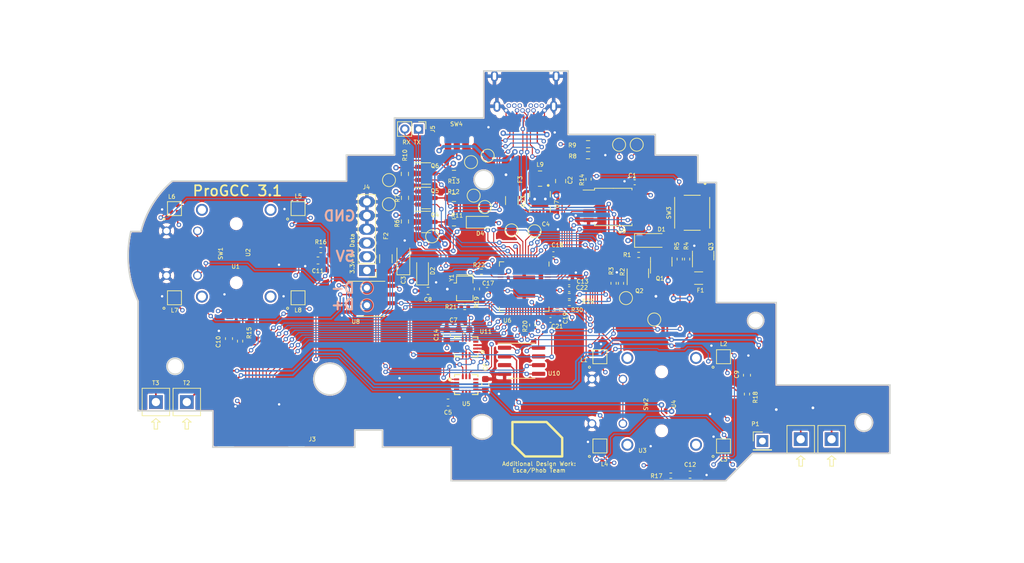
<source format=kicad_pcb>
(kicad_pcb (version 20221018) (generator pcbnew)
  (title_block (title "ProGCC V3 Logic Board") (date "2023-04-15") (rev "1") (company "HHL/Esca"))
  (layers (0 "F.Cu" signal) (1 "In1.Cu" signal) (2 "In2.Cu" signal) (31 "B.Cu" signal) (34 "B.Paste" user) (35 "F.Paste" user) (36 "B.SilkS" user "B.Silkscreen") (37 "F.SilkS" user "F.Silkscreen") (38 "B.Mask" user) (39 "F.Mask" user) (44 "Edge.Cuts" user))
  (net 0 "")
  (net 1 "+3V3")
  (net 2 "GND")
  (net 3 "+VCC")
  (net 4 "Net-(D2-A)")
  (net 5 "BUTTON_RGB")
  (net 6 "Net-(Q3-D)")
  (net 7 "RUMBLE-")
  (net 8 "SHARED_PU")
  (net 9 "+3.3V_PRE")
  (net 10 "+1V1")
  (net 11 "+5V_PRE")
  (net 12 "/QSPI_SS")
  (net 13 "/~{USB_BOOT}")
  (net 14 "Net-(R19-Pad1)")
  (net 15 "XTAL_OUT")
  (net 16 "N_DATA")
  (net 17 "N_CLOCK")
  (net 18 "/CC1")
  (net 19 "D+")
  (net 22 "/QSPI_SD1")
  (net 23 "/QSPI_SD2")
  (net 24 "/QSPI_SD0")
  (net 25 "/QSPI_SCLK")
  (net 26 "/QSPI_SD3")
  (net 27 "XTAL_IN")
  (net 28 "/SWCLK")
  (net 29 "/SWD")
  (net 30 "/RUN")
  (net 31 "Push_A")
  (net 32 "Scan_C")
  (net 33 "Push_B")
  (net 34 "Scan_D")
  (net 35 "Scan_B")
  (net 36 "Push_C")
  (net 37 "Push_D")
  (net 38 "Scan_A")
  (net 39 "NFC")
  (net 40 "D-")
  (net 41 "N_LATCH")
  (net 42 "/CC2")
  (net 43 "SL_RGB")
  (net 44 "Net-(L1-DOUT)")
  (net 45 "Net-(L2-DOUT)")
  (net 46 "N_LATCH_3.3")
  (net 47 "N_CLOCK_3.3")
  (net 48 "N_DATA_3.3")
  (net 49 "R_BRAKE")
  (net 50 "RUMBLE")
  (net 51 "RGB_OUT")
  (net 52 "LX")
  (net 53 "LY")
  (net 54 "RX")
  (net 55 "TOUCH_OUT")
  (net 56 "RY")
  (net 57 "Net-(L3-DOUT)")
  (net 58 "RS_BUTTON")
  (net 59 "Net-(L5-DOUT)")
  (net 60 "TOUCH_IN")
  (net 61 "LS_BUTTON")
  (net 62 "SPI_RX")
  (net 63 "Net-(L6-DOUT)")
  (net 64 "Net-(L7-DOUT)")
  (net 65 "Net-(Q1-G)")
  (net 66 "Net-(Q2-G)")
  (net 67 "Net-(Q3-G)")
  (net 68 "Net-(U1-VOUT)")
  (net 69 "Net-(U2-VOUT)")
  (net 70 "Net-(U3-VOUT)")
  (net 71 "Net-(U4-VOUT)")
  (net 72 "SR_RGB")
  (net 73 "Net-(U6-USB_DP)")
  (net 74 "Net-(U6-USB_DM)")
  (net 79 "MODE_BUTTON")
  (net 80 "UART0_RX")
  (net 81 "UART0_TX")
  (net 82 "IMU0_CS")
  (net 83 "SPI_CK")
  (net 84 "SPI_TX")
  (net 85 "LADC_CS")
  (net 86 "RADC_CS")
  (net 87 "IMU1_CS")
  (net 92 "GP1")
  (net 93 "GP2")
  (net 94 "Net-(U7-EN)")
  (net 95 "Net-(U7-L1)")
  (net 96 "Net-(U7-L2)")
  (footprint "progcc_v3:TS35CA" (layer "F.Cu") (at 128.483519 101.89)
    (fp_text reference "SW4")
    (fp_text value "TS35CA")
  )
  (footprint "progcc_v3:GH39F" (layer "F.Cu") (at 96.377 118.4326)
    (fp_text reference "U2")
    (fp_text value "GH39F (Hall SOT23)" hide)
  )
  (footprint "Resistor_SMD:R_0402_1005Metric" (layer "F.Cu") (at 152.39276 122.824312 90)
    (fp_text reference "R2")
    (fp_text value "100R" hide)
  )
  (footprint "Connector_PinHeader_2.54mm:PinHeader_1x01_P2.54mm_Vertical" (layer "F.Cu") (at 172.983595 145.804174)
    (fp_text reference "P1")
    (fp_text value "Endpoint")
  )
  (footprint "Resistor_SMD:R_0402_1005Metric" (layer "F.Cu") (at 144.868378 124.674084 180)
    (fp_text reference "R29")
    (fp_text value "27" hide)
  )
  (footprint "progcc_v3:SK6805-EC-15" (layer "F.Cu") (at 167.3202 133.522)
    (fp_text reference "L2")
    (fp_text value "SK6805-EC-15" hide)
  )
  (footprint "Diode_SMD:D_SOD-123" (layer "F.Cu") (at 156.735499 116.574786)
    (fp_text reference "D1")
    (fp_text value "M7C" hide)
  )
  (footprint "Capacitor_SMD:C_0603_1608Metric" (layer "F.Cu") (at 132.638988 137.553904 -90)
    (fp_text reference "C6")
    (fp_text value "100nF")
  )
  (footprint "Resistor_SMD:R_0402_1005Metric" (layer "F.Cu") (at 162.021317 119.29438 -90)
    (fp_text reference "R4")
    (fp_text value "100R" hide)
  )
  (footprint "TestPoint:TestPoint_Pad_D1.5mm" (layer "F.Cu") (at 152.120505 102.616)
    (fp_text reference "TP14" hide)
    (fp_text value "TestPoint" hide)
  )
  (footprint "Resistor_SMD:R_0402_1005Metric" (layer "F.Cu") (at 170.739623 138.968477 90)
    (fp_text reference "R18")
    (fp_text value "1k" hide)
  )
  (footprint "progcc_v3:SOIC-8_3.9x4.9mm_P1.27mm" (layer "F.Cu") (at 116.080156 125.089537)
    (fp_text reference "U8")
    (fp_text value "MCP3002" hide)
  )
  (footprint "Capacitor_SMD:C_0603_1608Metric_Pad1.08x0.95mm_HandSolder" (layer "F.Cu") (at 95.317457 130.880391 -90)
    (fp_text reference "C10")
    (fp_text value ".047u" hide)
  )
  (footprint "progcc_v3:GCC_Header_Straight_1x06_Pitch2.00mm" (layer "F.Cu") (at 115.4 120.95 180)
    (fp_text reference "J4")
    (fp_text value "Conn_01x06_Female" hide)
  )
  (footprint "Package_TO_SOT_SMD:SOT-23" (layer "F.Cu") (at 124.0425 106.81)
    (fp_text reference "Q6" hide)
    (fp_text value "BSS138" hide)
  )
  (footprint "Package_TO_SOT_SMD:SOT-23" (layer "F.Cu") (at 124.03 113.88)
    (fp_text reference "Q4" hide)
    (fp_text value "BSS138" hide)
  )
  (footprint "Resistor_SMD:R_0402_1005Metric" (layer "F.Cu") (at 132.08 121.131418)
    (fp_text reference "R22")
    (fp_text value "330" hide)
  )
  (footprint "Capacitor_SMD:C_0603_1608Metric_Pad1.08x0.95mm_HandSolder" (layer "F.Cu") (at 162.450004 150.698757 180)
    (fp_text reference "C12")
    (fp_text value ".047u" hide)
  )
  (footprint "progcc_v3:SK6805-EC-15" (layer "F.Cu") (at 87.377 124.9326)
    (fp_text reference "L7")
    (fp_text value "SK6805-EC-15" hide)
  )
  (footprint "Resistor_SMD:R_0603_1608Metric_Pad0.98x0.95mm_HandSolder" (layer "F.Cu") (at 120.944 110.369 -90)
    (fp_text reference "R7" hide)
    (fp_text value "1k" hide)
  )
  (footprint "Package_TO_SOT_SMD:SOT-23" (layer "F.Cu") (at 164.353973 118.767393 90)
    (fp_text reference "Q3")
    (fp_text value "Q_NMOS_GSD" hide)
  )
  (footprint "Capacitor_SMD:C_0402_1005Metric" (layer "F.Cu") (at 154.388965 108.099075 180)
    (fp_text reference "C1")
    (fp_text value "100n" hide)
  )
  (footprint "progcc_v3:KS_8730" (layer "F.Cu") (at 178.562 145.542)
    (fp_text reference "T1" hide)
    (fp_text value "36-8730" hide)
  )
  (footprint "Package_DFN_QFN:QFN-56-1EP_7x7mm_P0.4mm_EP3.2x3.2mm" (layer "F.Cu") (at 138.3 123.3 -90)
    (fp_text reference "U6")
    (fp_text value "RP2040" hide)
  )
  (footprint "progcc_v3:SK6805-EC-15" (layer "F.Cu") (at 105.377 111.9326)
    (fp_text reference "L5")
    (fp_text value "SK6805-EC-15" hide)
  )
  (footprint "Capacitor_SMD:C_0402_1005Metric" (layer "F.Cu") (at 143.12 126.7 -90)
    (fp_text reference "C19")
    (fp_text value "1u" hide)
  )
  (footprint "TestPoint:TestPoint_Pad_D1.5mm" (layer "F.Cu") (at 139.814343 115.229853)
    (fp_text reference "TP15" hide)
    (fp_text value "TestPoint" hide)
  )
  (footprint "Resistor_SMD:R_0603_1608Metric_Pad0.98x0.95mm_HandSolder" (layer "F.Cu") (at 120.937 113.81 -90)
    (fp_text reference "R6" hide)
    (fp_text value "1k" hide)
  )
  (footprint "Diode_SMD:D_SOD-323_HandSoldering" (layer "F.Cu") (at 131.878718 113.924462)
    (fp_text reference "D4")
    (fp_text value "CUS08F30" hide)
  )
  (footprint "Fuse:Fuse_1206_3216Metric_Pad1.42x1.75mm_HandSolder" (layer "F.Cu") (at 118.166 119.2355 90)
    (fp_text reference "F2")
    (fp_text value "Fuse" hide)
  )
  (footprint "progcc_v3:KS_8730" (layer "F.Cu") (at 84.675 140.125)
    (fp_text reference "T3")
    (fp_text value "36-8730")
  )
  (footprint "Diode_SMD:D_SOD-323_HandSoldering" (layer "F.Cu") (at 123.5 121.05 90)
    (fp_text reference "D2")
    (fp_text value "CUS08F30" hide)
  )
  (footprint "Capacitor_SMD:C_0402_1005Metric" (layer "F.Cu") (at 132.881612 123.79994 180)
    (fp_text reference "C17")
    (fp_text value "100n" hide)
  )
  (footprint "Resistor_SMD:R_0603_1608Metric_Pad0.98x0.95mm_HandSolder" (layer "F.Cu") (at 128.08 113.94 180)
    (fp_text reference "R11" hide)
    (fp_text value "1k" hide)
  )
  (footprint "Resistor_SMD:R_0402_1005Metric" (layer "F.Cu") (at 160.950598 119.292478 -90)
    (fp_text reference "R5")
    (fp_text value "10k" hide)
  )
  (footprint "Fuse:Fuse_1206_3216Metric_Pad1.42x1.75mm_HandSolder" (layer "F.Cu") (at 136.5 110.7625 -90)
    (fp_text reference "F3")
    (fp_text value "Fuse")
  )
  (footprint "Capacitor_SMD:C_0603_1608Metric" (layer "F.Cu") (at 127.212999 140.194151)
    (fp_text reference "C5")
    (fp_text value "100nF")
  )
  (footprint "progcc_v3:GH39F" (layer "F.Cu") (at 158.3202 140.022 -90)
    (fp_text reference "U3")
    (fp_text value "GH39F (Hall SOT23)" hide)
  )
  (footprint "Fuse:Fuse_1206_3216Metric_Pad1.42x1.75mm_HandSolder" (layer "F.Cu") (at 163.7 122.067393)
    (fp_text reference "F1")
    (fp_text value "Fuse" hide)
  )
  (footprint "Package_TO_SOT_SMD:SOT-23" (layer "F.Cu") (at 154.855499 121.354786 90)
    (fp_text reference "Q2")
    (fp_text value "Q_NMOS_GSD" hide)
  )
  (footprint "Resistor_SMD:R_0402_1005Metric" (layer "F.Cu") (at 144.873475 125.698631 180)
    (fp_text reference "R30")
    (fp_text value "27" hide)
  )
  (footprint "Capacitor_SMD:C_0603_1608Metric_Pad1.08x0.95mm_HandSolder" (layer "F.Cu") (at 108.281309 119.497056)
    (fp_text reference "C11")
    (fp_text value ".047u" hide)
  )
  (footprint "Capacitor_SMD:C_0603_1608Metric" (layer "F.Cu") (at 124.3 123.925 180)
    (fp_text reference "C8")
    (fp_text value "10u" hide)
  )
  (footprint "progcc_v3:SK6805-EC-15" (layer "F.Cu") (at 149.3202 146.522)
    (fp_text reference "L4")
    (fp_text value "SK6805-EC-15" hide)
  )
  (footprint "TestPoint:TestPoint_Pad_D1.5mm" (layer "F.Cu") (at 124.90094 115.973075)
    (fp_text reference "TP1" hide)
    (fp_text value "TestPoint" hide)
  )
  (footprint "TestPoint:TestPoint_Pad_D1.5mm" (layer "F.Cu") (at 157.237043 128.0942)
    (fp_text reference "TP11" hide)
    (fp_text value "TestPoint" hide)
  )
  (footprint "Inductor_SMD:L_1008_2520Metric" (layer "F.Cu") (at 140.608369 107.564592)
    (fp_text reference "L9")
    (fp_text value "1.3A 2.2uH ±20% 80mΩ")
  )
  (footprint "Capacitor_SMD:C_0603_1608Metric" (layer "F.Cu") (at 127.028523 130.347529 -90)
    (fp_text reference "C14")
    (fp_text value "100nF")
  )
  (footprint "Resistor_SMD:R_0402_1005Metric" (layer "F.Cu") (at 147.669721 107.655507 90)
    (fp_text reference "R14")
    (fp_text value "1k" hide)
  )
  (footprint "Crystal:Resonator_SMD_Murata_CSTxExxV-3Pin_3.0x1.1mm" (layer "F.Cu") (at 129.65 123.575 -90)
    (fp_text reference "Y1")
    (fp_text value "Crystal_GND3")
  )
  (footprint "Capacitor_SMD:C_0402_1005Metric" (layer "F.Cu") (at 142.555728 118.581565)
    (fp_text reference "C18")
    (fp_text value "100n" hide)
  )
  (footprint "progcc_v3:SK6805-EC-15" (layer "F.Cu") (at 87.377 111.9326)
    (fp_text reference "L6")
    (fp_text value "SK6805-EC-15" hide)
  )
  (footprint "Capacitor_Tantalum_SMD:CP_EIA-3216-18_Kemet-A" (layer "F.Cu") (at 120.706 119.272 90)
    (fp_text reference "C3")
    (fp_text value "47uF 6.3v" hide)
  )
  (footprint "TestPoint:TestPoint_Pad_D1.5mm" (layer "F.Cu") (at 130.556 105.156)
    (fp_text reference "TP4" hide)
    (fp_text value "TestPoint" hide)
  )
  (footprint "Capacitor_SMD:C_0603_1608Metric_Pad1.08x0.95mm_HandSolder" (layer "F.Cu") (at 170.738456 136.214581 -90)
    (fp_text reference "C9")
    (fp_text value ".047u" hide)
  )
  (footprint "progcc_v3:SK6805-EC-15" (layer "F.Cu") (at 167.3202 146.522)
    (fp_text reference "L3")
    (fp_text value "SK6805-EC-15" hide)
  )
  (footprint "Package_TO_SOT_SMD:SOT-23" (layer "F.Cu") (at 124.03 110.39)
    (fp_text reference "Q5" hide)
    (fp_text value "BSS138" hide)
  )
  (footprint "hhl:VREG_V62_16624-01YE" (layer "F.Cu") (at 140.6 110.95 -90)
    (fp_text reference "U7")
    (fp_text value "TPS630001RCR")
  )
  (footprint "Resistor_SMD:R_0201_0603Metric" (layer "F.Cu") (at 138.084985 112.503683 90)
    (fp_text reference "R23")
    (fp_text value "100")
  )
  (footprint "Resistor_SMD:R_0402_1005Metric" (layer "F.Cu") (at 159.645629 150.847756)
    (fp_text reference "R17")
    (fp_text value "1k" hide)
  )
  (footprint "progcc_v3:GL18" (layer "F.Cu") (at 158.3202 140.022)
    (fp_text reference "SW2")
    (fp_text value "GL18_SW" hide)
  )
  (footprint "progcc_v3:HHL_Logo" (layer "F.Cu") (at 139.52927 145.98214)
    (fp_text reference "REF**" hide)
    (fp_text value "HHL_Logo")
  )
  (footprint "progcc_v3:SW_TS-1187A-B-A-B" (layer "F.Cu") (at 162.76 112.54 -90)
    (fp_text reference "SW3")
    (fp_text value "TS-1187A-B-A-B" hide)
  )
  (footprint "progcc_v3:GH39F" (layer "F.Cu") (at 96.377 118.4326 -90)
    (fp_text reference "U1")
    (fp_text value "GH39F (Hall SOT23)" hide)
  )
  (footprint "TestPoint:TestPoint_Pad_D1.5mm" (layer "F.Cu") (at 136.459755 115.106341)
    (fp_text reference "TP16" hide)
    (fp_text value "TestPoint" hide)
  )
  (footprint "Resistor_SMD:R_0402_1005Metric" (layer "F.Cu") (at 108.685401 117.977059)
    (fp_text reference "R16")
    (fp_text value "1k" hide)
  )
  (footprint "Capacitor_SMD:C_0603_1608Metric" (layer "F.Cu") (at 129.543394 129.5952)
    (fp_text reference "C7")
    (fp_text value "100nF")
  )
  (footprint "Capacitor_SMD:C_0402_1005Metric" (layer "F.Cu") (at 142.123255 128.160953 180)
    (fp_text reference "C21")
    (fp_text value "100n" hide)
  )
  (footprint "Resistor_SMD:R_0402_1005Metric" (layer "F.Cu") (at 129.639756 126.274421)
    (fp_text reference "R21")
    (fp_text value "10k")
  )
  (footprint "Capacitor_SMD:C_0805_2012Metric" (layer "F.Cu") (at 143.609471 107.922662 90)
    (fp_text reference "C2")
    (fp_text value "10uF")
  )
  (footprint "Capacitor_SMD:C_0402_1005Metric" (layer "F.Cu") (at 144.85 123.675 180)
    (fp_text reference "C22")
    (fp_text value "100n" hide)
  )
  (footprint "Connector_PinHeader_2.00mm:PinHeader_1x02_P2.00mm_Vertical" (layer "F.Cu") (at 122.92 100.33 -90)
    (fp_text reference "J5")
    (fp_text value "Conn_01x02_Pin" hide)
  )
  (footprint "TestPoint:TestPoint_Pad_D1.5mm" (layer "F.Cu") (at 118.616369 107.778492)
    (fp_text reference "TP3" hide)
    (fp_text value "TestPoint" hide)
  )
  (footprint "Capacitor_SMD:C_0402_1005Metric" (layer "F.Cu") (at 144.847989 122.665768 180)
    (fp_text reference "C13")
    (fp_text value "100n" hide)
  )
  (footprint "progcc_v3:molex_5051101492_14P" (layer "F.Cu") (at 99.991205 145.167846)
    (fp_text reference "J3")
    (fp_text value "To Button Board")
  )
  (footprint "TestPoint:TestPoint_Pad_D1.5mm" (layer "F.Cu") (at 130.945712 110.042059)
    (fp_text reference "TP6" hide)
    (fp_text value "TestPoint" hide)
  )
  (footprint "Package_TO_SOT_SMD:SOT-23" (layer "F.Cu") (at 158.255499 119.674786 90)
    (fp_text reference "Q1")
    (fp_text value "Q_PMOS_GDS" hide)
  )
  (footprint "Resistor_SMD:R_0603_1608Metric_Pad0.98x0.95mm_HandSolder" (layer "F.Cu") (at 128.07 110.38 180)
    (fp_text reference "R12" hide)
    (fp_text value "1k" hide)
  )
  (footprint "progcc_v3:Shou Han Type-C 24P QCHT" (layer "F.Cu") (at 138.46 90.775 180)
    (fp_text reference "J9" hide)
    (fp_text value "USB_C_Receptacle" hide)
  )
  (footprint "TestPoint:TestPoint_Pad_D1.5mm" (layer "F.Cu") (at 118.599544 111.294833)
    (fp_text reference "TP2" hide)
    (fp_text value "TestPoint" hide)
  )
  (footprint "progcc_v3:SOIC-8_3.9x4.9mm_P1.27mm" (layer "F.Cu") (at 137.922 134.112)
    (fp_text reference "U10")
    (fp_text value "MCP3002" hide)
  )
  (footprint "Package_SO:SOIC-8_5.23x5.23mm_P1.27mm" (layer "F.Cu") (at 151.271042 111.694917)
    (fp_text reference "U9")
    (fp_text value "W25Q128JVS" hide)
  )
  (footprint "Resistor_SMD:R_0603_1608Metric_Pad0.98x0.95mm_HandSolder" (layer "F.Cu") (at 128.08 106.88 180)
    (fp_text reference "R13" hide)
    (fp_text value "1k" hide)
  )
  (footprint "Resistor_SMD:R_0402_1005Metric" (layer "F.Cu") (at 131.420884 123.643577 90)
    (fp_text reference "R19")
    (fp_text value "1k" hide)
  )
  (footprint "Resistor_SMD:R_0402_1005Metric" (layer "F.Cu") (at 96.933652 131.252363 -90)
    (fp_text reference "R15")
    (fp_text value "1k" hide)
  )
  (footprint "Capacitor_SMD:C_0201_0603Metric" (layer "F.Cu") (at 140.859348 113.307366 180)
    (fp_text reference "C4")
    (fp_text value "100n")
  )
  (footprint "progcc_v3:SK6805-EC-15" (layer "F.Cu") (at 105.377 124.9326)
    (fp_text reference "L8")
    (fp_text value "SK6805-EC-15" hide)
  )
  (footprint "progcc_v3:LGA14" (layer "F.Cu") (at 129.852 132.08)
    (fp_text reference "U11")
    (fp_text value "ST_LSM6" hide)
  )
  (footprint "Resistor_SMD:R_0603_1608Metric_Pad0.98x0.95mm_HandSolder" (layer "F.Cu") (at 120.93 106.88 -90)
    (fp_text reference "R10" hide)
    (fp_text value "1k" hide)
  )
  (footprint "Resistor_SMD:R_0402_1005Metric" (layer "F.Cu") (at 154.965499 118.684786 180)
    (fp_text reference "R1")
    (fp_text value "10k")
  )
  (footprint "progcc_v3:LGA14" (layer "F.Cu") (at 129.859499 137.573749 180)
    (fp_text reference "U5")
    (fp_text value "ST_LSM6" hide)
  )
  (footprint "TestPoint:TestPoint_Pad_D1.5mm" (layer "F.Cu") (at 154.686 102.616)
    (fp_text reference "TP9" hide)
    (fp_text value "TestPoint" hide)
  )
  (footprint "TestPoint:TestPoint_Pad_D1.5mm" (layer "F.Cu") (at 132.980418 104.222421)
    (fp_text reference "TP7" hide)
    (fp_text value "TestPoint" hide)
  )
  (footprint "Resistor_SMD:R_0603_1608Metric_Pad0.98x0.95mm_HandSolder" (layer "F.Cu") (at 147.6 102.55)
    (fp_text reference "R9")
    (fp_text value "5.1k" hide)
  )
  (footprint "progcc_v3:GL18" (layer "F.Cu") (at 96.377 118.4326)
    (fp_text reference "SW1")
    (fp_text value "GL18_SW" hide)
  )
  (footprint "progcc_v3:GH39F" (layer "F.Cu") (at 158.3202 140.022)
    (fp_text reference "U4")
    (fp_text value "GH39F (Hall SOT23)" hide)
  )
  (footprint "progcc_v3:SK6805-EC-15" (layer "F.Cu") (at 149.3202 133.522)
    (fp_text reference "L1")
    (fp_text value "SK6805-EC-15" hide)
  )
  (footprint "Resistor_SMD:R_0402_1005Metric" (layer "F.Cu") (at 151.314832 122.818704 -90)
    (fp_text reference "R3")
    (fp_text value "10k" hide)
  )
  (footprint "progcc_v3:KS_8730" (layer "F.Cu") (at 89.175 140.125)
    (fp_text reference "T2")
    (fp_text value "36-8730" hide)
  )
  (footprint "TestPoint:TestPoint_Pad_D1.5mm" (layer "F.Cu") (at 153.119831 124.97643)
    (fp_text reference "TP8" hide)
    (fp_text value "TestPoint" hide)
  )
  (footprint "progcc_v3:KS_8730" (layer "F.Cu") (at 183.062 145.542)
    (fp_text reference "T4" hide)
    (fp_text value "36-8730" hide)
  )
  (footprint "Resistor_SMD:R_0603_1608Metric_Pad0.98x0.95mm_HandSolder" (layer "F.Cu") (at 147.6 104.15)
    (fp_text reference "R8")
    (fp_text value "5.1k" hide)
  )
  (footprint "TestPoint:TestPoint_Pad_D1.5mm" (layer "F.Cu") (at 132.571909 111.70132)
    (fp_text reference "TP5" hide)
    (fp_text value "TestPoint" hide)
  )
  (footprint "Resistor_SMD:R_0402_1005Metric" (layer "F.Cu") (at 139.473009 128.895944 -90)
    (fp_text reference "R20")
    (fp_text value "500K" hide)
  )
  (footprint "TestPoint:TestPoint_Pad_D1.5mm" (layer "B.Cu") (at 115.4 126.03 -90)
    (fp_text reference "TP12" hide)
    (fp_text value "TestPoint" hide)
  )
  (footprint "TestPoint:TestPoint_Pad_D1.5mm" (layer "B.Cu") (at 115.4 123.49 -90)
    (fp_text reference "TP10" hide)
    (fp_text value "TestPoint" hide)
  )
  (gr_line (start 163.606225 108.114358) (end 166.306225 108.114358) (stroke (width 0.2)) (layer "Edge.Cuts"))
  (gr_line (start 171.556225 147.614357) (end 167.656225 151.614357) (stroke (width 0.2)) (layer "Edge.Cuts"))
  (gr_line (start 127.656226 151.614357) (end 127.656226 146.714357) (stroke (width 0.2)) (layer "Edge.Cuts"))
  (gr_circle (center 132.406226 107.714358) (end 132.406226 109.089358) (stroke (width 0.2)) (fill none) (layer "Edge.Cuts"))
  (gr_line (start 191.556225 137.614357) (end 191.556225 147.614357) (stroke (width 0.2)) (layer "Edge.Cuts"))
  (gr_arc (start 130.756226 142.7) (mid 132.156226 142) (end 133.556226 142.7) (stroke (width 0.2)) (layer "Edge.Cuts"))
  (gr_line (start 166.306225 125.614358) (end 175.006225 125.614358) (stroke (width 0.2)) (layer "Edge.Cuts"))
  (gr_line (start 163.606225 104.114358) (end 163.606225 108.114358) (stroke (width 0.2)) (layer "Edge.Cuts"))
  (gr_line (start 132.406226 98.714358) (end 132.406226 91.864358) (stroke (width 0.2)) (layer "Edge.Cuts"))
  (gr_line (start 117.656226 144.214357) (end 113.656226 144.214357) (stroke (width 0.2)) (layer "Edge.Cuts"))
  (gr_line (start 92.956226 141.414357) (end 82.056226 141.414357) (stroke (width 0.2)) (layer "Edge.Cuts"))
  (gr_line (start 175.006225 125.614358) (end 175.006225 137.614357) (stroke (width 0.2)) (layer "Edge.Cuts"))
  (gr_line (start 127.656226 146.714357) (end 117.656226 146.714357) (stroke (width 0.2)) (layer "Edge.Cuts"))
  (gr_line (start 87.056226 107.914358) (end 112.406226 107.914358) (stroke (width 0.2)) (layer "Edge.Cuts"))
  (gr_circle (center 187.75 143.11) (end 189 143.11) (stroke (width 0.2)) (fill none) (layer "Edge.Cuts"))
  (gr_line (start 144.706225 91.864358) (end 144.706225 101.114358) (stroke (width 0.2)) (layer "Edge.Cuts"))
  (gr_line (start 92.956226 146.714357) (end 92.956226 141.414357) (stroke (width 0.2)) (layer "Edge.Cuts"))
  (gr_line (start 119.406226 98.714358) (end 132.406226 98.714358) (stroke (width 0.2)) (layer "Edge.Cuts"))
  (gr_line (start 157.406225 101.114358) (end 157.406225 104.114358) (stroke (width 0.2)) (layer "Edge.Cuts"))
  (gr_line (start 113.656226 146.714357) (end 92.956226 146.714357) (stroke (width 0.2)) (layer "Edge.Cuts"))
  (gr_line (start 167.656225 151.614357) (end 127.656226 151.614357) (stroke (width 0.2)) (layer "Edge.Cuts"))
  (gr_line (start 81.016754 115.258145) (end 82.492713 115.258145) (stroke (width 0.2)) (layer "Edge.Cuts"))
  (gr_line (start 82.056226 141.414357) (end 82.056226 125.414358) (stroke (width 0.2)) (layer "Edge.Cuts"))
  (gr_line (start 157.406225 104.114358) (end 163.606225 104.114358) (stroke (width 0.2)) (layer "Edge.Cuts"))
  (gr_circle (center 87.475 134.914358) (end 87.475 136.064358) (stroke (width 0.2)) (fill none) (layer "Edge.Cuts"))
  (gr_line (start 112.406226 104.114358) (end 119.406226 104.114358) (stroke (width 0.2)) (layer "Edge.Cuts"))
  (gr_line (start 117.656226 146.714357) (end 117.656226 144.214357) (stroke (width 0.2)) (layer "Edge.Cuts"))
  (gr_circle (center 110 136.775) (end 110 139.075) (stroke (width 0.2)) (fill none) (layer "Edge.Cuts"))
  (gr_line (start 112.406226 107.914358) (end 112.406226 104.114358) (stroke (width 0.2)) (layer "Edge.Cuts"))
  (gr_line (start 132.406226 91.864358) (end 144.706225 91.864358) (stroke (width 0.2)) (layer "Edge.Cuts"))
  (gr_line (start 113.656226 144.214357) (end 113.656226 146.714357) (stroke (width 0.2)) (layer "Edge.Cuts"))
  (gr_line (start 175.006225 137.614357) (end 191.556225 137.614357) (stroke (width 0.2)) (layer "Edge.Cuts"))
  (gr_line (start 191.556225 147.614357) (end 171.556225 147.614357) (stroke (width 0.2)) (layer "Edge.Cuts"))
  (gr_line (start 119.406226 104.114358) (end 119.406226 98.714358) (stroke (width 0.2)) (layer "Edge.Cuts"))
  (gr_arc (start 82.056226 125.414358) (mid 80.693295 120.422551) (end 81.016754 115.258145) (stroke (width 0.2)) (layer "Edge.Cuts"))
  (gr_arc (start 82.492713 115.258144) (mid 84.208662 111.234652) (end 87.056226 107.914358) (stroke (width 0.2)) (layer "Edge.Cuts"))
  (gr_circle (center 172 128.25) (end 172 129.4) (stroke (width 0.2)) (fill none) (layer "Edge.Cuts"))
  (gr_line (start 166.306225 108.114358) (end 166.306225 125.614358) (stroke (width 0.2)) (layer "Edge.Cuts"))
  (gr_arc (start 133.556226 144.8) (mid 132.156226 145.5) (end 130.756226 144.8) (stroke (width 0.2)) (layer "Edge.Cuts"))
  (gr_line (start 144.706225 101.114358) (end 157.406225 101.114358) (stroke (width 0.2)) (layer "Edge.Cuts"))
  (gr_line (start 130.756226 144.8) (end 130.756226 142.7) (stroke (width 0.2)) (layer "Edge.Cuts"))
  (gr_line (start 133.556226 142.7) (end 133.556226 144.8) (stroke (width 0.2)) (layer "Edge.Cuts"))
  (gr_text "5V" (at 113.794697 119.761049) (layer "B.SilkS") (effects (font (size 1.5 1.5) (thickness 0.3) bold) (justify left bottom mirror)))
  (gr_text "GND" (at 113.898847 113.876586) (layer "B.SilkS") (effects (font (size 1.5 1.5) (thickness 0.3) bold) (justify left bottom mirror)))
  (gr_text "D-\nD+" (at 113.768659 126.817198) (layer "B.SilkS") (effects (font (size 1.5 1.5) (thickness 0.3) bold) (justify left bottom mirror)))
  (gr_text "RX TX" (at 121.895724 102.266877) (layer "F.SilkS") (effects (font (size 0.6 0.6) (thickness 0.1))))
  (gr_text "Additional Design Work:\nEsca/Phob Team\n" (at 140.462 149.606) (layer "F.SilkS") (effects (font (size 0.6 0.6) (thickness 0.1))))
  (gr_text "ProGCC 3.1" (at 96.55 109.35) (layer "F.SilkS") (effects (font (size 1.5 1.5) (thickness 0.25) bold)))
  (gr_text "3.3v 5v Data" (at 113.274095 118.489038 90) (layer "F.SilkS") (effects (font (size 0.6 0.6) (thickness 0.1))))
  (segment (start 143.141236 123.9) (end 143.45449 123.9) (width 0.15) (layer "F.Cu") (net 1))
  (segment (start 93.726331 126.862917) (end 94.757317 126.862917) (width 0.2) (layer "F.Cu") (net 1))
  (segment (start 133.128718 113.924462) (end 134.498462 113.924462) (width 0.25) (layer "F.Cu") (net 1))
  (segment (start 149.7952 133.997) (end 149.7952 135.4422) (width 0.2) (layer "F.Cu") (net 1))
  (segment (start 130.562373 127.876914) (end 130.318394 128.120893) (width 0.15) (layer "F.Cu") (net 1))
  (segment (start 141.643255 129.490164) (end 141.643255 128.160953) (width 0.15) (layer "F.Cu") (net 1))
  (segment (start 105.477 121.228663) (end 105.477 119.3826) (width 0.15) (layer "F.Cu") (net 1))
  (segment (start 87.852 114.123) (end 88.027 114.298) (width 0.2) (layer "F.Cu") (net 1))
  (segment (start 142.752262 112.447738) (end 141.682816 112.447738) (width 0.4) (layer "F.Cu") (net 1))
  (segment (start 129.359499 139.626501) (end 128.791849 140.194151) (width 0.15) (layer "F.Cu") (net 1))
  (segment (start 140.9 127.417698) (end 141.643255 128.160953) (width 0.15) (layer "F.Cu") (net 1))
  (segment (start 154.871042 109.789917) (end 154.871042 108.101152) (width 0.25) (layer "F.Cu") (net 1))
  (segment (start 133.42 123.78) (end 133.7 123.5) (width 0.2) (layer "F.Cu") (net 1))
  (segment (start 143.192513 109.653227) (end 141.684529 109.653227) (width 0.4) (layer "F.Cu") (net 1))
  (segment (start 143.609471 108.872662) (end 143.527338 108.872662) (width 0.4) (layer "F.Cu") (net 1))
  (segment (start 134.498462 113.924462) (end 134.62 114.046) (width 0.25) (layer "F.Cu") (net 1))
  (segment (start 119.634 105.9675) (end 120.93 105.9675) (width 0.2) (layer "F.Cu") (net 1))
  (segment (start 123.525 123.925) (end 122.455 123.925) (width 0.4) (layer "F.Cu") (net 1))
  (segment (start 127.235994 131.33) (end 127.028523 131.122529) (width 0.15) (layer "F.Cu") (net 1))
  (segment (start 144.272 126.746) (end 145.288 127.762) (width 0.15) (layer "F.Cu") (net 1))
  (segment (start 143.192513 109.653227) (end 143.192513 110.7) (width 0.4) (layer "F.Cu") (net 1))
  (segment (start 141.7375 123.9) (end 143.141236 123.9) (width 0.15) (layer "F.Cu") (net 1))
  (segment (start 142.741236 123.5) (end 143.141236 123.9) (width 0.15) (layer "F.Cu") (net 1))
  (segment (start 119.634 112.87) (end 119.6615 112.8975) (width 0.2) (layer "F.Cu") (net 1))
  (segment (start 132.633833 138.323749) (end 132.638988 138.328904) (width 0.15) (layer "F.Cu") (net 1))
  (segment (start 123.06 112.8975) (end 123.0925 112.93) (width 0.2) (layer "F.Cu") (net 1))
  (segment (start 150.758 148.98) (end 151.395 148.98) (width 0.2) (layer "F.Cu") (net 1))
  (segment (start 167.894 135.89) (end 167.7952 135.7912) (width 0.2) (layer "F.Cu") (net 1))
  (segment (start 143.527338 108.872662) (end 142.946049 109.453951) (width 0.4) (layer "F.Cu") (net 1))
  (segment (start 142.234619 125.5) (end 142.634619 125.9) (width 0.15) (layer "F.Cu") (net 1))
  (segment (start 119.628537 123.184537) (end 120.142 123.698) (width 0.2) (layer "F.Cu") (net 1))
  (segment (start 123.076 109.4565) (end 123.0925 109.44) (width 0.2) (layer "F.Cu") (net 1))
  (segment (start 127.987999 142.769627) (end 127.987999 140.194151) (width 0.15) (layer "F.Cu") (net 1))
  (segment (start 157.1402 149.352) (end 155.702 149.352) (width 0.2) (layer "F.Cu") (net 1))
  (segment (start 142.634619 125.9) (end 142.8 125.9) (width 0.15) (layer "F.Cu") (net 1))
  (segment (start 129.359499 138.721749) (end 129.359499 139.626501) (width 0.15) (layer "F.Cu") (net 1))
  (segment (start 167.4202 142.1452) (end 167.905 142.63) (width 0.2) (layer "F.Cu") (net 1))
  (segment (start 149.7952 135.4422) (end 150.125 135.772) (width 0.2) (layer "F.Cu") (net 1))
  (segment (start 122.9975 105.9675) (end 123.105 105.86) (width 0.2) (layer "F.Cu") (net 1))
  (segment (start 137.3 117.731992) (end 137.028008 117.46) (width 0.2) (layer "F.Cu") (net 1))
  (segment (start 144.578996 129.003593) (end 145.288 128.294589) (width 0.15) (layer "F.Cu") (net 1))
  (segment (start 142.8 125.9) (end 143.12 126.22) (width 0.15) (layer "F.Cu") (net 1))
  (segment (start 87.852 112.4076) (end 87.852 114.123) (width 0.2) (layer "F.Cu") (net 1))
  (segment (start 140.9 126.7375) (end 140.9 127.417698) (width 0.15) (layer "F.Cu") (net 1))
  (segment (start 107.037293 126.541343) (end 106.313193 126.541343) (width 0.15) (layer "F.Cu") (net 1))
  (segment (start 128.454 131.33) (end 127.235994 131.33) (width 0.15) (layer "F.Cu") (net 1))
  (segment (start 141.590537 118.581565) (end 142.075728 118.581565) (width 0.2) (layer "F.Cu") (net 1))
  (segment (start 143.45449 123.9) (end 143.500453 123.854037) (width 0.15) (layer "F.Cu") (net 1))
  (segment (start 143.192445 112.007555) (end 143.192445 112.961225) (width 0.4) (layer "F.Cu") (net 1))
  (segment (start 130.318394 128.120893) (end 130.318394 129.5952) (width 0.15) (layer "F.Cu") (net 1))
  (segment (start 143.192513 112.007487) (end 143.192445 112.007555) (width 0.4) (layer "F.Cu") (net 1))
  (segment (start 142.075728 118.707728) (end 142.970303 119.602303) (width 0.2) (layer "F.Cu") (net 1))
  (segment (start 167.7952 135.7912) (end 167.7952 133.997) (width 0.2) (layer "F.Cu") (net 1))
  (segment (start 87.852 125.4076) (end 87.852 126.061) (width 0.25) (layer "F.Cu") (net 1))
  (segment (start 142.075728 118.581565) (end 142.075728 118.707728) (width 0.2) (layer "F.Cu") (net 1))
  (segment (start 105.020929 121.684734) (end 105.477 121.228663) (width 0.15) (layer "F.Cu") (net 1))
  (segment (start 132.638988 138.328904) (end 132.638988 139.649012) (width 0.15) (layer "F.Cu") (net 1))
  (segment (start 120.93 105.9675) (end 122.9975 105.9675) (width 0.2) (layer "F.Cu") (net 1))
  (segment (start 127.985961 142.771665) (end 127.987999 142.769627) (width 0.15) (layer "F.Cu") (net 1))
  (segment (start 143.746 126.22) (end 144.272 126.746) (width 0.15) (layer "F.Cu") (net 1))
  (segment (start 141.643255 128.160953) (end 141.643255 128.461754) (width 0.15) (layer "F.Cu") (net 1))
  (segment (start 141.7375 125.5) (end 142.234619 125.5) (width 0.15) (layer "F.Cu") (net 1))
  (segment (start 130.193459 127.508) (end 130.562373 127.876914) (width 0.15) (layer "F.Cu") (net 1))
  (segment (start 141.643255 128.461754) (end 142.185094 129.003593) (width 0.15) (layer "F.Cu") (net 1))
  (segment (start 140.9 119.8625) (end 140.9 119.272102) (width 0.2) (layer "F.Cu") (net 1))
  (segment (start 157.3702 149.122) (end 157.1402 149.352) (width 0.2) (layer "F.Cu") (net 1))
  (segment (start 142.946049 109.453951) (end 141.684127 109.453951) (width 0.4) (layer "F.Cu") (net 1))
  (segment (start 129.129756 126.274421) (end 129.129756 127.097756) (width 0.15) (layer "F.Cu") (net 1))
  (segment (start 143.575342 109.270398) (end 143.192513 109.653227) (width 0.4) (layer "F.Cu") (net 1))
  (segment (start 140.397 132.207) (end 140.397 130.736419) (width 0.15) (layer "F.Cu") (net 1))
  (segment (start 140.9 119.272102) (end 141.590537 118.581565) (width 0.2) (layer "F.Cu") (net 1))
  (segment (start 152.120505 104.368505) (end 152.146 104.394) (width 0.15) (layer "F.Cu") (net 1))
  (segment (start 118.555156 123.184537) (end 119.628537 123.184537) (width 0.2) (layer "F.Cu") (net 1))
  (segment (start 137.3 129.134077) (end 136.906432 129.527645) (width 0.15) (layer "F.Cu") (net 1))
  (segment (start 139.169111 132.207) (end 138.675176 132.700935) (width 0.15) (layer "F.Cu") (net 1))
  (segment (start 120.944 109.4565) (end 123.076 109.4565) (width 0.2) (layer "F.Cu") (net 1))
  (segment (start 143.192513 112.007487) (end 142.752262 112.447738) (width 0.4) (layer "F.Cu") (net 1))
  (segment (start 105.852 126.08015) (end 105.852 125.4076) (width 0.15) (layer "F.Cu") (net 1))
  (segment (start 149.81 147.24) (end 149.81 148.032) (width 0.2) (layer "F.Cu") (net 1))
  (segment (start 137.3 119.8625) (end 137.3 117.731992) (width 0.2) (layer "F.Cu") (net 1))
  (segment (start 132.638988 139.649012) (end 132.588 139.7) (width 0.15) (layer "F.Cu") (net 1))
  (segment (start 122.455 123.925) (end 122.428 123.952) (width 0.4) (layer "F.Cu") (net 1))
  (segment (start 156.525917 109.789917) (end 156.718 109.982) (width 0.25) (layer "F.Cu") (net 1))
  (segment (start 131.257499 138.323749) (end 132.633833 138.323749) (width 0.15) (layer "F.Cu") (net 1))
  (segment (start 97.241205 140.675205) (end 96.52 139.954) (width 0.2) (layer "F.Cu") (net 1))
  (segment (start 152.120505 102.616) (end 152.120505 104.368505) (width 0.15) (layer "F.Cu") (net 1))
  (segment (start 97.241205 141.917846) (end 97.241205 140.675205) (width 0.2) (layer "F.Cu") (net 1))
  (segment (start 107.208063 113.292025) (end 106.356344 113.292025) (width 0.15) (layer "F.Cu") (net 1))
  (segment (start 144.145 123.9) (end 144.37 123.675) (width 0.15) (layer "F.Cu") (net 1))
  (segment (start 154.871042 109.789917) (end 156.525917 109.789917) (width 0.25) (layer "F.Cu") (net 1))
  (segment (start 149.81 148.032) (end 150.758 148.98) (width 0.2) (layer "F.Cu") (net 1))
  (segment (start 128.791849 140.194151) (end 127.987999 140.194151) (width 0.15) (layer "F.Cu") (net 1))
  (segment (start 143.192513 110.202008) (end 143.002692 110.012187) (width 0.4) (layer "F.Cu") (net 1))
  (segment (start 143.192513 110.7) (end 143.192513 110.202008) (width 0.4) (layer "F.Cu") (net 1))
  (segment (start 87.852 126.061) (end 88.535 126.744) (width 0.25) (layer "F.Cu") (net 1))
  (segment (start 143.192513 110.7) (end 143.192513 112.007487) (width 0.4) (layer "F.Cu") (net 1))
  (segment (start 143.192445 112.961225) (end 143.087677 113.065993) (width 0.4) (layer "F.Cu") (net 1))
  (segment (start 129.54 127.508) (end 130.193459 127.508) (width 0.15) (layer "F.Cu") (net 1))
  (segment (start 119.6615 112.8975) (end 120.937 112.8975) (width 0.2) (layer "F.Cu") (net 1))
  (segment (start 154.871042 108.101152) (end 154.868965 108.099075) (width 0.25) (layer "F.Cu") (net 1))
  (segment (start 145.288 128.294589) (end 145.288 127.762) (width 0.15) (layer "F.Cu") (net 1))
  (segment (start 143.12 126.22) (end 143.746 126.22) (width 0.15) (layer "F.Cu") (net 1))
  (segment (start 141.7375 125.9) (end 142.8 125.9) (width 0.15) (layer "F.Cu") (net 1))
  (segment (start 130.352 129.628806) (end 130.318394 129.5952) (width 0.15) (layer "F.Cu") (net 1))
  (segment (start 105.852 112.787681) (end 105.852 112.4076) (width 0.15) (layer "F.Cu") (net 1))
  (segment (start 143.500453 123.854037) (end 143.546416 123.9) (width 0.15) (layer "F.Cu") (net 1))
  (segment (start 143.546416 123.9) (end 144.145 123.9) (width 0.15) (layer "F.Cu") (net 1))
  (segment (start 140.397 130.736419) (end 141.643255 129.490164) (width 0.15) (layer "F.Cu") (net 1))
  (segment (start 106.356344 113.292025) (end 105.852 112.787681) (width 0.15) (layer "F.Cu") (net 1))
  (segment (start 133.110093 124.574727) (end 133.361612 124.323208) (width 0.2) (layer "F.Cu") (net 1))
  (segment (start 127.028523 131.122529) (end 127.054837 131.148843) (width 0.15) (layer "F.Cu") (net 1))
  (segment (start 141.7375 123.5) (end 142.741236 123.5) (width 0.15) (layer "F.Cu") (net 1))
  (segment (start 140.397 132.207) (end 139.169111 132.207) (width 0.15) (layer "F.Cu") (net 1))
  (segment (start 167.7952 146.997) (end 167.7952 148.3622) (width 0.2) (layer "F.Cu") (net 1))
  (segment (start 137.3 126.7375) (end 137.3 129.134077) (width 0.15) (layer "F.Cu") (net 1))
  (segment (start 127.054837 131.148843) (end 127.054837 132.25966) (width 0.15) (layer "F.Cu") (net 1))
  (segment (start 142.185094 129.003593) (end 144.578996 129.003593) (width 0.15) (layer "F.Cu") (net 1))
  (segment (start 120.937 112.8975) (end 123.06 112.8975) (width 0.2) (layer "F.Cu") (net 1))
  (segment (start 119.634 109.4565) (end 120.944 109.4565) (width 0.2) (layer "F.Cu") (net 1))
  (segment (start 129.129756 127.097756) (end 129.54 127.508) (width 0.15) (layer "F.Cu") (net 1))
  (segment (start 167.4202 140.972) (end 167.4202 142.1452) (width 0.2) (layer "F.Cu") (net 1))
  (segment (start 130.352 130.932) (end 130.352 129.628806) (width 0.15) (layer "F.Cu") (net 1))
  (segment (start 106.313193 126.541343) (end 105.852 126.08015) (width 0.15) (layer "F.Cu") (net 1))
  (segment (start 94.757317 126.862917) (end 95.427 127.5326) (width 0.2) (layer "F.Cu") (net 1))
  (segment (start 133.361612 124.323208) (end 133.361612 123.79994) (width 0.2) (layer "F.Cu") (net 1))
  (segment (start 167.7952 148.3622) (end 168.667 149.234) (width 0.2) (layer "F.Cu") (net 1))
  (segment (start 133.7 123.5) (end 134.8625 123.5) (width 0.2) (layer "F.Cu") (net 1))
  (via (at 93.726331 126.862917) (size 0.65) (drill 0.35) (layers "F.Cu" "B.Cu") (net 1))
  (via (at 134.62 114.046) (size 0.65) (drill 0.35) (layers "F.Cu" "B.Cu") (net 1))
  (via (at 130.562373 127.876914) (size 0.65) (drill 0.35) (layers "F.Cu" "B.Cu") (net 1))
  (via (at 168.667 149.234) (size 0.65) (drill 0.35) (layers "F.Cu" "B.Cu") (net 1))
  (via (at 142.970303 119.602303) (size 0.65) (drill 0.35) (layers "F.Cu" "B.Cu") (net 1))
  (via (at 133.110093 124.574727) (size 0.65) (drill 0.35) (layers "F.Cu" "B.Cu") (net 1))
  (via (at 88.535 126.744) (size 0.65) (drill 0.35) (layers "F.Cu" "B.Cu") (net 1))
  (via (at 167.905 142.63) (size 0.65) (drill 0.35) (layers "F.Cu" "B.Cu") (net 1))
  (via (at 127.054837 132.25966) (size 0.65) (drill 0.35) (layers "F.Cu" "B.Cu") (net 1))
  (via (at 143.002692 110.012187) (size 0.8) (drill 0.4) (layers "F.Cu" "B.Cu") (net 1))
  (via (at 151.395 148.98) (size 0.65) (drill 0.35) (layers "F.Cu" "B.Cu") (net 1))
  (via (at 127.985961 142.771665) (size 0.65) (drill 0.35) (layers "F.Cu" "B.Cu") (net 1))
  (via (at 136.906432 129.527645) (size 0.65) (drill 0.35) (layers "F.Cu" "B.Cu") (net 1))
  (via (at 152.146 104.394) (size 0.65) (drill 0.35) (layers "F.Cu" "B.Cu") (net 1))
  (via (at 119.634 112.87) (size 0.8) (drill 0.4) (layers "F.Cu" "B.Cu") (net 1))
  (via (at 120.142 123.698) (size 0.65) (drill 0.35) (layers "F.Cu" "B.Cu") (net 1))
  (via (at 145.288 127.762) (size 0.65) (drill 0.35) (layers "F.Cu" "B.Cu") (net 1))
  (via (at 119.634 109.4565) (size 0.8) (drill 0.4) (layers "F.Cu" "B.Cu") (net 1))
  (via (at 150.125 135.772) (size 0.65) (drill 0.35) (layers "F.Cu" "B.Cu") (net 1))
  (via (at 119.634 105.9675) (size 0.8) (drill 0.4) (layers "F.Cu" "B.Cu") (net 1))
  (via (at 122.428 123.952) (size 0.8) (drill 0.4) (layers "F.Cu" "B.Cu") (net 1))
  (via (at 143.087677 113.065993) (size 0.8) (drill 0.4) (layers "F.Cu" "B.Cu") (net 1))
  (via (at 105.020929 121.684734) (size 0.65) (drill 0.35) (layers "F.Cu" "B.Cu") (net 1))
  (via (at 155.702 149.352) (size 0.65) (drill 0.35) (layers "F.Cu" "B.Cu") (net 1))
  (via (at 143.500453 123.854037) (size 0.65) (drill 0.35) (layers "F.Cu" "B.Cu") (net 1))
  (via (at 88.027 114.298) (size 0.65) (drill 0.35) (layers "F.Cu" "B.Cu") (net 1))
  (via (at 138.675176 132.700935) (size 0.65) (drill 0.35) (layers "F.Cu" "B.Cu") (net 1))
  (via (at 107.208063 113.292025) (size 0.65) (drill 0.35) (layers "F.Cu" "B.Cu") (net 1))
  (via (at 96.52 139.954) (size 0.65) (drill 0.35) (layers "F.Cu" "B.Cu") (net 1))
  (via (at 107.037293 126.541343) (size 0.65) (drill 0.35) (layers "F.Cu" "B.Cu") (net 1))
  (via (at 137.028008 117.46) (size 0.65) (drill 0.35) (layers "F.Cu" "B.Cu") (net 1))
  (via (at 167.894 135.89) (size 0.65) (drill 0.35) (layers "F.Cu" "B.Cu") (net 1))
  (via (at 156.718 109.982) (size 0.65) (drill 0.35) (layers "F.Cu" "B.Cu") (net 1))
  (via (at 132.588 139.7) (size 0.65) (drill 0.35) (layers "F.Cu" "B.Cu") (net 1))
  (segment (start 128.768394 129.5952) (end 129.060887 129.5952) (width 0.15) (layer "F.Cu") (net 2))
  (segment (start 93.841951 129.753459) (end 95.053025 129.753459) (width 0.2) (layer "F.Cu") (net 2))
  (segment (start 86.127411 111.506) (end 85.5785 112.054911) (width 0.2) (layer "F.Cu") (net 2))
  (segment (start 156.718 124.714) (end 157.48 124.714) (width 0.2) (layer "F.Cu") (net 2))
  (segment (start 135.382 100.076) (end 135.66 99.798) (width 0.15) (layer "F.Cu") (net 2))
  (segment (start 141.26 99.604) (end 141.26 97.625) (width 0.15) (layer "F.Cu") (net 2))
  (segment (start 129.060887 129.5952) (end 129.352 129.886313) (width 0.15) (layer "F.Cu") (net 2))
  (segment (start 142.494 100.838) (end 141.26 99.604) (width 0.15) (layer "F.Cu") (net 2))
  (segment (start 120.706 116.784) (end 120.904 116.586) (width 0.15) (layer "F.Cu") (net 2))
  (segment (start 106.417379 120.315295) (end 107.235618 119.497056) (width 0.15) (layer "F.Cu") (net 2))
  (segment (start 165.303973 116.208973) (end 164.635 115.54) (width 0.2) (layer "F.Cu") (net 2))
  (segment (start 128.745723 129.572529) (end 128.768394 129.5952) (width 0.15) (layer "F.Cu") (net 2))
  (segment (start 155.805499 122.292286) (end 155.805499 123.801499) (width 0.2) (layer "F.Cu") (net 2))
  (segment (start 137.3 122.3) (end 134.8625 122.3) (width 0.15) (layer "F.Cu") (net 2))
  (segment (start 142.603255 128.160953) (end 142.857047 128.160953) (width 0.2) (layer "F.Cu") (net 2))
  (segment (start 96.741205 141.917846) (end 96.741205 141.24975) (width 0.15) (layer "F.Cu") (net 2))
  (segment (start 102.241205 140.836795) (end 102.616 140.462) (width 0.2) (layer "F.Cu") (net 2))
  (segment (start 102.241205 141.917846) (end 102.241205 140.836795) (width 0.2) (layer "F.Cu") (net 2))
  (segment (start 138.3 123.3) (end 137.3 122.3) (width 0.15) (layer "F.Cu") (net 2))
  (segment (start 132.295074 125.071565) (end 132.401612 124.965027) (width 0.2) (layer "F.Cu") (net 2))
  (segment (start 150.104 104.15) (end 150.114 104.14) (width 0.15) (layer "F.Cu") (net 2))
  (segment (start 146.46555 113.599917) (end 145.804133 112.9385) (width 0.2) (layer "F.Cu") (net 2))
  (segment (start 140.6 110.95) (end 141.018739 110.531261) (width 0.25) (layer "F.Cu") (net 2))
  (segment (start 165.303973 119.704893) (end 165.303973 116.208973) (width 0.2) (layer "F.Cu") (net 2))
  (segment (start 134.239 136.017) (end 134.112 136.144) (width 0.2) (layer "F.Cu") (net 2))
  (segment (start 95.053025 129.753459) (end 95.317457 130.017891) (width 0.2) (layer "F.Cu") (net 2))
  (segment (start 86.868 111.506) (end 86.127411 111.506) (width 0.2) (layer "F.Cu") (net 2))
  (segment (start 120.208754 139.512754) (end 120.142 139.446) (width 0.15) (layer "F.Cu") (net 2))
  (segment (start 145.327989 121.757954) (end 145.825146 121.260797) (width 0.2) (layer "F.Cu") (net 2))
  (segment (start 143.035728 118.581565) (end 143.035728 115.129406) (width 0.2) (layer "F.Cu") (net 2))
  (segment (start 148.86 146.29) (end 148.502 145.932) (width 0.2) (layer "F.Cu") (net 2))
  (segment (start 96.741205 141.24975) (end 96.251364 140.759909) (width 0.15) (layer "F.Cu") (net 2))
  (segment (start 143.12 127.898) (end 143.12 127.18) (width 0.2) (layer "F.Cu") (net 2))
  (segment (start 147.671042 113.599917) (end 146.46555 113.599917) (width 0.2) (layer "F.Cu") (net 2))
  (segment (start 170.688 133.604) (end 170.942 133.35) (width 0.2) (layer "F.Cu") (net 2))
  (segment (start 125.075 123.083) (end 125.476 122.682) (width 0.2) (layer "F.Cu") (net 2))
  (segment (start 164.9202 140.022) (end 164.9202 141.4232) (width 0.2) (layer "F.Cu") (net 2))
  (segment (start 165.558656 131.908586) (end 165.558656 132.596619) (width 0.2) (layer "F.Cu") (net 2))
  (segment (start 163.068 116.332) (end 163.068 117.348) (width 0.15) (layer "F.Cu") (net 2))
  (segment (start 102.977 119.744492) (end 102.977 118.4326) (width 0.15) (layer "F.Cu") (net 2))
  (segment (start 160.950598 118.782478) (end 160.950598 117.941402) (width 0.15) (layer "F.Cu") (net 2))
  (segment (start 140.6 110.95) (end 140.233994 110.95) (width 0.25) (layer "F.Cu") (net 2))
  (segment (start 140.6 110.95) (end 141.1 111.45) (width 0.25) (layer "F.Cu") (net 2))
  (segment (start 155.805499 123.801499) (end 156.21 124.206) (width 0.2) (layer "F.Cu") (net 2))
  (segment (start 107.235618 119.497056) (end 107.418809 119.497056) (width 0.15) (layer "F.Cu") (net 2))
  (segment (start 127.198732 123.575) (end 129.65 123.575) (width 0.25) (layer "F.Cu") (net 2))
  (segment (start 129.758519 101.657255) (end 129.296375 101.195111) (width 0.15) (layer "F.Cu") (net 2))
  (segment (start 148.5125 102.55) (end 148.5125 104.15) (width 0.15) (layer "F.Cu") (net 2))
  (segment (start 132.800322 99.780322) (end 133.096 100.076) (width 0.15) (layer "F.Cu") (net 2))
  (segment (start 164.9202 141.4232) (end 165.365 141.868) (width 0.2) (layer "F.Cu") (net 2))
  (segment (start 142.748 100.838) (end 142.494 100.838) (width 0.15) (layer "F.Cu") (net 2))
  (segment (start 129.443126 99.780322) (end 130.088656 99.780322) (width 0.15) (layer "F.Cu") (net 2))
  (segment (start 151.788505 121.835031) (end 151.314832 122.308704) (width 0.2) (layer "F.Cu") (net 2))
  (segment (start 151.788505 121.225927) (end 151.788505 121.835031) (width 0.2) (layer "F.Cu") (net 2))
  (segment (start 145.33 122.725) (end 145.33 123.675) (width 0.2) (layer "F.Cu") (net 2))
  (segment (start 112.273463 126.994537) (end 111.76 127.508) (width 0.15) (layer "F.Cu") (net 2))
  (segment (start 145.327989 122.665768) (end 145.327989 121.757954) (width 0.2) (layer "F.Cu") (net 2))
  (segment (start 156.782 146.622) (end 156.718 146.558) (width 0.2) (layer "F.Cu") (net 2))
  (segment (start 129.758519 102.74) (end 129.758519 101.657255) (width 0.15) (layer "F.Cu") (net 2))
  (segment (start 148.5125 104.15) (end 150.104 104.15) (width 0.15) (layer "F.Cu") (net 2))
  (segment (start 135.66 99.798) (end 135.66 97.625) (width 0.15) (layer "F.Cu") (net 2))
  (segment (start 140.233994 110.95) (end 139.829841 110.545847) (width 0.25) (layer "F.Cu") (net 2))
  (segment (start 129.296375 101.195111) (end 129.296375 100.427026) (width 0.15) (layer "F.Cu") (net 2))
  (segment (start 166.058037 133.096) (end 166.878 133.096) (width 0.2) (layer "F.Cu") (net 2))
  (segment (start 164.797757 150.698757) (end 164.857 150.758) (width 0.2) (layer "F.Cu") (net 2))
  (segment (start 163.322 117.348) (end 163.068 117.348) (width 0.2) (layer "F.Cu") (net 2))
  (segment (start 142.857047 128.160953) (end 143.12 127.898) (width 0.2) (layer "F.Cu") (net 2))
  (segment (start 163.312504 150.698757) (end 164.797757 150.698757) (width 0.2) (layer "F.Cu") (net 2))
  (segment (start 153.057075 108.099075) (end 152.908 107.95) (width 0.15) (layer "F.Cu") (net 2))
  (segment (start 129.296375 100.427026) (end 129.943079 99.780322) (width 0.15) (layer "F.Cu") (net 2))
  (segment (start 127.107283 123.666449) (end 127.198732 123.575) (width 0.25) (layer "F.Cu") (net 2))
  (segment (start 129.352 129.886313) (end 129.852 130.386313) (width 0.15) (layer "F.Cu") (net 2))
  (segment (start 133.096 100.076) (end 135.382 100.076) (width 0.15) (layer "F.Cu") (net 2))
  (segment (start 160.950598 117.941402) (end 161.544 117.348) (width 0.15) (layer "F.Cu") (net 2))
  (segment (start 165.558656 132.596619) (end 166.058037 133.096) (width 0.2) (layer "F.Cu") (net 2))
  (segment (start 164.635 115.54) (end 163.86 115.54) (width 0.15) (layer "F.Cu") (net 2))
  (segment (start 129.852 130.386313) (end 129.852 130.932) (width 0.15) (layer "F.Cu") (net 2))
  (segment (start 132.401612 124.965027) (end 132.401612 123.79994) (width 0.2) (layer "F.Cu") (net 2))
  (segment (start 163.86 115.54) (end 163.068 116.332) (width 0.15) (layer "F.Cu") (net 2))
  (segment (start 143.12 127.898) (end 143.138 127.898) (width 0.2) (layer "F.Cu") (net 2))
  (segment (start 135.799158 122.3) (end 135.988986 122.489828) (width 0.15) (layer "F.Cu") (net 2))
  (segment (start 129.352 129.886313) (end 129.352 130.932) (width 0.15) (layer "F.Cu") (net 2))
  (segment (start 141.26 97.625) (end 141.26 97.825) (width 0.15) (layer "F.Cu") (net 2))
  (segment (start 135.447 136.017) (end 134.239 136.017) (width 0.2) (layer "F.Cu") (net 2))
  (segment (start 158.3202 146.622) (end 156.782 146.622) (width 0.2) (layer "F.Cu") (net 2))
  (segment (start 153.908965 108.099075) (end 153.057075 108.099075) (width 0.15) (layer "F.Cu") (net 2))
  (segment (start 143.138 127.898) (end 143.51 128.27) (width 0.2) (layer "F.Cu") (net 2))
  (segment (start 134.112 138.43) (end 134.62 138.938) (width 0.2) (layer "F.Cu") (net 2))
  (segment (start 134.8625 122.3) (end 135.799158 122.3) (width 0.15) (layer "F.Cu") (net 2))
  (segment (start 141.1 112.35) (end 141.1 113.228018) (width 0.25) (layer "F.Cu") (net 2))
  (segment (start 94.658085 124.431035) (end 95.775435 124.431035) (width 0.2) (layer "F.Cu") (net 2))
  (segment (start 170.688 135.301625) (end 170.688 133.604) (width 0.2) (layer "F.Cu") (net 2))
  (segment (start 140.6 110.95) (end 140.6 109.55) (width 0.25) (layer "F.Cu") (net 2))
  (segment (start 129.943079 99.780322) (end 130.088656 99.780322) (width 0.15) (layer "F.Cu") (net 2))
  (segment (start 95.775435 124.431035) (end 96.377 125.0326) (width 0.2) (layer "F.Cu") (net 2))
  (segment (start 102.600819 120.120673) (end 102.977 119.744492) (width 0.15) (layer "F.Cu") (net 2))
  (segment (start 134.112 136.144) (end 134.112 138.43) (width 0.2) (layer "F.Cu") (net 2))
  (segment (start 130.088656 99.780322) (end 132.800322 99.780322) (width 0.15) (layer "F.Cu") (net 2))
  (segment (start 161.544 117.348) (end 163.068 117.348) (width 0.15) (layer "F.Cu") (net 2))
  (segment (start 113.605156 126.994537) (end 112.273463 126.994537) (width 0.15) (layer "F.Cu") (net 2))
  (segment (start 141.1 113.228018) (end 141.179348 113.307366) (width 0.25) (layer "F.Cu") (net 2))
  (segment (start 127.208519 102.74) (end 127.208519 102.014929) (width 0.15) (layer "F.Cu") (net 2))
  (segment (start 120.706 117.922) (end 120.706 116.784) (width 0.15) (layer "F.Cu") (net 2))
  (segment (start 141.018739 110.531261) (end 141.381302 110.531261) (width 0.25) (layer "F.Cu") (net 2))
  (segment (start 143.035728 115.129406) (end 143.221104 114.94403) (width 0.2) (layer "F.Cu") (net 2))
  (segment (start 170.738456 135.352081) (end 170.688 135.301625) (width 0.2) (layer "F.Cu") (net 2))
  (segment (start 148.502 145.932) (end 147.585 145.932) (width 0.2) (layer "F.Cu") (net 2))
  (segment (start 125.075 123.925) (end 125.075 123.083) (width 0.2) (layer "F.Cu") (net 2))
  (segment (start 120.342754 136.852754) (end 120.142 136.652) (width 0.15) (layer "F.Cu") (net 2))
  (segment (start 156.21 124.206) (end 156.718 124.714) (width 0.2) (layer "F.Cu") (net 2))
  (segment (start 140.6 109.55) (end 140.6 106.1) (width 0.25) (layer "F.Cu") (net 2))
  (segment (start 127.028523 129.572529) (end 128.745723 129.572529) (width 0.15) (layer "F.Cu") (net 2))
  (segment (start 141.1 111.45) (end 141.1 112.35) (width 0.25) (layer "F.Cu") (net 2))
  (segment (start 164.635 109.54) (end 164.635 115.54) (width 0.15) (layer "F.Cu") (net 2))
  (segment (start 127.208519 102.014929) (end 129.443126 99.780322) (width 0.15) (layer "F.Cu") (net 2))
  (via (at 139.829841 110.545847) (size 0.8) (drill 0.4) (layers "F.Cu" "B.Cu") (net 2))
  (via (at 142.748 100.838) (size 0.65) (drill 0.35) (layers "F.Cu" "B.Cu") (net 2))
  (via (at 120.904 116.586) (size 0.65) (drill 0.35) (layers "F.Cu" "B.Cu") (net 2))
  (via (at 145.804133 112.9385) (size 0.65) (drill 0.35) (layers "F.Cu" "B.Cu") (net 2))
  (via (at 133.096 100.076) (size 0.65) (drill 0.35) (layers "F.Cu" "B.Cu") (net 2))
  (via (at 143.221104 114.94403) (size 0.65) (drill 0.35) (layers "F.Cu" "B.Cu") (net 2))
  (via (at 127.107283 123.666449) (size 0.8) (drill 0.4) (layers "F.Cu" "B.Cu") (net 2))
  (via (at 150.114 104.14) (size 0.65) (drill 0.35) (layers "F.Cu" "B.Cu") (net 2))
  (via (at 120.142 139.446) (size 0.65) (drill 0.35) (layers "F.Cu" "B.Cu") (net 2))
  (via (at 106.417379 120.315295) (size 0.65) (drill 0.35) (layers "F.Cu" "B.Cu") (net 2))
  (via (at 103.267 124.712) (size 0.65) (drill 0.35) (layers "F.Cu" "B.Cu") (net 2))
  (via (at 152.908 107.95) (size 0.65) (drill 0.35) (layers "F.Cu" "B.Cu") (net 2))
  (via (at 132.295074 125.071565) (size 0.65) (drill 0.35) (layers "F.Cu" "B.Cu") (net 2))
  (via (at 96.251364 140.759909) (size 0.65) (drill 0.35) (layers "F.Cu" "B.Cu") (net 2))
  (via (at 134.62 138.938) (size 0.65) (drill 0.35) (layers "F.Cu" "B.Cu") (net 2))
  (via (at 165.873 145.17) (size 0.65) (drill 0.35) (layers "F.Cu" "B.Cu") (net 2))
  (via (at 175.006 141.224) (size 0.8) (drill 0.4) (layers "F.Cu" "B.Cu") (net 2))
  (via (at 135.65 107) (size 0.8) (drill 0.4) (layers "F.Cu" "B.Cu") (net 2))
  (via (at 94.658085 124.431035) (size 0.65) (drill 0.35) (layers "F.Cu" "B.Cu") (net 2))
  (via (at 149.481155 131.664147) (size 0.65) (drill 0.35) (layers "F.Cu" "B.Cu") (net 2))
  (via (at 163.068 117.348) (size 0.65) (drill 0.35) (layers "F.Cu" "B.Cu") (net 2))
  (via (at 111.76 127.508) (size 0.65) (drill 0.35) (layers "F.Cu" "B.Cu") (net 2))
  (via (at 145.825146 121.260797) (size 0.65) (drill 0.35) (layers "F.Cu" "B.Cu") (net 2))
  (via (at 180.34 140.97) (size 0.8) (drill 0.4) (layers "F.Cu" "B.Cu") (net 2))
  (via (at 165.365 141.868) (size 0.65) (drill 0.35) (layers "F.Cu" "B.Cu") (net 2))
  (via (at 143.51 128.27) (size 0.65) (drill 0.35) (layers "F.Cu" "B.Cu") (net 2))
  (via (at 170.942 133.35) (size 0.65) (drill 0.35) (layers "F.Cu" "B.Cu") (net 2))
  (via (at 120.142 136.652) (size 0.65) (drill 0.35) (layers "F.Cu" "B.Cu") (net 2))
  (via (at 102.600819 120.120673) (size 0.65) (drill 0.35) (layers "F.Cu" "B.Cu") (net 2))
  (via (at 165.558656 131.908586) (size 0.65) (drill 0.35) (layers "F.Cu" "B.Cu") (net 2))
  (via (at 93.841951 129.753459) (size 0.65) (drill 0.35) (layers "F.Cu" "B.Cu") (net 2))
  (via (at 125.476 122.682) (size 0.65) (drill 0.35) (layers "F.Cu" "B.Cu") (net 2))
  (via (at 102.616 140.462) (size 0.65) (drill 0.35) (layers "F.Cu" "B.Cu") (net 2))
  (via (at 157.48 124.714) (size 0.8) (drill 0.4) (layers "F.Cu" "B.Cu") (net 2))
  (via (at 103.39524 111.997354) (size 0.65) (drill 0.35) (layers "F.Cu" "B.Cu") (net 2))
  (via (at 85.5785 112.054911) (size 0.65) (drill 0.35) (layers "F.Cu" "B.Cu") (net 2))
  (via (at 85.5785 124.712) (size 0.65) (drill 0.35) (layers "F.Cu" "B.Cu") (net 2))
  (via (at 147.585 145.932) (size 0.65) (drill 0.35) (layers "F.Cu" "B.Cu") (net 2))
  (via (at 164.857 150.758) (size 0.65) (drill 0.35) (layers "F.Cu" "B.Cu") (net 2))
  (via (at 156.718 146.558) (size 0.65) (drill 0.35) (layers "F.Cu" "B.Cu") (net 2))
  (via (at 151.788505 121.225927) (size 0.65) (drill 0.35) (layers "F.Cu" "B.Cu") (net 2))
  (via (at 141.381302 110.531261) (size 0.8) (drill 0.4) (layers "F.Cu" "B.Cu") (net 2))
  (via (at 135.988986 122.489828) (size 0.65) (drill 0.35) (layers "F.Cu" "B.Cu") (net 2))
  (segment (start 137.25 111.1) (end 137.7 111.1) (width 0.4) (layer "F.Cu") (net 3))
  (segment (start 86.614 132.842) (end 88.646 132.842) (width 0.25) (layer "F.Cu") (net 3))
  (segment (start 137.038 113.538) (end 136.5 113) (width 0.4) (layer "F.Cu") (net 3))
  (segment (start 88.646 132.842) (end 91.372701 135.568701) (width 0.25) (layer "F.Cu") (net 3))
  (segment (start 159.205499 120.612286) (end 159.205499 122.375499) (width 0.4) (layer "F.Cu") (net 3))
  (segment (start 138.45181 109.44819) (end 139.520966 109.44819) (width 0.4) (layer "F.Cu") (net 3))
  (segment (start 122.15 122.3) (end 121.9 122.55) (width 0.4) (layer "F.Cu") (net 3))
  (segment (start 155.085499 116.574786) (end 154.455499 117.204786) (width 0.4) (layer "F.Cu") (net 3))
  (segment (start 136.5 112.25) (end 136.5 111.85) (width 0.4) (layer "F.Cu") (net 3))
  (segment (start 159.258 122.428) (end 159.135499 122.550501) (width 0.25) (layer "F.Cu") (net 3))
  (segment (start 159.135499 130.433499) (end 159.766 131.064) (width 0.25) (layer "F.Cu") (net 3))
  (segment (start 137.7 111.1) (end 138.15 110.65) (width 0.4) (layer "F.Cu") (net 3))
  (segment (start 154.686 103.632) (end 154.686 102.616) (width 0.15) (layer "F.Cu") (net 3))
  (segment (start 177.525 142.769) (end 173.757 142.769) (width 0.25) (layer "F.Cu") (net 3))
  (segment (start 138.084985 113.453015) (end 138 113.538) (width 0.4) (layer "F.Cu") (net 3))
  (segment (start 91.372701 135.568701) (end 96.48635 135.568701) (width 0.25) (layer "F.Cu") (net 3))
  (segment (start 155.085499 116.574786) (end 153.427214 116.574786) (width 0.4) (layer "F.Cu") (net 3))
  (segment (start 153.427214 116.574786) (end 153.416 116.586) (width 0.4) (layer "F.Cu") (net 3))
  (segment (start 138 113.538) (end 137.038 113.538) (width 0.4) (layer "F.Cu") (net 3))
  (segment (start 84.675 134.781) (end 86.614 132.842) (width 0.25) (layer "F.Cu") (net 3))
  (segment (start 153.924 104.394) (end 154.686 103.632) (width 0.15) (layer "F.Cu") (net 3))
  (segment (start 136.5 111.85) (end 137.25 111.1) (width 0.4) (layer "F.Cu") (net 3))
  (segment (start 84.675 140.125) (end 84.675 134.781) (width 0.25) (layer "F.Cu") (net 3))
  (segment (start 159.205499 122.375499) (end 159.258 122.428) (width 0.4) (layer "F.Cu") (net 3))
  (segment (start 178.562 145.542) (end 178.562 143.806) (width 0.25) (layer "F.Cu") (net 3))
  (segment (start 173.757 142.769) (end 172.466 141.478) (width 0.25) (layer "F.Cu") (net 3))
  (segment (start 123.5 122.3) (end 122.15 122.3) (width 0.4) (layer "F.Cu") (net 3))
  (segment (start 178.562 143.806) (end 177.525 142.769) (width 0.25) (layer "F.Cu") (net 3))
  (segment (start 139.192 113.538) (end 138 113.538) (width 0.4) (layer "F.Cu") (net 3))
  (segment (start 136.5 113) (end 136.5 112.25) (width 0.4) (layer "F.Cu") (net 3))
  (segment (start 159.135499 122.550501) (end 159.135499 130.433499) (width 0.25) (layer "F.Cu") (net 3))
  (segment (start 172.466 141.478) (end 172.466 131.826) (width 0.25) (layer "F.Cu") (net 3))
  (segment (start 138.15 109.75) (end 138.45181 109.44819) (width 0.4) (layer "F.Cu") (net 3))
  (segment (start 154.455499 117.204786) (end 154.455499 118.684786) (width 0.4) (layer "F.Cu") (net 3))
  (segment (start 138.084985 112.823683) (end 138.084985 113.453015) (width 0.4) (layer "F.Cu") (net 3))
  (segment (start 138.15 110.65) (end 138.15 109.75) (width 0.4) (layer "F.Cu") (net 3))
  (via (at 153.924 104.394) (size 0.65) (drill 0.35) (layers "F.Cu" "B.Cu") (net 3))
  (via (at 121.9 122.55) (size 0.8) (drill 0.4) (layers "F.Cu" "B.Cu") (net 3))
  (via (at 96.48635 135.568701) (size 0.65) (drill 0.35) (layers "F.Cu" "B.Cu") (net 3))
  (via (at 139.192 113.538) (size 0.65) (drill 0.35) (layers "F.Cu" "B.Cu") (net 3))
  (via (at 172.466 131.826) (size 0.65) (drill 0.35) (layers "F.Cu" "B.Cu") (net 3))
  (via (at 153.416 116.586) (size 0.8) (drill 0.4) (layers "F.Cu" "B.Cu") (net 3))
  (via (at 159.258 122.428) (size 0.8) (drill 0.4) (layers "F.Cu" "B.Cu") (net 3))
  (via (at 159.766 131.064) (size 0.65) (drill 0.35) (layers "F.Cu" "B.Cu") (net 3))
  (segment (start 159.766 131.064) (end 171.704 131.064) (width 0.25) (layer "B.Cu") (net 3))
  (segment (start 145.116632 137.524647) (end 116.523222 137.524647) (width 0.25) (layer "B.Cu") (net 3))
  (segment (start 107.589358 132.603451) (end 104.624108 135.568701) (width 0.25) (layer "B.Cu") (net 3))
  (segment (start 145.823266 136.818013) (end 145.116632 137.524647) (width 0.25) (layer "B.Cu") (net 3))
  (segment (start 104.624108 135.568701) (end 96.48635 135.568701) (width 0.25) (layer "B.Cu") (net 3))
  (segment (start 145.823266 134.193375) (end 145.823266 136.818013) (width 0.25) (layer "B.Cu") (net 3))
  (segment (start 116.523222 137.524647) (end 111.602026 132.603451) (width 0.25) (layer "B.Cu") (net 3))
  (segment (start 147.110348 132.906293) (end 145.823266 134.193375) (width 0.25) (layer "B.Cu") (net 3))
  (segment (start 151.287239 131.064) (end 149.444946 132.906293) (width 0.25) (layer "B.Cu") (net 3))
  (segment (start 111.602026 132.603451) (end 107.589358 132.603451) (width 0.25) (layer "B.Cu") (net 3))
  (segment (start 159.766 131.064) (end 151.287239 131.064) (width 0.25) (layer "B.Cu") (net 3))
  (segment (start 171.704 131.064) (end 172.466 131.826) (width 0.25) (layer "B.Cu") (net 3))
  (segment (start 149.444946 132.906293) (end 147.110348 132.906293) (width 0.25) (layer "B.Cu") (net 3))
  (segment (start 118.166 117.748) (end 118.166 118.082) (width 0.4) (layer "F.Cu") (net 4))
  (segment (start 122.678 120.622) (end 123.5 119.8) (width 0.4) (layer "F.Cu") (net 4))
  (segment (start 120.706 120.622) (end 122.678 120.622) (width 0.4) (layer "F.Cu") (net 4))
  (segment (start 118.166 118.082) (end 120.706 120.622) (width 0.4) (layer "F.Cu") (net 4))
  (segment (start 98.532731 132.568731) (end 97.75 133.351462) (width 0.15) (layer "F.Cu") (net 5))
  (segment (start 97.75 133.351462) (end 97.75 141.909051) (width 0.15) (layer "F.Cu") (net 5))
  (segment (start 105.852 123.124) (end 105.41 122.682) (width 0.15) (layer "F.Cu") (net 5))
  (segment (start 99.35425 129.83425) (end 99.568 130.048) (width 0.15) (layer "F.Cu") (net 5))
  (segment (start 105.41 122.682) (end 100.33 122.682) (width 0.15) (layer "F.Cu") (net 5))
  (segment (start 105.852 124.4576) (end 105.852 123.124) (width 0.15) (layer "F.Cu") (net 5))
  (segment (start 99.35425 123.65775) (end 99.35425 129.83425) (width 0.15) (layer "F.Cu") (net 5))
  (segment (start 97.75 141.909051) (end 97.741205 141.917846) (width 0.15) (layer "F.Cu") (net 5))
  (segment (start 100.33 122.682) (end 99.35425 123.65775) (width 0.15) (layer "F.Cu") (net 5))
  (via (at 99.568 130.048) (size 0.65) (drill 0.35) (layers "F.Cu" "B.Cu") (net 5))
  (via (at 98.532731 132.568731) (size 0.65) (drill 0.35) (layers "F.Cu" "B.Cu") (net 5))
  (segment (start 99.568 131.533462) (end 98.532731 132.568731) (width 0.15) (layer "B.Cu") (net 5))
  (segment (start 99.568 130.048) (end 99.568 131.533462) (width 0.15) (layer "B.Cu") (net 5))
  (segment (start 164.353973 121.079893) (end 164.353973 117.829893) (width 0.25) (layer "F.Cu") (net 6))
  (segment (start 165.341473 122.067393) (end 164.353973 121.079893) (width 0.25) (layer "F.Cu") (net 6))
  (segment (start 183.062 140.644) (end 181.102 138.684) (width 0.25) (layer "F.Cu") (net 7))
  (segment (start 97.059568 136.218201) (end 95.451765 137.826004) (width 0.25) (layer "F.Cu") (net 7))
  (segment (start 160.877348 131.91337) (end 159.750995 131.91337) (width 0.25) (layer "F.Cu") (net 7))
  (segment (start 91.473996 137.826004) (end 92.456 137.826004) (width 0.25) (layer "F.Cu") (net 7))
  (segment (start 162.376218 125.030978) (end 162.376218 130.4145) (width 0.25) (layer "F.Cu") (net 7))
  (segment (start 162.376218 130.4145) (end 160.877348 131.91337) (width 0.25) (layer "F.Cu") (net 7))
  (segment (start 173.116 139.501846) (end 173.116 131.548013) (width 0.25) (layer "F.Cu") (net 7))
  (segment (start 162.368205 122.069125) (end 162.366473 122.067393) (width 0.25) (layer "F.Cu") (net 7))
  (segment (start 158.255499 116.704786) (end 158.385499 116.574786) (width 0.25) (layer "F.Cu") (net 7))
  (segment (start 173.71039 140.096236) (end 173.116 139.501846) (width 0.25) (layer "F.Cu") (net 7))
  (segment (start 162.368205 125.022965) (end 162.376218 125.030978) (width 0.25) (layer "F.Cu") (net 7))
  (segment (start 176.022 138.684) (end 174.609764 140.096236) (width 0.25) (layer "F.Cu") (net 7))
  (segment (start 160.04641 117.418246) (end 160.04641 125.022965) (width 0.25) (layer "F.Cu") (net 7))
  (segment (start 183.062 145.542) (end 183.062 140.644) (width 0.25) (layer "F.Cu") (net 7))
  (segment (start 158.255499 118.737286) (end 158.255499 116.704786) (width 0.25) (layer "F.Cu") (net 7))
  (segment (start 159.20295 116.574786) (end 159.923029 117.294865) (width 0.25) (layer "F.Cu") (net 7))
  (segment (start 173.116 131.548013) (end 172.5485 130.980513) (width 0.25) (layer "F.Cu") (net 7))
  (segment (start 159.923029 117.294865) (end 160.04641 117.418246) (width 0.25) (layer "F.Cu") (net 7))
  (segment (start 174.609764 140.096236) (end 173.71039 140.096236) (width 0.25) (layer "F.Cu") (net 7))
  (segment (start 158.385499 116.574786) (end 159.20295 116.574786) (width 0.25) (layer "F.Cu") (net 7))
  (segment (start 89.175 140.125) (end 91.473996 137.826004) (width 0.25) (layer "F.Cu") (net 7))
  (segment (start 181.102 138.684) (end 176.022 138.684) (width 0.25) (layer "F.Cu") (net 7))
  (segment (start 162.368205 125.022965) (end 162.368205 122.069125) (width 0.25) (layer "F.Cu") (net 7))
  (segment (start 92.456 137.826004) (end 95.451765 137.826004) (width 0.25) (layer "F.Cu") (net 7))
  (via (at 172.5485 130.980513) (size 0.65) (drill 0.35) (layers "F.Cu" "B.Cu") (net 7))
  (via (at 159.750995 131.91337) (size 0.65) (drill 0.35) (layers "F.Cu" "B.Cu") (net 7))
  (via (at 97.059568 136.218201) (size 0.65) (drill 0.35) (layers "F.Cu" "B.Cu") (net 7))
  (via (at 160.04641 125.022965) (size 0.8) (drill 0.4) (layers "F.Cu" "B.Cu") (net 7))
  (via (at 162.376218 130.4145) (size 0.65) (drill 0.35) (layers "F.Cu" "B.Cu") (net 7))
  (via (at 162.368205 125.022965) (size 0.8) (drill 0.4) (layers "F.Cu" "B.Cu") (net 7))
  (segment (start 160.04641 125.022965) (end 162.368205 125.022965) (width 0.25) (layer "B.Cu") (net 7))
  (segment (start 107.73372 133.095485) (end 111.457664 133.095485) (width 0.25) (layer "B.Cu") (net 7))
  (segment (start 104.611004 136.218201) (end 107.73372 133.095485) (width 0.25) (layer "B.Cu") (net 7))
  (segment (start 151.290536 131.70941) (end 159.547035 131.70941) (width 0.25) (layer "B.Cu") (net 7))
  (segment (start 171.982487 130.4145) (end 172.5485 130.980513) (width 0.25) (layer "B.Cu") (net 7))
  (segment (start 146.273266 137.004409) (end 146.273266 134.379771) (width 0.25) (layer "B.Cu") (net 7))
  (segment (start 162.376218 130.4145) (end 171.982487 130.4145) (width 0.25) (layer "B.Cu") (net 7))
  (segment (start 146.273266 134.379771) (end 147.296744 133.356293) (width 0.25) (layer "B.Cu") (net 7))
  (segment (start 159.547035 131.70941) (end 159.750995 131.91337) (width 0.25) (layer "B.Cu") (net 7))
  (segment (start 145.286231 137.991444) (end 146.273266 137.004409) (width 0.25) (layer "B.Cu") (net 7))
  (segment (start 97.059568 136.218201) (end 104.611004 136.218201) (width 0.25) (layer "B.Cu") (net 7))
  (segment (start 149.643653 133.356293) (end 151.290536 131.70941) (width 0.25) (layer "B.Cu") (net 7))
  (segment (start 147.296744 133.356293) (end 149.643653 133.356293) (width 0.25) (layer "B.Cu") (net 7))
  (segment (start 116.353623 137.991444) (end 145.286231 137.991444) (width 0.25) (layer "B.Cu") (net 7))
  (segment (start 111.457664 133.095485) (end 116.353623 137.991444) (width 0.25) (layer "B.Cu") (net 7))
  (segment (start 128.9925 113.94) (end 128.9925 110.39) (width 0.2) (layer "F.Cu") (net 8))
  (segment (start 128.9825 110.38) (end 128.9925 110.37) (width 0.2) (layer "F.Cu") (net 8))
  (segment (start 130.556 105.156) (end 128.9925 106.7195) (width 0.2) (layer "F.Cu") (net 8))
  (segment (start 128.9925 113.94) (end 130.61318 113.94) (width 0.2) (layer "F.Cu") (net 8))
  (segment (start 128.9925 110.39) (end 128.9825 110.38) (width 0.2) (layer "F.Cu") (net 8))
  (segment (start 128.9925 106.7195) (end 128.9925 106.88) (width 0.2) (layer "F.Cu") (net 8))
  (segment (start 128.9925 110.37) (end 128.9925 106.88) (width 0.2) (layer "F.Cu") (net 8))
  (segment (start 130.61318 113.94) (end 130.628718 113.924462) (width 0.2) (layer "F.Cu") (net 8))
  (segment (start 115.4 120.95) (end 117.939 120.95) (width 0.4) (layer "F.Cu") (net 9))
  (segment (start 117.939 120.95) (end 118.166 120.723) (width 0.4) (layer "F.Cu") (net 9))
  (segment (start 140.71 100.26) (end 141.6 101.15) (width 0.25) (layer "F.Cu") (net 9))
  (segment (start 140.71 99.035) (end 140.71 100.26) (width 0.25) (layer "F.Cu") (net 9))
  (via (at 135.25 100.95) (size 0.8) (drill 0.4) (layers "F.Cu" "B.Cu") (net 9))
  (via (at 141.6 101.15) (size 0.8) (drill 0.4) (layers "F.Cu" "B.Cu") (net 9))
  (segment (start 135.45 101.15) (end 135.25 100.95) (width 0.25) (layer "B.Cu") (net 9))
  (segment (start 141.6 101.15) (end 135.45 101.15) (width 0.25) (layer "B.Cu") (net 9))
  (segment (start 144.020197 122.725) (end 144.37 122.725) (width 0.15) (layer "F.Cu") (net 10))
  (segment (start 140.655008 125.103788) (end 141.733712 125.103788) (width 0.15) (layer "F.Cu") (net 10))
  (segment (start 141.7375 123.1) (end 143.645197 123.1) (width 0.15) (layer "F.Cu") (net 10))
  (segment (start 141.733712 125.103788) (end 141.7375 125.1) (width 0.15) (layer "F.Cu") (net 10))
  (segment (start 135.871942 123.9) (end 135.889284 123.917342) (width 0.15) (layer "F.Cu") (net 10))
  (segment (start 140.963874 123.1) (end 141.7375 123.1) (width 0.15) (layer "F.Cu") (net 10))
  (segment (start 140.655008 125.103788) (end 140.655008 123.408866) (width 0.15) (layer "F.Cu") (net 10))
  (segment (start 143.645197 123.1) (end 144.020197 122.725) (width 0.15) (layer "F.Cu") (net 10))
  (segment (start 140.655008 123.408866) (end 140.963874 123.1) (width 0.15) (layer "F.Cu") (net 10))
  (segment (start 134.8625 123.9) (end 135.871942 123.9) (width 0.15) (layer "F.Cu") (net 10))
  (via (at 135.889284 123.917342) (size 0.65) (drill 0.35) (layers "F.Cu" "B.Cu") (net 10))
  (via (at 140.655008 125.103788) (size 0.65) (drill 0.35) (layers "F.Cu" "B.Cu") (net 10))
  (segment (start 140.26522 124.714) (end 140.655008 125.103788) (width 0.15) (layer "B.Cu") (net 10))
  (segment (start 136.617342 123.917342) (end 137.414 124.714) (width 0.15) (layer "B.Cu") (net 10))
  (segment (start 135.889284 123.917342) (end 136.617342 123.917342) (width 0.15) (layer "B.Cu") (net 10))
  (segment (start 137.414 124.714) (end 140.26522 124.714) (width 0.15) (layer "B.Cu") (net 10))
  (segment (start 136.951582 103.667026) (end 136.652 103.966608) (width 0.4) (layer "F.Cu") (net 11))
  (segment (start 139.71 97.675) (end 139.66 97.625) (width 0.15) (layer "F.Cu") (net 11))
  (segment (start 137.21 97.675) (end 137.26 97.625) (width 0.25) (layer "F.Cu") (net 11))
  (segment (start 137.21 99.035) (end 137.21 97.675) (width 0.25) (layer "F.Cu") (net 11))
  (segment (start 139.71 98.835) (end 139.71 97.675) (width 0.2) (layer "F.Cu") (net 11))
  (segment (start 136.652 103.966608) (end 136.652 109.2565) (width 0.4) (layer "F.Cu") (net 11))
  (via (at 125.910445 103.485736) (size 0.8) (drill 0.4) (layers "F.Cu" "B.Cu") (net 11))
  (via (at 136.951582 103.667026) (size 0.8) (drill 0.4) (layers "F.Cu" "B.Cu") (net 11))
  (segment (start 133.096 104.902) (end 135.716608 104.902) (width 0.4) (layer "B.Cu") (net 11))
  (segment (start 125.910445 103.485736) (end 126.526181 102.87) (width 0.4) (layer "B.Cu") (net 11))
  (segment (start 131.064 102.87) (end 133.096 104.902) (width 0.4) (layer "B.Cu") (net 11))
  (segment (start 135.716608 104.902) (end 136.951582 103.667026) (width 0.4) (layer "B.Cu") (net 11))
  (segment (start 126.526181 102.87) (end 131.064 102.87) (width 0.4) (layer "B.Cu") (net 11))
  (segment (start 147.669721 108.165507) (end 147.669721 109.788596) (width 0.15) (layer "F.Cu") (net 12))
  (segment (start 141.7375 120.7) (end 142.720428 120.7) (width 0.15) (layer "F.Cu") (net 12))
  (segment (start 143.820604 110.429396) (end 144.460083 109.789917) (width 0.15) (layer "F.Cu") (net 12))
  (segment (start 147.669721 109.788596) (end 147.671042 109.789917) (width 0.15) (layer "F.Cu") (net 12))
  (segment (start 143.820604 119.599824) (end 143.820604 110.429396) (width 0.15) (layer "F.Cu") (net 12))
  (segment (start 144.460083 109.789917) (end 147.671042 109.789917) (width 0.15) (layer "F.Cu") (net 12))
  (segment (start 142.720428 120.7) (end 143.820604 119.599824) (width 0.15) (layer "F.Cu") (net 12))
  (segment (start 160.885 108.025397) (end 160.885 109.54) (width 0.15) (layer "F.Cu") (net 13))
  (segment (start 160.871714 108.012111) (end 160.885 108.025397) (width 0.15) (layer "F.Cu") (net 13))
  (segment (start 147.669721 107.145507) (end 148.801507 107.145507) (width 0.15) (layer "F.Cu") (net 13))
  (segment (start 148.801507 107.145507) (end 148.844 107.188) (width 0.15) (layer "F.Cu") (net 13))
  (segment (start 160.885 109.54) (end 160.885 115.54) (width 0.15) (layer "F.Cu") (net 13))
  (via (at 148.844 107.188) (size 0.65) (drill 0.35) (layers "F.Cu" "B.Cu") (net 13))
  (via (at 160.871714 108.012111) (size 0.65) (drill 0.35) (layers "F.Cu" "B.Cu") (net 13))
  (segment (start 148.844 107.188) (end 160.047603 107.188) (width 0.15) (layer "B.Cu") (net 13))
  (segment (start 160.047603 107.188) (end 160.871714 108.012111) (width 0.15) (layer "B.Cu") (net 13))
  (segment (start 129.65 124.775) (end 130.799461 124.775) (width 0.2) (layer "F.Cu") (net 14))
  (segment (start 130.799461 124.775) (end 131.420884 124.153577) (width 0.2) (layer "F.Cu") (net 14))
  (segment (start 131.454461 123.1) (end 131.420884 123.133577) (width 0.15) (layer "F.Cu") (net 15))
  (segment (start 134.8625 123.1) (end 131.454461 123.1) (width 0.2) (layer "F.Cu") (net 15))
  (segment (start 132.980418 104.222421) (end 132.980418 102.867957) (width 0.2) (layer "F.Cu") (net 16))
  (segment (start 133.838375 102.01) (end 135.56 102.01) (width 0.2) (layer "F.Cu") (net 16))
  (segment (start 136.21 99.035) (end 136.21 101.36) (width 0.15) (layer "F.Cu") (net 16))
  (segment (start 127.1675 106.164995) (end 127.1675 106.3395) (width 0.2) (layer "F.Cu") (net 16))
  (segment (start 132.980418 102.867957) (end 133.838375 102.01) (width 0.2) (layer "F.Cu") (net 16))
  (segment (start 136.21 101.36) (end 135.56 102.01) (width 0.15) (layer "F.Cu") (net 16))
  (segment (start 125.73 104.902) (end 118.618 104.902) (width 0.2) (layer "F.Cu") (net 16))
  (segment (start 127.0975 106.81) (end 127.1675 106.88) (width 0.2) (layer "F.Cu") (net 16))
  (segment (start 114.561861 108.958139) (end 113.501588 108.958139) (width 0.2) (layer "F.Cu") (net 16))
  (segment (start 112.727755 109.731972) (end 112.727755 116.252802) (width 0.2) (layer "F.Cu") (net 16))
  (segment (start 112.727755 116.252802) (end 113.424953 116.95) (width 0.2) (layer "F.Cu") (net 16))
  (segment (start 113.501588 108.958139) (end 112.727755 109.731972) (width 0.2) (layer "F.Cu") (net 16))
  (segment (start 124.98 106.81) (end 127.0975 106.81) (width 0.15) (layer "F.Cu") (net 16))
  (segment (start 127.1675 106.3395) (end 125.73 104.902) (width 0.2) (layer "F.Cu") (net 16))
  (segment (start 113.424953 116.95) (end 115.4 116.95) (width 0.2) (layer "F.Cu") (net 16))
  (segment (start 118.618 104.902) (end 114.561861 108.958139) (width 0.2) (layer "F.Cu") (net 16))
  (segment (start 127.988555 105.34394) (end 127.1675 106.164995) (width 0.2) (layer "F.Cu") (net 16))
  (segment (start 127.1675 106.88) (end 127.1675 106.3395) (width 0.2) (layer "F.Cu") (net 16))
  (via (at 135.56 102.01) (size 0.65) (drill 0.35) (layers "F.Cu" "B.Cu") (net 16))
  (via (at 141.150037 102.10975) (size 0.65) (drill 0.35) (layers "F.Cu" "B.Cu") (net 16))
  (via (at 127.988555 105.34394) (size 0.8) (drill 0.4) (layers "F.Cu" "B.Cu") (net 16))
  (segment (start 140.840287 101.8) (end 141.150037 102.10975) (width 0.15) (layer "B.Cu") (net 16))
  (segment (start 138.56 101.8) (end 140.840287 101.8) (width 0.15) (layer "B.Cu") (net 16))
  (segment (start 135.77 101.8) (end 138.56 101.8) (width 0.15) (layer "B.Cu") (net 16))
  (segment (start 135.56 102.01) (end 135.77 101.8) (width 0.15) (layer "B.Cu") (net 16))
  (segment (start 140.21 99.035) (end 140.21 102.306221) (width 0.2) (layer "F.Cu") (net 17))
  (segment (start 140.21 102.306221) (end 140.8595 102.955721) (width 0.2) (layer "F.Cu") (net 17))
  (segment (start 127.1575 110.38) (end 127.1575 111.219536) (width 0.15) (layer "F.Cu") (net 17))
  (segment (start 124.9675 110.39) (end 127.1475 110.39) (width 0.2) (layer "F.Cu") (net 17))
  (segment (start 133.233859 110.042059) (end 134.112 110.9202) (width 0.15) (layer "F.Cu") (net 17))
  (segment (start 134.366 103.378) (end 134.884744 102.859256) (width 0.15) (layer "F.Cu") (net 17))
  (segment (start 134.112 110.9202) (end 134.112 111.506) (width 0.15) (layer "F.Cu") (net 17))
  (segment (start 127.1575 111.219536) (end 127.55215 111.614186) (width 0.15) (layer "F.Cu") (net 17))
  (segment (start 130.945712 110.042059) (end 133.233859 110.042059) (width 0.15) (layer "F.Cu") (net 17))
  (segment (start 134.366 111.252) (end 134.366 103.378) (width 0.15) (layer "F.Cu") (net 17))
  (segment (start 134.112 111.506) (end 134.366 111.252) (width 0.15) (layer "F.Cu") (net 17))
  (segment (start 134.884744 102.859256) (end 135.580464 102.859256) (width 0.15) (layer "F.Cu") (net 17))
  (via (at 127.55215 111.614186) (size 0.65) (drill 0.35) (layers "F.Cu" "B.Cu") (net 17))
  (via (at 134.112 111.506) (size 0.65) (drill 0.35) (layers "F.Cu" "B.Cu") (net 17))
  (via (at 135.580464 102.859256) (size 0.65) (drill 0.35) (layers "F.Cu" "B.Cu") (net 17))
  (via (at 140.8595 102.955721) (size 0.65) (drill 0.35) (layers "F.Cu" "B.Cu") (net 17))
  (segment (start 135.580464 102.859256) (end 135.880744 102.859256) (width 0.15) (layer "B.Cu") (net 17))
  (segment (start 136.36 102.38) (end 140.283779 102.38) (width 0.15) (layer "B.Cu") (net 17))
  (segment (start 135.880744 102.859256) (end 136.36 102.38) (width 0.15) (layer "B.Cu") (net 17))
  (segment (start 140.283779 102.38) (end 140.8595 102.955721) (width 0.15) (layer "B.Cu") (net 17))
  (segment (start 134.003814 111.614186) (end 134.112 111.506) (width 0.15) (layer "B.Cu") (net 17))
  (segment (start 127.55215 111.614186) (end 134.003814 111.614186) (width 0.15) (layer "B.Cu") (net 17))
  (segment (start 139.38 102.81) (end 139.49 102.92) (width 0.15) (layer "F.Cu") (net 18))
  (segment (start 139.49 104.34) (end 146.4975 104.34) (width 0.15) (layer "F.Cu") (net 18))
  (segment (start 139.21 99.035) (end 139.21 102.64) (width 0.15) (layer "F.Cu") (net 18))
  (segment (start 139.49 102.92) (end 139.49 104.34) (width 0.15) (layer "F.Cu") (net 18))
  (segment (start 146.4975 104.34) (end 146.6875 104.15) (width 0.15) (layer "F.Cu") (net 18))
  (segment (start 139.21 102.64) (end 139.38 102.81) (width 0.15) (layer "F.Cu") (net 18))
  (via (at 139.49 104.34) (size 0.65) (drill 0.35) (layers "F.Cu" "B.Cu") (net 18))
  (segment (start 150.072396 118.455476) (end 149.9445 118.583372) (width 0.2) (layer "F.Cu") (net 19))
  (segment (start 138.06 97.625) (end 138.06 97.690083) (width 0.15) (layer "F.Cu") (net 19))
  (segment (start 149.9445 124.2355) (end 150.169 124.46) (width 0.2) (layer "F.Cu") (net 19))
  (segment (start 149.9445 120.620241) (end 149.9445 124.2355) (width 0.2) (layer "F.Cu") (net 19))
  (segment (start 150.622 111.252) (end 150.622 117.905872) (width 0.2) (layer "F.Cu") (net 19))
  (segment (start 138.06 97.690083) (end 138.71 98.340083) (width 0.15) (layer "F.Cu") (net 19))
  (segment (start 146.2055 124.625) (end 146.3705 124.46) (width 0.2) (layer "F.Cu") (net 19))
  (segment (start 145.385 124.625) (end 146.2055 124.625) (width 0.2) (layer "F.Cu") (net 19))
  (segment (start 138.71 98.340083) (end 138.71 103.685) (width 0.15) (layer "F.Cu") (net 19))
  (segment (start 138.71 103.685) (end 138.725 103.7) (width 0.15) (layer "F.Cu") (net 19))
  (segment (start 149.9445 118.583372) (end 149.9445 120.620241) (width 0.2) (layer "F.Cu") (net 19))
  (segment (start 150.622 117.905872) (end 150.072396 118.455476) (width 0.2) (layer "F.Cu") (net 19))
  (via (at 150.169 124.46) (size 0.65) (drill 0.35) (layers "F.Cu" "B.Cu") (net 19))
  (via (at 115.399875 126.024784) (size 0.95) (drill 0.9) (layers "F.Cu" "B.Cu") (net 19))
  (via (at 138.725 103.7) (size 0.65) (drill 0.35) (layers "F.Cu" "B.Cu") (net 19))
  (via (at 150.622 111.252) (size 0.65) (drill 0.35) (layers "F.Cu" "B.Cu") (net 19))
  (via (at 146.3705 124.46) (size 0.65) (drill 0.35) (layers "F.Cu" "B.Cu") (net 19))
  (segment (start 115.4 126.03) (end 115.4 126.024909) (width 0.2) (layer "B.Cu") (net 19))
  (segment (start 115.4 126.024909) (end 115.399875 126.024784) (width 0.2) (layer "B.Cu") (net 19))
  (segment (start 138.638836 103.786164) (end 138.638836 111.138836) (width 0.2) (layer "B.Cu") (net 19))
  (segment (start 139.26 111.76) (end 150.114 111.76) (width 0.2) (layer "B.Cu") (net 19))
  (segment (start 138.725 103.7) (end 138.638836 103.786164) (width 0.2) (layer "B.Cu") (net 19))
  (segment (start 138.638836 111.138836) (end 139.26 111.76) (width 0.2) (layer "B.Cu") (net 19))
  (segment (start 150.169 124.46) (end 146.3705 124.46) (width 0.2) (layer "B.Cu") (net 19))
  (segment (start 150.114 111.76) (end 150.622 111.252) (width 0.2) (layer "B.Cu") (net 19))
  (segment (start 145.290083 111.059917) (end 147.671042 111.059917) (width 0.15) (layer "F.Cu") (net 22))
  (segment (start 144.176022 112.173978) (end 145.290083 111.059917) (width 0.15) (layer "F.Cu") (net 22))
  (segment (start 142.815402 121.1) (end 144.176022 119.73938) (width 0.15) (layer "F.Cu") (net 22))
  (segment (start 141.7375 121.1) (end 142.815402 121.1) (width 0.15) (layer "F.Cu") (net 22))
  (segment (start 144.176022 119.73938) (end 144.176022 112.173978) (width 0.15) (layer "F.Cu") (net 22))
  (segment (start 144.528416 113.088657) (end 145.287156 112.329917) (width 0.15) (layer "F.Cu") (net 23))
  (segment (start 144.528416 119.88196) (end 144.528416 113.088657) (width 0.15) (layer "F.Cu") (net 23))
  (segment (start 142.910376 121.5) (end 144.528416 119.88196) (width 0.15) (layer "F.Cu") (net 23))
  (segment (start 145.287156 112.329917) (end 147.671042 112.329917) (width 0.15) (layer "F.Cu") (net 23))
  (segment (start 141.7375 121.5) (end 142.910376 121.5) (width 0.15) (layer "F.Cu") (net 23))
  (segment (start 153.38866 113.593849) (end 154.864974 113.593849) (width 0.15) (layer "F.Cu") (net 24))
  (segment (start 144.878416 120.049846) (end 144.878416 119.446775) (width 0.15) (layer "F.Cu") (net 24))
  (segment (start 143.028262 121.9) (end 143.596754 121.331508) (width 0.15) (layer "F.Cu") (net 24))
  (segment (start 141.7375 121.9) (end 143.028262 121.9) (width 0.15) (layer "F.Cu") (net 24))
  (segment (start 154.864974 113.593849) (end 154.871042 113.599917) (width 0.15) (layer "F.Cu") (net 24))
  (segment (start 144.878416 113.7875) (end 145.127916 113.538) (width 0.15) (layer "F.Cu") (net 24))
  (segment (start 144.878416 119.446775) (end 144.878416 113.7875) (width 0.15) (layer "F.Cu") (net 24))
  (segment (start 143.596754 121.331508) (end 144.878416 120.049846) (width 0.15) (layer "F.Cu") (net 24))
  (via (at 153.38866 113.593849) (size 0.65) (drill 0.35) (layers "F.Cu" "B.Cu") (net 24))
  (via (at 145.127916 113.538) (size 0.65) (drill 0.35) (layers "F.Cu" "B.Cu") (net 24))
  (segment (start 153.332811 113.538) (end 153.38866 113.593849) (width 0.15) (layer "B.Cu") (net 24))
  (segment (start 145.127916 113.538) (end 153.332811 113.538) (width 0.15) (layer "B.Cu") (net 24))
  (segment (start 145.521157 114.366463) (end 145.228416 114.659204) (width 0.15) (layer "F.Cu") (net 25))
  (segment (start 152.443077 113.17895) (end 153.29211 112.329917) (width 0.15) (layer "F.Cu") (net 25))
  (segment (start 153.29211 112.329917) (end 154.871042 112.329917) (width 0.15) (layer "F.Cu") (net 25))
  (segment (start 145.228416 120.194821) (end 143.123236 122.3) (width 0.15) (layer "F.Cu") (net 25))
  (segment (start 143.123236 122.3) (end 141.7375 122.3) (width 0.15) (layer "F.Cu") (net 25))
  (segment (start 145.228416 114.659204) (end 145.228416 120.194821) (width 0.15) (layer "F.Cu") (net 25))
  (segment (start 152.443077 114.896437) (end 152.443077 113.17895) (width 0.15) (layer "F.Cu") (net 25))
  (via (at 152.443077 114.896437) (size 0.65) (drill 0.35) (layers "F.Cu" "B.Cu") (net 25))
  (via (at 145.521157 114.366463) (size 0.65) (drill 0.35) (layers "F.Cu" "B.Cu") (net 25))
  (segment (start 145.54359 114.34403) (end 151.89067 114.34403) (width 0.15) (layer "B.Cu") (net 25))
  (segment (start 151.89067 114.34403) (end 152.443077 114.896437) (width 0.15) (layer "B.Cu") (net 25))
  (segment (start 145.521157 114.366463) (end 145.54359 114.34403) (width 0.15) (layer "B.Cu") (net 25))
  (segment (start 156.457671 114.790556) (end 156.457671 111.751182) (width 0.15) (layer "F.Cu") (net 26))
  (segment (start 146.355074 114.94353) (end 145.921179 115.377425) (width 0.15) (layer "F.Cu") (net 26))
  (segment (start 145.921179 120.013518) (end 143.234697 122.7) (width 0.15) (layer "F.Cu") (net 26))
  (segment (start 156.457671 111.751182) (end 155.766406 111.059917) (width 0.15) (layer "F.Cu") (net 26))
  (segment (start 155.766406 111.059917) (end 154.871042 111.059917) (width 0.15) (layer "F.Cu") (net 26))
  (segment (start 143.234697 122.7) (end 141.7375 122.7) (width 0.15) (layer "F.Cu") (net 26))
  (segment (start 145.921179 115.377425) (end 145.921179 120.013518) (width 0.15) (layer "F.Cu") (net 26))
  (via (at 146.355074 114.94353) (size 0.65) (drill 0.35) (layers "F.Cu" "B.Cu") (net 26))
  (via (at 156.457671 114.790556) (size 0.65) (drill 0.35) (layers "F.Cu" "B.Cu") (net 26))
  (segment (start 146.428558 115.017014) (end 151.715125 115.017014) (width 0.15) (layer "B.Cu") (net 26))
  (segment (start 151.715125 115.017014) (end 152.194548 115.496437) (width 0.15) (layer "B.Cu") (net 26))
  (segment (start 146.355074 114.94353) (end 146.428558 115.017014) (width 0.15) (layer "B.Cu") (net 26))
  (segment (start 155.75179 115.496437) (end 156.457671 114.790556) (width 0.15) (layer "B.Cu") (net 26))
  (segment (start 152.194548 115.496437) (end 155.75179 115.496437) (width 0.15) (layer "B.Cu") (net 26))
  (segment (start 132.346661 122.375) (end 132.671661 122.7) (width 0.2) (layer "F.Cu") (net 27))
  (segment (start 132.671661 122.7) (end 134.8625 122.7) (width 0.2) (layer "F.Cu") (net 27))
  (segment (start 129.65 122.375) (end 132.346661 122.375) (width 0.2) (layer "F.Cu") (net 27))
  (segment (start 130.340339 126.083838) (end 130.149756 126.274421) (width 0.15) (layer "F.Cu") (net 30))
  (segment (start 133.51588 125.1) (end 132.532042 126.083838) (width 0.15) (layer "F.Cu") (net 30))
  (segment (start 134.8625 125.1) (end 133.51588 125.1) (width 0.15) (layer "F.Cu") (net 30))
  (segment (start 132.532042 126.083838) (end 130.340339 126.083838) (width 0.15) (layer "F.Cu") (net 30))
  (segment (start 133.634241 125.5) (end 133.204842 125.929399) (width 0.15) (layer "F.Cu") (net 31))
  (segment (start 133.204842 127.683195) (end 132.954745 127.933292) (width 0.15) (layer "F.Cu") (net 31))
  (segment (start 98.25 133.699285) (end 102.638667 129.310618) (width 0.15) (layer "F.Cu") (net 31))
  (segment (start 98.241205 141.917846) (end 98.25 141.909051) (width 0.15) (layer "F.Cu") (net 31))
  (segment (start 133.204842 125.929399) (end 133.204842 126.08675) (width 0.15) (layer "F.Cu") (net 31))
  (segment (start 133.204842 126.08675) (end 133.204842 127.683195) (width 0.15) (layer "F.Cu") (net 31))
  (segment (start 98.25 141.909051) (end 98.25 133.699285) (width 0.15) (layer "F.Cu") (net 31))
  (segment (start 134.8625 125.5) (end 133.634241 125.5) (width 0.15) (layer "F.Cu") (net 31))
  (via (at 102.638667 129.310618) (size 0.65) (drill 0.35) (layers "F.Cu" "B.Cu") (net 31))
  (via (at 132.954745 127.933292) (size 0.65) (drill 0.35) (layers "F.Cu" "B.Cu") (net 31))
  (segment (start 132.954745 127.933292) (end 132.274037 128.614) (width 0.15) (layer "B.Cu") (net 31))
  (segment (start 132.274037 128.614) (end 103.335285 128.614) (width 0.15) (layer "B.Cu") (net 31))
  (segment (start 103.335285 128.614) (end 102.638667 129.310618) (width 0.15) (layer "B.Cu") (net 31))
  (segment (start 98.741205 141.917846) (end 98.75 141.909051) (width 0.15) (layer "F.Cu") (net 32))
  (segment (start 133.565064 128.437901) (end 133.288465 128.7145) (width 0.15) (layer "F.Cu") (net 32))
  (segment (start 98.75 134.047108) (end 102.597604 130.199504) (width 0.15) (layer "F.Cu") (net 32))
  (segment (start 133.729215 125.9) (end 133.565064 126.064151) (width 0.15) (layer "F.Cu") (net 32))
  (segment (start 133.565064 126.064151) (end 133.565064 128.437901) (width 0.15) (layer "F.Cu") (net 32))
  (segment (start 134.8625 125.9) (end 133.729215 125.9) (width 0.15) (layer "F.Cu") (net 32))
  (segment (start 98.75 141.909051) (end 98.75 134.047108) (width 0.15) (layer "F.Cu") (net 32))
  (via (at 133.288465 128.7145) (size 0.65) (drill 0.35) (layers "F.Cu" "B.Cu") (net 32))
  (via (at 102.597604 130.199504) (size 0.65) (drill 0.35) (layers "F.Cu" "B.Cu") (net 32))
  (segment (start 103.833108 128.964) (end 102.597604 130.199504) (width 0.15) (layer "B.Cu") (net 32))
  (segment (start 133.288465 128.7145) (end 133.038965 128.964) (width 0.15) (layer "B.Cu") (net 32))
  (segment (start 133.038965 128.964) (end 103.833108 128.964) (width 0.15) (layer "B.Cu") (net 32))
  (segment (start 99.241205 141.917846) (end 99.25 141.909051) (width 0.15) (layer "F.Cu") (net 33))
  (segment (start 135.7 126.7375) (end 135.7 127.193305) (width 0.15) (layer "F.Cu") (net 33))
  (segment (start 99.25 134.450314) (end 103.612047 130.088267) (width 0.15) (layer "F.Cu") (net 33))
  (segment (start 135.7 127.193305) (end 134.468986 128.424319) (width 0.15) (layer "F.Cu") (net 33))
  (segment (start 99.25 141.909051) (end 99.25 134.450314) (width 0.15) (layer "F.Cu") (net 33))
  (via (at 103.612047 130.088267) (size 0.65) (drill 0.35) (layers "F.Cu" "B.Cu") (net 33))
  (via (at 134.468986 128.424319) (size 0.65) (drill 0.35) (layers "F.Cu" "B.Cu") (net 33))
  (segment (start 133.579305 129.314) (end 132.072375 129.314) (width 0.15) (layer "B.Cu") (net 33))
  (segment (start 134.468986 128.424319) (end 133.579305 129.314) (width 0.15) (layer "B.Cu") (net 33))
  (segment (start 104.386314 129.314) (end 103.612047 130.088267) (width 0.15) (layer "B.Cu") (net 33))
  (segment (start 132.072375 129.314) (end 104.386314 129.314) (width 0.15) (layer "B.Cu") (net 33))
  (segment (start 99.75 141.909051) (end 99.75 134.798136) (width 0.15) (layer "F.Cu") (net 34))
  (segment (start 99.741205 141.917846) (end 99.75 141.909051) (width 0.15) (layer "F.Cu") (net 34))
  (segment (start 99.75 134.798136) (end 103.587142 130.960994) (width 0.15) (layer "F.Cu") (net 34))
  (segment (start 136.1 126.7375) (end 136.1 127.641127) (width 0.15) (layer "F.Cu") (net 34))
  (segment (start 136.1 127.641127) (end 134.455541 129.285586) (width 0.15) (layer "F.Cu") (net 34))
  (via (at 134.455541 129.285586) (size 0.65) (drill 0.35) (layers "F.Cu" "B.Cu") (net 34))
  (via (at 103.587142 130.960994) (size 0.65) (drill 0.35) (layers "F.Cu" "B.Cu") (net 34))
  (segment (start 134.077127 129.664) (end 133.113345 129.664) (width 0.15) (layer "B.Cu") (net 34))
  (segment (start 104.884136 129.664) (end 103.587142 130.960994) (width 0.15) (layer "B.Cu") (net 34))
  (segment (start 133.113345 129.664) (end 104.884136 129.664) (width 0.15) (layer "B.Cu") (net 34))
  (segment (start 134.455541 129.285586) (end 134.077127 129.664) (width 0.15) (layer "B.Cu") (net 34))
  (segment (start 136.5 128.088949) (end 135.349887 129.239062) (width 0.15) (layer "F.Cu") (net 35))
  (segment (start 100.25 135.228058) (end 104.475631 131.002427) (width 0.15) (layer "F.Cu") (net 35))
  (segment (start 100.25 141.909051) (end 100.25 135.228058) (width 0.15) (layer "F.Cu") (net 35))
  (segment (start 136.5 126.7375) (end 136.5 128.088949) (width 0.15) (layer "F.Cu") (net 35))
  (segment (start 100.241205 141.917846) (end 100.25 141.909051) (width 0.15) (layer "F.Cu") (net 35))
  (via (at 135.349887 129.239062) (size 0.65) (drill 0.35) (layers "F.Cu" "B.Cu") (net 35))
  (via (at 104.475631 131.002427) (size 0.65) (drill 0.35) (layers "F.Cu" "B.Cu") (net 35))
  (segment (start 105.464058 130.014) (end 104.475631 131.002427) (width 0.15) (layer "B.Cu") (net 35))
  (segment (start 135.349887 129.239062) (end 134.574949 130.014) (width 0.15) (layer "B.Cu") (net 35))
  (segment (start 133.577588 130.014) (end 105.464058 130.014) (width 0.15) (layer "B.Cu") (net 35))
  (segment (start 134.574949 130.014) (end 133.577588 130.014) (width 0.15) (layer "B.Cu") (net 35))
  (segment (start 100.75 141.909051) (end 100.75 135.57588) (width 0.15) (layer "F.Cu") (net 36))
  (segment (start 136.9 126.7375) (end 136.9 128.536772) (width 0.15) (layer "F.Cu") (net 36))
  (segment (start 100.75 135.57588) (end 104.464757 131.861123) (width 0.15) (layer "F.Cu") (net 36))
  (segment (start 100.741205 141.917846) (end 100.75 141.909051) (width 0.15) (layer "F.Cu") (net 36))
  (segment (start 136.9 128.536772) (end 135.343064 130.093708) (width 0.15) (layer "F.Cu") (net 36))
  (via (at 135.343064 130.093708) (size 0.65) (drill 0.35) (layers "F.Cu" "B.Cu") (net 36))
  (via (at 104.464757 131.861123) (size 0.65) (drill 0.35) (layers "F.Cu" "B.Cu") (net 36))
  (segment (start 105.96188 130.364) (end 104.464757 131.861123) (width 0.15) (layer "B.Cu") (net 36))
  (segment (start 135.343064 130.093708) (end 135.072772 130.364) (width 0.15) (layer "B.Cu") (net 36))
  (segment (start 135.072772 130.364) (end 133.406871 130.364) (width 0.15) (layer "B.Cu") (net 36))
  (segment (start 133.406871 130.364) (end 105.96188 130.364) (width 0.15) (layer "B.Cu") (net 36))
  (segment (start 137.7 126.7375) (end 137.7 130.064411) (width 0.15) (layer "F.Cu") (net 37))
  (segment (start 101.241205 141.917846) (end 101.25 141.909051) (width 0.15) (layer "F.Cu") (net 37))
  (segment (start 101.25 135.925679) (end 105.359559 131.81612) (width 0.15) (layer "F.Cu") (net 37))
  (segment (start 137.7 130.064411) (end 137.299911 130.4645) (width 0.15) (layer "F.Cu") (net 37))
  (segment (start 101.25 141.909051) (end 101.25 135.925679) (width 0.15) (layer "F.Cu") (net 37))
  (via (at 105.359559 131.81612) (size 0.65) (drill 0.35) (layers "F.Cu" "B.Cu") (net 37))
  (via (at 137.299911 130.4645) (size 0.65) (drill 0.35) (layers "F.Cu" "B.Cu") (net 37))
  (segment (start 129.430281 130.714) (end 106.461679 130.714) (width 0.15) (layer "B.Cu") (net 37))
  (segment (start 106.461679 130.714) (end 105.359559 131.81612) (width 0.15) (layer "B.Cu") (net 37))
  (segment (start 137.299911 130.4645) (end 137.050411 130.714) (width 0.15) (layer "B.Cu") (net 37))
  (segment (start 137.050411 130.714) (end 129.430281 130.714) (width 0.15) (layer "B.Cu") (net 37))
  (segment (start 138.1 126.7375) (end 138.1 130.886) (width 0.15) (layer "F.Cu") (net 38))
  (segment (start 101.75 136.273502) (end 105.322545 132.700957) (width 0.15) (layer "F.Cu") (net 38))
  (segment (start 138.1 130.886) (end 137.922 131.064) (width 0.15) (layer "F.Cu") (net 38))
  (segment (start 101.75 141.909051) (end 101.75 136.273502) (width 0.15) (layer "F.Cu") (net 38))
  (segment (start 101.741205 141.917846) (end 101.75 141.909051) (width 0.15) (layer "F.Cu") (net 38))
  (via (at 137.922 131.064) (size 0.65) (drill 0.35) (layers "F.Cu" "B.Cu") (net 38))
  (via (at 105.322545 132.700957) (size 0.65) (drill 0.35) (layers "F.Cu" "B.Cu") (net 38))
  (segment (start 137.922 131.064) (end 106.959502 131.064) (width 0.15) (layer "B.Cu") (net 38))
  (segment (start 106.959502 131.064) (end 105.322545 132.700957) (width 0.15) (layer "B.Cu") (net 38))
  (segment (start 150.794 124.201116) (end 150.3445 123.751616) (width 0.2) (layer "F.Cu") (net 40))
  (segment (start 151.384 117.709558) (end 151.384 112.776) (width 0.2) (layer "F.Cu") (net 40))
  (segment (start 138.21 100.2255) (end 138.21 99.035) (width 0.15) (layer "F.Cu") (net 40))
  (segment (start 150.794 125.05) (end 150.794 124.201116) (width 0.2) (layer "F.Cu") (net 40))
  (segment (start 138.1105 100.325) (end 138.21 100.2255) (width 0.15) (layer "F.Cu") (net 40))
  (segment (start 146.155 125.625) (end 146.304 125.476) (width 0.2) (layer "F.Cu") (net 40))
  (segment (start 138.1105 103.464997) (end 138.1105 100.325) (width 0.15) (layer "F.Cu") (net 40))
  (segment (start 150.622 125.222) (end 150.794 125.05) (width 0.2) (layer "F.Cu") (net 40))
  (segment (start 150.3445 123.751616) (end 150.3445 118.749058) (width 0.2) (layer "F.Cu") (net 40))
  (segment (start 150.3445 118.749058) (end 151.384 117.709558) (width 0.2) (layer "F.Cu") (net 40))
  (segment (start 137.875497 103.7) (end 138.1105 103.464997) (width 0.15) (layer "F.Cu") (net 40))
  (segment (start 145.385 125.625) (end 146.155 125.625) (width 0.2) (layer "F.Cu") (net 40))
  (via (at 150.622 125.222) (size 0.65) (drill 0.35) (layers "F.Cu" "B.Cu") (net 40))
  (via (at 146.304 125.476) (size 0.65) (drill 0.35) (layers "F.Cu" "B.Cu") (net 40))
  (via (at 137.875497 103.7) (size 0.65) (drill 0.35) (layers "F.Cu" "B.Cu") (net 40))
  (via (at 151.384 112.776) (size 0.65) (drill 0.35) (layers "F.Cu" "B.Cu") (net 40))
  (via (at 138.1105 100.325) (size 0.65) (drill 0.35) (layers "F.Cu" "B.Cu") (net 40))
  (via (at 115.393423 123.482711) (size 0.95) (drill 0.9) (layers "F.Cu" "B.Cu") (net 40))
  (segment (start 138.86 98.284619) (end 138.1105 99.034119) (width 0.15) (layer "B.Cu") (net 40))
  (segment (start 137.875497 103.7) (end 137.875497 111.225497) (width 0.2) (layer "B.Cu") (net 40))
  (segment (start 115.4 123.489288) (end 115.393423 123.482711) (width 0.2) (layer "B.Cu") (net 40))
  (segment (start 138.1105 99.034119) (end 138.1105 100.325) (width 0.15) (layer "B.Cu") (net 40))
  (segment (start 146.304 125.476) (end 150.368 125.476) (width 0.2) (layer "B.Cu") (net 40))
  (segment (start 137.875497 111.225497) (end 138.81 112.16) (width 0.2) (layer "B.Cu") (net 40))
  (segment (start 138.81 112.16) (end 150.768 112.16) (width 0.2) (layer "B.Cu") (net 40))
  (segment (start 150.768 112.16) (end 151.384 112.776) (width 0.2) (layer "B.Cu") (net 40))
  (segment (start 115.4 123.49) (end 115.4 123.489288) (width 0.2) (layer "B.Cu") (net 40))
  (segment (start 138.86 97.625) (end 138.86 98.284619) (width 0.15) (layer "B.Cu") (net 40))
  (segment (start 150.368 125.476) (end 150.622 125.222) (width 0.2) (layer "B.Cu") (net 40))
  (segment (start 134.716 105.156) (end 134.716 112.103378) (width 0.15) (layer "F.Cu") (net 41))
  (segment (start 136.71 101.71) (end 136.71 102.8702) (width 0.15) (layer "F.Cu") (net 41))
  (segment (start 136.71 99.035) (end 136.71 101.71) (width 0.15) (layer "F.Cu") (net 41))
  (segment (start 134.716 104.552) (end 134.716 105.156) (width 0.15) (layer "F.Cu") (net 41))
  (segment (start 135.952868 103.627332) (end 135.640668 103.627332) (width 0.15) (layer "F.Cu") (net 41))
  (segment (start 127.1075 113.88) (end 127.1675 113.94) (width 0.2) (layer "F.Cu") (net 41))
  (segment (start 134.712 112.106) (end 132.964387 112.106) (width 0.15) (layer "F.Cu") (net 41))
  (segment (start 134.716 112.103378) (end 134.712689 112.106689) (width 0.15) (layer "F.Cu") (net 41))
  (segment (start 124.9675 113.88) (end 127.1075 113.88) (width 0.2) (layer "F.Cu") (net 41))
  (segment (start 135.640668 103.627332) (end 134.716 104.552) (width 0.15) (layer "F.Cu") (net 41))
  (segment (start 132.964387 112.106) (end 132.547826 111.689439) (width 0.15) (layer "F.Cu") (net 41))
  (segment (start 127.1675 112.907365) (end 127.1675 113.94) (width 0.15) (layer "F.Cu") (net 41))
  (segment (start 136.71 102.8702) (end 135.952868 103.627332) (width 0.15) (layer "F.Cu") (net 41))
  (segment (start 127.585799 112.489066) (end 127.1675 112.907365) (width 0.15) (layer "F.Cu") (net 41))
  (segment (start 134.712689 112.106689) (end 134.712 112.106) (width 0.15) (layer "F.Cu") (net 41))
  (via (at 135.952868 103.627332) (size 0.65) (drill 0.35) (layers "F.Cu" "B.Cu") (net 41))
  (via (at 140.24 103.6) (size 0.65) (drill 0.35) (layers "F.Cu" "B.Cu") (net 41))
  (via (at 134.712689 112.106689) (size 0.65) (drill 0.35) (layers "F.Cu" "B.Cu") (net 41))
  (via (at 127.585799 112.489066) (size 0.65) (drill 0.35) (layers "F.Cu" "B.Cu") (net 41))
  (segment (start 127.968176 112.106689) (end 127.585799 112.489066) (width 0.15) (layer "B.Cu") (net 41))
  (segment (start 139.632026 102.992026) (end 136.588174 102.992026) (width 0.15) (layer "B.Cu") (net 41))
  (segment (start 134.712689 112.106689) (end 127.968176 112.106689) (width 0.15) (layer "B.Cu") (net 41))
  (segment (start 140.24 103.6) (end 139.632026 102.992026) (width 0.15) (layer "B.Cu") (net 41))
  (segment (start 136.588174 102.992026) (end 135.952868 103.627332) (width 0.15) (layer "B.Cu") (net 41))
  (segment (start 143.6 102.55) (end 146.6875 102.55) (width 0.15) (layer "F.Cu") (net 42))
  (via (at 143.6 102.55) (size 0.65) (drill 0.35) (layers "F.Cu" "B.Cu") (net 42))
  (segment (start 130.460546 121.226096) (end 130.555224 121.131418) (width 0.15) (layer "F.Cu") (net 43))
  (segment (start 148.012579 133.997) (end 148.8452 133.997) (width 0.15) (layer "F.Cu") (net 43))
  (segment (start 147.32 133.304421) (end 148.012579 133.997) (width 0.15) (layer "F.Cu") (net 43))
  (segment (start 147.32 121.412) (end 147.32 133.304421) (width 0.15) (layer "F.Cu") (net 43))
  (segment (start 130.555224 121.131418) (end 131.57 121.131418) (width 0.15) (layer "F.Cu") (net 43))
  (via (at 130.460546 121.226096) (size 0.65) (drill 0.35) (layers "F.Cu" "B.Cu") (net 43))
  (via (at 147.32 121.412) (size 0.65) (drill 0.35) (layers "F.Cu" "B.Cu") (net 43))
  (segment (start 131.124778 121.890328) (end 146.841672 121.890328) (width 0.15) (layer "B.Cu") (net 43))
  (segment (start 130.460546 121.226096) (end 131.124778 121.890328) (width 0.15) (layer "B.Cu") (net 43))
  (segment (start 146.841672 121.890328) (end 147.32 121.412) (width 0.15) (layer "B.Cu") (net 43))
  (segment (start 150.925 133.047) (end 149.7952 133.047) (width 0.15) (layer "F.Cu") (net 44))
  (segment (start 165.300581 133.997) (end 166.8452 133.997) (width 0.15) (layer "F.Cu") (net 44))
  (segment (start 165.106351 134.19123) (end 165.300581 133.997) (width 0.15) (layer "F.Cu") (net 44))
  (segment (start 151.584478 132.387522) (end 150.925 133.047) (width 0.15) (layer "F.Cu") (net 44))
  (via (at 151.584478 132.387522) (size 0.65) (drill 0.35) (layers "F.Cu" "B.Cu") (net 44))
  (via (at 165.106351 134.19123) (size 0.65) (drill 0.35) (layers "F.Cu" "B.Cu") (net 44))
  (segment (start 151.584478 132.387522) (end 151.638 132.334) (width 0.15) (layer "B.Cu") (net 44))
  (segment (start 151.638 132.334) (end 157.734 132.334) (width 0.15) (layer "B.Cu") (net 44))
  (segment (start 162.052 132.08) (end 164.084 132.08) (width 0.15) (layer "B.Cu") (net 44))
  (segment (start 157.91337 132.51337) (end 161.61863 132.51337) (width 0.15) (layer "B.Cu") (net 44))
  (segment (start 157.734 132.334) (end 157.91337 132.51337) (width 0.15) (layer "B.Cu") (net 44))
  (segment (start 161.61863 132.51337) (end 162.052 132.08) (width 0.15) (layer "B.Cu") (net 44))
  (segment (start 165.106351 133.102351) (end 165.106351 134.19123) (width 0.15) (layer "B.Cu") (net 44))
  (segment (start 164.084 132.08) (end 165.106351 133.102351) (width 0.15) (layer "B.Cu") (net 44))
  (segment (start 167.7952 133.047) (end 168.607 133.047) (width 0.15) (layer "F.Cu") (net 45))
  (segment (start 165.873 149.234) (end 166.8452 148.2618) (width 0.15) (layer "F.Cu") (net 45))
  (segment (start 168.607 133.047) (end 168.91 133.35) (width 0.15) (layer "F.Cu") (net 45))
  (segment (start 166.8452 148.2618) (end 166.8452 146.997) (width 0.15) (layer "F.Cu") (net 45))
  (via (at 165.873 149.234) (size 0.65) (drill 0.35) (layers "F.Cu" "B.Cu") (net 45))
  (via (at 168.91 133.35) (size 0.65) (drill 0.35) (layers "F.Cu" "B.Cu") (net 45))
  (segment (start 167.025 148.082) (end 165.873 149.234) (width 0.15) (layer "B.Cu") (net 45))
  (segment (start 168.91 147.828) (end 168.656 148.082) (width 0.15) (layer "B.Cu") (net 45))
  (segment (start 168.656 148.082) (end 167.025 148.082) (width 0.15) (layer "B.Cu") (net 45))
  (segment (start 168.91 133.35) (end 168.91 147.828) (width 0.15) (layer "B.Cu") (net 45))
  (segment (start 124.90094 115.973075) (end 125.580925 115.973075) (width 0.2) (layer "F.Cu") (net 46))
  (segment (start 125.580925 115.973075) (end 126.238 115.316) (width 0.2) (layer "F.Cu") (net 46))
  (segment (start 122.985 114.7225) (end 123.0925 114.83) (width 0.2) (layer "F.Cu") (net 46))
  (segment (start 120.937 114.7225) (end 122.985 114.7225) (width 0.15) (layer "F.Cu") (net 46))
  (segment (start 125.752 114.83) (end 126.238 115.316) (width 0.15) (layer "F.Cu") (net 46))
  (segment (start 123.0925 114.83) (end 125.752 114.83) (width 0.15) (layer "F.Cu") (net 46))
  (segment (start 135.89 118.11) (end 136.5 118.72) (width 0.15) (layer "F.Cu") (net 46))
  (segment (start 136.5 118.72) (end 136.5 119.8625) (width 0.15) (layer "F.Cu") (net 46))
  (via (at 135.89 118.11) (size 0.65) (drill 0.35) (layers "F.Cu" "B.Cu") (net 46))
  (via (at 126.238 115.316) (size 0.65) (drill 0.35) (layers "F.Cu" "B.Cu") (net 46))
  (segment (start 126.238 115.316) (end 129.032 118.11) (width 0.15) (layer "B.Cu") (net 46))
  (segment (start 129.032 118.11) (end 135.89 118.11) (width 0.15) (layer "B.Cu") (net 46))
  (segment (start 120.930667 111.294833) (end 118.599544 111.294833) (width 0.15) (layer "F.Cu") (net 47))
  (segment (start 123.0925 111.34) (end 123.034 111.2815) (width 0.2) (layer "F.Cu") (net 47))
  (segment (start 136.9 118.271471) (end 136.114029 117.4855) (width 0.15) (layer "F.Cu") (net 47))
  (segment (start 136.114029 117.4855) (end 135.289311 117.4855) (width 0.15) (layer "F.Cu") (net 47))
  (segment (start 136.9 119.8625) (end 136.9 118.271471) (width 0.15) (layer "F.Cu") (net 47))
  (segment (start 125.564 111.34) (end 123.0925 111.34) (width 0.15) (layer "F.Cu") (net 47))
  (segment (start 126.238 112.014) (end 125.564 111.34) (width 0.15) (layer "F.Cu") (net 47))
  (segment (start 123.034 111.2815) (end 120.944 111.2815) (width 0.15) (layer "F.Cu") (net 47))
  (via (at 126.238 112.014) (size 0.65) (drill 0.35) (layers "F.Cu" "B.Cu") (net 47))
  (via (at 135.289311 117.4855) (size 0.65) (drill 0.35) (layers "F.Cu" "B.Cu") (net 47))
  (segment (start 126.238 114.467471) (end 126.238 112.014) (width 0.15) (layer "B.Cu") (net 47))
  (segment (start 126.789264 115.018735) (end 126.238 114.467471) (width 0.15) (layer "B.Cu") (net 47))
  (segment (start 129.256029 117.4855) (end 126.789264 115.018735) (width 0.15) (layer "B.Cu") (net 47))
  (segment (start 135.289311 117.4855) (end 129.256029 117.4855) (width 0.15) (layer "B.Cu") (net 47))
  (segment (start 120.9625 107.76) (end 120.93 107.7925) (width 0.15) (layer "F.Cu") (net 48))
  (segment (start 137.7 117.244662) (end 137.7 119.8625) (width 0.15) (layer "F.Cu") (net 48))
  (segment (start 134.696663 116.8605) (end 137.315838 116.8605) (width 0.15) (layer "F.Cu") (net 48))
  (segment (start 123.105 107.76) (end 125.54 107.76) (width 0.15) (layer "F.Cu") (net 48))
  (segment (start 125.54 107.76) (end 126.238 108.458) (width 0.15) (layer "F.Cu") (net 48))
  (segment (start 120.944008 107.778492) (end 118.616369 107.778492) (width 0.2) (layer "F.Cu") (net 48))
  (segment (start 134.671163 116.886) (end 134.696663 116.8605) (width 0.2) (layer "F.Cu") (net 48))
  (segment (start 137.315838 116.8605) (end 137.7 117.244662) (width 0.15) (layer "F.Cu") (net 48))
  (segment (start 123.105 107.76) (end 120.9625 107.76) (width 0.15) (layer "F.Cu") (net 48))
  (via (at 134.671163 116.886) (size 0.65) (drill 0.35) (layers "F.Cu" "B.Cu") (net 48))
  (via (at 126.238 108.458) (size 0.65) (drill 0.35) (layers "F.Cu" "B.Cu") (net 48))
  (segment (start 126.238 108.458) (end 126.863 109.083) (width 0.15) (layer "B.Cu") (net 48))
  (segment (start 129.186859 116.886) (end 134.671163 116.886) (width 0.15) (layer "B.Cu") (net 48))
  (segment (start 127.30843 115.007571) (end 129.186859 116.886) (width 0.15) (layer "B.Cu") (net 48))
  (segment (start 126.863 109.083) (end 126.863 114.562141) (width 0.15) (layer "B.Cu") (net 48))
  (segment (start 126.863 114.562141) (end 127.30843 115.007571) (width 0.15) (layer "B.Cu") (net 48))
  (segment (start 138.5 130.75805) (end 138.773731 131.031781) (width 0.15) (layer "F.Cu") (net 49))
  (segment (start 152.387152 123.328704) (end 152.39276 123.334312) (width 0.15) (layer "F.Cu") (net 49))
  (segment (start 151.308546 123.33499) (end 151.314832 123.328704) (width 0.15) (layer "F.Cu") (net 49))
  (segment (start 138.5 126.7375) (end 138.5 130.75805) (width 0.15) (layer "F.Cu") (net 49))
  (segment (start 152.39276 123.334312) (end 152.39276 124.249359) (width 0.15) (layer "F.Cu") (net 49))
  (segment (start 152.39276 124.249359) (end 153.119831 124.97643) (width 0.15) (layer "F.Cu") (net 49))
  (segment (start 151.314832 123.328704) (end 152.387152 123.328704) (width 0.15) (layer "F.Cu") (net 49))
  (segment (start 151.308546 130.152209) (end 151.308546 123.33499) (width 0.15) (layer "F.Cu") (net 49))
  (via (at 151.308546 130.152209) (size 0.65) (drill 0.35) (layers "F.Cu" "B.Cu") (net 49))
  (via (at 138.773731 131.031781) (size 0.65) (drill 0.35) (layers "F.Cu" "B.Cu") (net 49))
  (segment (start 150.428974 131.031781) (end 151.308546 130.152209) (width 0.15) (layer "B.Cu") (net 49))
  (segment (start 138.773731 131.031781) (end 150.428974 131.031781) (width 0.15) (layer "B.Cu") (net 49))
  (segment (start 139.335564 130.432281) (end 139.438596 130.432281) (width 0.15) (layer "F.Cu") (net 50))
  (segment (start 138.85835 127.910453) (end 138.85835 129.955067) (width 0.15) (layer "F.Cu") (net 50))
  (segment (start 138.9 126.7375) (end 138.903786 126.741286) (width 0.15) (layer "F.Cu") (net 50))
  (segment (start 160.950598 119.802478) (end 161.003219 119.802478) (width 0.15) (layer "F.Cu") (net 50))
  (segment (start 157.237043 129.043043) (end 157.734 129.54) (width 0.15) (layer "F.Cu") (net 50))
  (segment (start 160.988701 119.840581) (end 160.950598 119.802478) (width 0.15) (layer "F.Cu") (net 50))
  (segment (start 161.003219 119.802478) (end 162.021317 118.78438) (width 0.15) (layer "F.Cu") (net 50))
  (segment (start 160.988701 129.462658) (end 160.988701 119.840581) (width 0.15) (layer "F.Cu") (net 50))
  (segment (start 157.237043 128.0942) (end 157.237043 129.043043) (width 0.15) (layer "F.Cu") (net 50))
  (segment (start 138.85835 129.955067) (end 139.335564 130.432281) (width 0.15) (layer "F.Cu") (net 50))
  (segment (start 138.903786 126.741286) (end 138.903786 127.865017) (width 0.15) (layer "F.Cu") (net 50))
  (segment (start 138.903786 127.865017) (end 138.85835 127.910453) (width 0.15) (layer "F.Cu") (net 50))
  (via (at 139.438596 130.432281) (size 0.65) (drill 0.35) (layers "F.Cu" "B.Cu") (net 50))
  (via (at 157.734 129.54) (size 0.65) (drill 0.35) (layers "F.Cu" "B.Cu") (net 50))
  (via (at 160.988701 129.462658) (size 0.65) (drill 0.35) (layers "F.Cu" "B.Cu") (net 50))
  (segment (start 150.179945 130.432281) (end 151.072226 129.54) (width 0.15) (layer "B.Cu") (net 50))
  (segment (start 160.911359 129.54) (end 160.988701 129.462658) (width 0.15) (layer "B.Cu") (net 50))
  (segment (start 157.734 129.54) (end 160.911359 129.54) (width 0.15) (layer "B.Cu") (net 50))
  (segment (start 151.13 129.54) (end 157.734 129.54) (width 0.15) (layer "B.Cu") (net 50))
  (segment (start 151.072226 129.54) (end 151.13 129.54) (width 0.15) (layer "B.Cu") (net 50))
  (segment (start 139.438596 130.432281) (end 150.179945 130.432281) (width 0.15) (layer "B.Cu") (net 50))
  (segment (start 133.012376 121.131418) (end 133.780958 121.9) (width 0.15) (layer "F.Cu") (net 51))
  (segment (start 132.59 121.131418) (end 133.012376 121.131418) (width 0.15) (layer "F.Cu") (net 51))
  (segment (start 133.780958 121.9) (end 134.8625 121.9) (width 0.15) (layer "F.Cu") (net 51))
  (segment (start 113.599693 124.46) (end 113.605156 124.454537) (width 0.2) (layer "F.Cu") (net 52))
  (segment (start 95.317457 131.742891) (end 96.91418 131.742891) (width 0.2) (layer "F.Cu") (net 52))
  (segment (start 96.91418 131.742891) (end 96.933652 131.762363) (width 0.2) (layer "F.Cu") (net 52))
  (segment (start 111.506 124.46) (end 113.599693 124.46) (width 0.2) (layer "F.Cu") (net 52))
  (segment (start 99.325039 131.762363) (end 101.789256 129.298146) (width 0.2) (layer "F.Cu") (net 52))
  (segment (start 96.933652 131.762363) (end 99.325039 131.762363) (width 0.2) (layer "F.Cu") (net 52))
  (via (at 101.789256 129.298146) (size 0.65) (drill 0.35) (layers "F.Cu" "B.Cu") (net 52))
  (via (at 111.506 124.46) (size 0.65) (drill 0.35) (layers "F.Cu" "B.Cu") (net 52))
  (segment (start 111.506 126.724282) (end 111.506 124.46) (width 0.2) (layer "B.Cu") (net 52))
  (segment (start 110.215782 128.0145) (end 111.506 126.724282) (width 0.2) (layer "B.Cu") (net 52))
  (segment (start 101.789256 129.276145) (end 103.050901 128.0145) (width 0.2) (layer "B.Cu") (net 52))
  (segment (start 101.789256 129.298146) (end 101.789256 129.276145) (width 0.2) (layer "B.Cu") (net 52))
  (segment (start 103.050901 128.0145) (end 110.215782 128.0145) (width 0.2) (layer "B.Cu") (net 52))
  (segment (start 109.195401 119.445464) (end 109.195401 117.977059) (width 0.15) (layer "F.Cu") (net 53))
  (segment (start 110.236 124.612403) (end 111.348134 125.724537) (width 0.2) (layer "F.Cu") (net 53))
  (segment (start 110.236 120.589247) (end 110.236 124.612403) (width 0.2) (layer "F.Cu") (net 53))
  (segment (start 111.348134 125.724537) (end 113.605156 125.724537) (width 0.2) (layer "F.Cu") (net 53))
  (segment (start 109.143809 119.497056) (end 110.236 120.589247) (width 0.2) (layer "F.Cu") (net 53))
  (segment (start 161.438505 150.847756) (end 161.587504 150.698757) (width 0.15) (layer "F.Cu") (net 54))
  (segment (start 160.274 143.631487) (end 160.274 150.729385) (width 0.15) (layer "F.Cu") (net 54))
  (segment (start 158.289061 140.543759) (end 158.289061 141.646548) (width 0.15) (layer "F.Cu") (net 54))
  (segment (start 137.515984 140.168988) (end 137.192323 139.845327) (width 0.2) (layer "F.Cu") (net 54))
  (segment (start 137.192323 139.845327) (end 137.192323 134.056045) (width 0.2) (layer "F.Cu") (net 54))
  (segment (start 136.613278 133.477) (end 135.447 133.477) (width 0.2) (layer "F.Cu") (net 54))
  (segment (start 160.155629 150.847756) (end 161.438505 150.847756) (width 0.15) (layer "F.Cu") (net 54))
  (segment (start 137.192323 134.056045) (end 136.613278 133.477) (width 0.2) (layer "F.Cu") (net 54))
  (segment (start 160.274 150.729385) (end 160.155629 150.847756) (width 0.15) (layer "F.Cu") (net 54))
  (segment (start 158.289061 141.646548) (end 160.274 143.631487) (width 0.15) (layer "F.Cu") (net 54))
  (via (at 137.515984 140.168988) (size 0.65) (drill 0.35) (layers "F.Cu" "B.Cu") (net 54))
  (via (at 158.289061 140.543759) (size 0.8) (drill 0.4) (layers "F.Cu" "B.Cu") (net 54))
  (segment (start 137.851743 140.504747) (end 137.515984 140.168988) (width 0.2) (layer "B.Cu") (net 54))
  (segment (start 158.250049 140.504747) (end 137.851743 140.504747) (width 0.2) (layer "B.Cu") (net 54))
  (segment (start 158.289061 140.543759) (end 158.250049 140.504747) (width 0.2) (layer "B.Cu") (net 54))
  (segment (start 139.7 125.865318) (end 139.40527 125.570588) (width 0.15) (layer "F.Cu") (net 55))
  (segment (start 139.937383 129.405944) (end 140.31654 129.785101) (width 0.15) (layer "F.Cu") (net 55))
  (segment (start 139.473009 129.405944) (end 139.937383 129.405944) (width 0.15) (layer "F.Cu") (net 55))
  (segment (start 139.7 126.7375) (end 139.7 125.865318) (width 0.15) (layer "F.Cu") (net 55))
  (via (at 139.40527 125.570588) (size 0.65) (drill 0.35) (layers "F.Cu" "B.Cu") (net 55))
  (via (at 140.31654 129.785101) (size 0.65) (drill 0.35) (layers "F.Cu" "B.Cu") (net 55))
  (segment (start 169.164 138.43) (end 170.711146 138.43) (width 0.2) (layer "F.Cu") (net 56))
  (segment (start 170.711146 138.43) (end 170.739623 138.458477) (width 0.2) (layer "F.Cu") (net 56))
  (segment (start 159.766 138.550691) (end 160.248214 138.068477) (width 0.2) (layer "F.Cu") (net 56))
  (segment (start 136.189912 134.747) (end 136.792323 135.349411) (width 0.2) (layer "F.Cu") (net 56))
  (segment (start 170.739623 138.458477) (end 170.739623 137.078248) (width 0.2) (layer "F.Cu") (net 56))
  (segment (start 135.447 134.747) (end 136.189912 134.747) (width 0.2) (layer "F.Cu") (net 56))
  (segment (start 168.802477 138.068477) (end 169.164 138.43) (width 0.2) (layer "F.Cu") (net 56))
  (segment (start 136.792323 135.349411) (end 136.792323 140.519872) (width 0.2) (layer "F.Cu") (net 56))
  (segment (start 160.248214 138.068477) (end 168.802477 138.068477) (width 0.2) (layer "F.Cu") (net 56))
  (segment (start 136.792323 140.519872) (end 137.247348 140.974897) (width 0.2) (layer "F.Cu") (net 56))
  (segment (start 159.766 141.478) (end 159.766 138.550691) (width 0.2) (layer "F.Cu") (net 56))
  (via (at 137.247348 140.974897) (size 0.65) (drill 0.35) (layers "F.Cu" "B.Cu") (net 56))
  (via (at 159.766 141.478) (size 0.8) (drill 0.4) (layers "F.Cu" "B.Cu") (net 56))
  (segment (start 159.726988 141.438988) (end 159.766 141.478) (width 0.2) (layer "B.Cu") (net 56))
  (segment (start 137.711439 141.438988) (end 159.726988 141.438988) (width 0.2) (layer "B.Cu") (net 56))
  (segment (start 137.247348 140.974897) (end 137.711439 141.438988) (width 0.2) (layer "B.Cu") (net 56))
  (segment (start 148.855 148.472) (end 148.855 147.245) (width 0.15) (layer "F.Cu") (net 57))
  (segment (start 167.7952 146.047) (end 167.7952 145.3142) (width 0.15) (layer "F.Cu") (net 57))
  (segment (start 167.7952 145.3142) (end 167.397 144.916) (width 0.15) (layer "F.Cu") (net 57))
  (segment (start 148.855 147.245) (end 148.86 147.24) (width 0.15) (layer "F.Cu") (net 57))
  (via (at 167.397 144.916) (size 0.65) (drill 0.35) (layers "F.Cu" "B.Cu") (net 57))
  (via (at 148.855 148.472) (size 0.65) (drill 0.35) (layers "F.Cu" "B.Cu") (net 57))
  (segment (start 167.397 144.791) (end 164.846 142.24) (width 0.15) (layer "B.Cu") (net 57))
  (segment (start 156.21 142.24) (end 153.67 144.78) (width 0.15) (layer "B.Cu") (net 57))
  (segment (start 164.846 142.24) (end 156.21 142.24) (width 0.15) (layer "B.Cu") (net 57))
  (segment (start 149.978 148.472) (end 148.855 148.472) (width 0.15) (layer "B.Cu") (net 57))
  (segment (start 167.397 144.916) (end 167.397 144.791) (width 0.15) (layer "B.Cu") (net 57))
  (segment (start 153.67 144.78) (end 151.384 144.78) (width 0.15) (layer "B.Cu") (net 57))
  (segment (start 150.876 145.288) (end 150.876 147.574) (width 0.15) (layer "B.Cu") (net 57))
  (segment (start 150.876 147.574) (end 149.978 148.472) (width 0.15) (layer "B.Cu") (net 57))
  (segment (start 151.384 144.78) (end 150.876 145.288) (width 0.15) (layer "B.Cu") (net 57))
  (segment (start 152.040038 131.583911) (end 152.4 131.943873) (width 0.15) (layer "F.Cu") (net 58))
  (segment (start 149.944323 116.610352) (end 149.944323 118.000555) (width 0.15) (layer "F.Cu") (net 58))
  (segment (start 136.1 119.168529) (end 136.1 119.8625) (width 0.15) (layer "F.Cu") (net 58))
  (segment (start 149.384122 116.050151) (end 149.944323 116.610352) (width 0.15) (layer "F.Cu") (net 58))
  (segment (start 149.5695 118.375378) (end 149.5695 129.967741) (width 0.15) (layer "F.Cu") (net 58))
  (segment (start 149.944323 118.000555) (end 149.5695 118.375378) (width 0.15) (layer "F.Cu") (net 58))
  (segment (start 152.4 131.943873) (end 152.4 132.588) (width 0.15) (layer "F.Cu") (net 58))
  (segment (start 149.5695 129.967741) (end 151.18567 131.583911) (width 0.15) (layer "F.Cu") (net 58))
  (segment (start 133.858 116.926529) (end 136.1 119.168529) (width 0.15) (layer "F.Cu") (net 58))
  (segment (start 133.858 115.062) (end 133.858 116.926529) (width 0.15) (layer "F.Cu") (net 58))
  (segment (start 151.256642 135.358442) (end 152.6702 136.772) (width 0.15) (layer "F.Cu") (net 58))
  (segment (start 151.18567 131.583911) (end 152.040038 131.583911) (width 0.15) (layer "F.Cu") (net 58))
  (segment (start 152.6702 136.772) (end 152.6702 143.6048) (width 0.15) (layer "F.Cu") (net 58))
  (segment (start 151.256642 133.731358) (end 151.256642 135.358442) (width 0.15) (layer "F.Cu") (net 58))
  (segment (start 152.4 132.588) (end 151.256642 133.731358) (width 0.15) (layer "F.Cu") (net 58))
  (via (at 133.858 115.062) (size 0.65) (drill 0.35) (layers "F.Cu" "B.Cu") (net 58))
  (via (at 149.384122 116.050151) (size 0.65) (drill 0.35) (layers "F.Cu" "B.Cu") (net 58))
  (segment (start 149.384122 116.050151) (end 148.877501 115.54353) (width 0.15) (layer "B.Cu") (net 58))
  (segment (start 138.547279 115.062) (end 133.858 115.062) (width 0.15) (layer "B.Cu") (net 58))
  (segment (start 139.028809 115.54353) (end 138.547279 115.062) (width 0.15) (layer "B.Cu") (net 58))
  (segment (start 148.877501 115.54353) (end 139.028809 115.54353) (width 0.15) (layer "B.Cu") (net 58))
  (segment (start 86.213458 112.39869) (end 85.375221 113.236927) (width 0.15) (layer "F.Cu") (net 59))
  (segment (start 106.8693 110.801928) (end 106.8693 111.053484) (width 0.15) (layer "F.Cu") (net 59))
  (segment (start 105.959913 111.464087) (end 105.918 111.506) (width 0.15) (layer "F.Cu") (net 59))
  (segment (start 86.917294 112.39869) (end 86.213458 112.39869) (width 0.15) (layer "F.Cu") (net 59))
  (segment (start 106.458697 111.464087) (end 105.959913 111.464087) (width 0.15) (layer "F.Cu") (net 59))
  (segment (start 106.8693 111.053484) (end 106.458697 111.464087) (width 0.15) (layer "F.Cu") (net 59))
  (via (at 85.375221 113.236927) (size 0.65) (drill 0.35) (layers "F.Cu" "B.Cu") (net 59))
  (via (at 106.8693 110.801928) (size 0.65) (drill 0.35) (layers "F.Cu" "B.Cu") (net 59))
  (segment (start 106.557372 110.49) (end 106.8693 110.801928) (width 0.15) (layer "B.Cu") (net 59))
  (segment (start 85.375221 113.236927) (end 86.407073 113.236927) (width 0.15) (layer "B.Cu") (net 59))
  (segment (start 89.154 110.49) (end 106.557372 110.49) (width 0.15) (layer "B.Cu") (net 59))
  (segment (start 86.407073 113.236927) (end 89.154 110.49) (width 0.15) (layer "B.Cu") (net 59))
  (segment (start 139.473009 128.385944) (end 139.3 128.212935) (width 0.15) (layer "F.Cu") (net 60))
  (segment (start 139.3 128.212935) (end 139.3 126.7375) (width 0.15) (layer "F.Cu") (net 60))
  (segment (start 133.008554 116.572057) (end 133.008554 115.071795) (width 0.15) (layer "F.Cu") (net 61))
  (segment (start 91.948 120.567) (end 91.948 119.888) (width 0.15) (layer "F.Cu") (net 61))
  (segment (start 90.76 115.985) (end 90.76 121.755) (width 0.15) (layer "F.Cu") (net 61))
  (segment (start 135.7 119.263503) (end 135.091248 118.654751) (width 0.15) (layer "F.Cu") (net 61))
  (segment (start 90.395 115.62) (end 90.76 115.985) (width 0.15) (layer "F.Cu") (net 61))
  (segment (start 135.091248 118.654751) (end 133.008554 116.572057) (width 0.15) (layer "F.Cu") (net 61))
  (segment (start 127.987924 115.852076) (end 127.987924 118.081924) (width 0.15) (layer "F.Cu") (net 61))
  (segment (start 90.76 121.755) (end 90.395 122.12) (width 0.15) (layer "F.Cu") (net 61))
  (segment (start 90.395 122.12) (end 91.948 120.567) (width 0.15) (layer "F.Cu") (net 61))
  (segment (start 128.524 115.316) (end 127.987924 115.852076) (width 0.15) (layer "F.Cu") (net 61))
  (segment (start 135.7 119.8625) (end 135.7 119.263503) (width 0.15) (layer "F.Cu") (net 61))
  (via (at 127.987924 118.081924) (size 0.65) (drill 0.35) (layers "F.Cu" "B.Cu") (net 61))
  (via (at 133.008554 115.071795) (size 0.65) (drill 0.35) (layers "F.Cu" "B.Cu") (net 61))
  (via (at 128.524 115.316) (size 0.65) (drill 0.35) (layers "F.Cu" "B.Cu") (net 61))
  (via (at 91.948 119.888) (size 0.65) (drill 0.35) (layers "F.Cu" "B.Cu") (net 61))
  (segment (start 106.115566 120.904) (end 108.041044 122.829478) (width 0.15) (layer "B.Cu") (net 61))
  (segment (start 117.282689 127.784062) (end 113.551269 127.784062) (width 0.15) (layer "B.Cu") (net 61))
  (segment (start 109.686128 122.829478) (end 110.329838 122.185768) (width 0.15) (layer "B.Cu") (net 61))
  (segment (start 111.573644 122.185768) (end 110.329838 122.185768) (width 0.15) (layer "B.Cu") (net 61))
  (segment (start 113.551269 127.784062) (end 112.844174 127.076967) (width 0.15) (layer "B.Cu") (net 61))
  (segment (start 133.008554 115.071795) (end 128.768205 115.071795) (width 0.15) (layer "B.Cu") (net 61))
  (segment (start 121.707102 118.081924) (end 118.765033 121.023993) (width 0.15) (layer "B.Cu") (net 61))
  (segment (start 112.844174 127.076967) (end 112.844174 123.456298) (width 0.15) (layer "B.Cu") (net 61))
  (segment (start 108.041044 122.829478) (end 109.686128 122.829478) (width 0.15) (layer "B.Cu") (net 61))
  (segment (start 128.768205 115.071795) (end 128.524 115.316) (width 0.15) (layer "B.Cu") (net 61))
  (segment (start 99.06 120.904) (end 106.115566 120.904) (width 0.15) (layer "B.Cu") (net 61))
  (segment (start 118.765033 121.023993) (end 118.765033 126.301718) (width 0.15) (layer "B.Cu") (net 61))
  (segment (start 127.987924 118.081924) (end 121.707102 118.081924) (width 0.15) (layer "B.Cu") (net 61))
  (segment (start 118.765033 126.301718) (end 117.282689 127.784062) (width 0.15) (layer "B.Cu") (net 61))
  (segment (start 91.948 119.888) (end 98.044 119.888) (width 0.15) (layer "B.Cu") (net 61))
  (segment (start 98.044 119.888) (end 99.06 120.904) (width 0.15) (layer "B.Cu") (net 61))
  (segment (start 112.844174 123.456298) (end 111.573644 122.185768) (width 0.15) (layer "B.Cu") (net 61))
  (segment (start 140.397 134.747) (end 138.811 134.747) (width 0.15) (layer "F.Cu") (net 62))
  (segment (start 127.432841 134.967501) (end 127.432841 136.53759) (width 0.15) (layer "F.Cu") (net 62))
  (segment (start 120.390537 125.724537) (end 120.396 125.73) (width 0.15) (layer "F.Cu") (net 62))
  (segment (start 140.5 119.141772) (end 141.404177 118.237595) (width 0.15) (layer "F.Cu") (net 62))
  (segment (start 117.338128 125.724537) (end 118.555156 125.724537) (width 0.15) (layer "F.Cu") (net 62))
  (segment (start 132.000173 134.288316) (end 132.385369 133.90312) (width 0.15) (layer "F.Cu") (net 62))
  (segment (start 118.11 134.8825) (end 118.11 134.787471) (width 0.15) (layer "F.Cu") (net 62))
  (segment (start 131.883167 132.83) (end 131.25 132.83) (width 0.15) (layer "F.Cu") (net 62))
  (segment (start 147.9195 128.016) (end 147.9195 117.933666) (width 0.15) (layer "F.Cu") (net 62))
  (segment (start 132.385369 133.90312) (end 132.385369 133.332202) (width 0.15) (layer "F.Cu") (net 62))
  (segment (start 147.9195 117.933666) (end 147.198879 117.213045) (width 0.15) (layer "F.Cu") (net 62))
  (segment (start 140.5 119.8625) (end 140.5 119.141772) (width 0.15) (layer "F.Cu") (net 62))
  (segment (start 132.385369 133.332202) (end 131.883167 132.83) (width 0.15) (layer "F.Cu") (net 62))
  (segment (start 138.811 134.747) (end 138.684 134.874) (width 0.15) (layer "F.Cu") (net 62))
  (segment (start 116.707 126.355665) (end 117.338128 125.724537) (width 0.15) (layer "F.Cu") (net 62))
  (segment (start 118.11 134.787471) (end 116.707 133.384471) (width 0.15) (layer "F.Cu") (net 62))
  (segment (start 118.555156 125.724537) (end 120.390537 125.724537) (width 0.15) (layer "F.Cu") (net 62))
  (segment (start 127.719 136.823749) (end 128.461499 136.823749) (width 0.15) (layer "F.Cu") (net 62))
  (segment (start 141.404177 118.237595) (end 141.404177 117.497313) (width 0.15) (layer "F.Cu") (net 62))
  (segment (start 116.707 133.384471) (end 116.707 126.355665) (width 0.15) (layer "F.Cu") (net 62))
  (segment (start 127.432841 136.53759) (end 127.719 136.823749) (width 0.15) (layer "F.Cu") (net 62))
  (via (at 120.396 125.73) (size 0.65) (drill 0.35) (layers "F.Cu" "B.Cu") (net 62))
  (via (at 138.684 134.874) (size 0.65) (drill 0.35) (layers "F.Cu" "B.Cu") (net 62))
  (via (at 147.9195 128.016) (size 0.65) (drill 0.35) (layers "F.Cu" "B.Cu") (net 62))
  (via (at 147.198879 117.213045) (size 0.65) (drill 0.35) (layers "F.Cu" "B.Cu") (net 62))
  (via (at 141.404177 117.497313) (size 0.65) (drill 0.35) (layers "F.Cu" "B.Cu") (net 62))
  (via (at 132.000173 134.288316) (size 0.65) (drill 0.35) (layers "F.Cu" "B.Cu") (net 62))
  (via (at 127.432841 134.967501) (size 0.65) (drill 0.35) (layers "F.Cu" "B.Cu") (net 62))
  (via (at 118.11 134.8825) (size 0.65) (drill 0.35) (layers "F.Cu" "B.Cu") (net 62))
  (segment (start 131.572 135.474) (end 127 135.474) (width 0.15) (layer "B.Cu") (net 62))
  (segment (start 141.688445 117.213045) (end 147.198879 117.213045) (width 0.15) (layer "B.Cu") (net 62))
  (segment (start 146.6495 126.746) (end 147.9195 128.016) (width 0.15) (layer "B.Cu") (net 62))
  (segment (start 131.572 135.474) (end 131.572 134.716489) (width 0.15) (layer "B.Cu") (net 62))
  (segment (start 134.366 126.746) (end 137.922 126.746) (width 0.15) (layer "B.Cu") (net 62))
  (segment (start 118.7015 135.474) (end 118.11 134.8825) (width 0.15) (layer "B.Cu") (net 62))
  (segment (start 127.432841 134.967501) (end 127.432841 135.041159) (width 0.15) (layer "B.Cu") (net 62))
  (segment (start 120.396 125.73) (end 133.35 125.73) (width 0.15) (layer "B.Cu") (net 62))
  (segment (start 127 135.474) (end 118.7015 135.474) (width 0.15) (layer "B.Cu") (net 62))
  (segment (start 138.684 134.874) (end 138.084 135.474) (width 0.15) (layer "B.Cu") (net 62))
  (segment (start 141.404177 117.497313) (end 141.688445 117.213045) (width 0.15) (layer "B.Cu") (net 62))
  (segment (start 137.922 126.746) (end 146.6495 126.746) (width 0.15) (layer "B.Cu") (net 62))
  (segment (start 138.084 135.474) (end 131.572 135.474) (width 0.15) (layer "B.Cu") (net 62))
  (segment (start 134.112 126.492) (end 134.366 126.746) (width 0.15) (layer "B.Cu") (net 62))
  (segment (start 133.35 125.73) (end 134.112 126.492) (width 0.15) (layer "B.Cu") (net 62))
  (segment (start 127.432841 135.041159) (end 127 135.474) (width 0.15) (layer "B.Cu") (net 62))
  (segment (start 131.572 134.716489) (end 132.000173 134.288316) (width 0.15) (layer "B.Cu") (net 62))
  (segment (start 87.852 111.4576) (end 88.520908 111.4576) (width 0.15) (layer "F.Cu") (net 63))
  (segment (start 89.077723 118.338243) (end 87.770401 119.645565) (width 0.15) (layer "F.Cu") (net 63))
  (segment (start 88.520908 111.4576) (end 89.077723 112.014415) (width 0.15) (layer "F.Cu") (net 63))
  (segment (start 89.077723 112.014415) (end 89.077723 118.338243) (width 0.15) (layer "F.Cu") (net 63))
  (segment (start 83.643019 120.427595) (end 83.643019 124.924269) (width 0.15) (layer "F.Cu") (net 63))
  (segment (start 87.770401 119.645565) (end 84.425049 119.645565) (width 0.15) (layer "F.Cu") (net 63))
  (segment (start 84.425049 119.645565) (end 83.643019 120.427595) (width 0.15) (layer "F.Cu") (net 63))
  (segment (start 84.12635 125.4076) (end 86.902 125.4076) (width 0.15) (layer "F.Cu") (net 63))
  (segment (start 83.643019 124.924269) (end 84.12635 125.4076) (width 0.15) (layer "F.Cu") (net 63))
  (segment (start 104.902 126.346198) (end 104.902 125.4076) (width 0.15) (layer "F.Cu") (net 64))
  (segment (start 103.996198 127.252) (end 104.902 126.346198) (width 0.15) (layer "F.Cu") (net 64))
  (segment (start 91.19075 126.997022) (end 88.651328 124.4576) (width 0.15) (layer "F.Cu") (net 64))
  (segment (start 92.063136 126.997022) (end 91.19075 126.997022) (width 0.15) (layer "F.Cu") (net 64))
  (segment (start 92.662542 127.596428) (end 92.063136 126.997022) (width 0.15) (layer "F.Cu") (net 64))
  (segment (start 103.267 127.252) (end 103.996198 127.252) (width 0.15) (layer "F.Cu") (net 64))
  (segment (start 88.651328 124.4576) (end 87.852 124.4576) (width 0.15) (layer "F.Cu") (net 64))
  (via (at 92.662542 127.596428) (size 0.65) (drill 0.35) (layers "F.Cu" "B.Cu") (net 64))
  (via (at 103.267 127.252) (size 0.65) (drill 0.35) (layers "F.Cu" "B.Cu") (net 64))
  (segment (start 93.336114 128.27) (end 102.249 128.27) (width 0.15) (layer "B.Cu") (net 64))
  (segment (start 92.662542 127.596428) (end 93.336114 128.27) (width 0.15) (layer "B.Cu") (net 64))
  (segment (start 102.249 128.27) (end 103.267 127.252) (width 0.15) (layer "B.Cu") (net 64))
  (segment (start 157.305499 119.407391) (end 156.582894 118.684786) (width 0.15) (layer "F.Cu") (net 65))
  (segment (start 154.855499 119.304786) (end 155.475499 118.684786) (width 0.2) (layer "F.Cu") (net 65))
  (segment (start 156.582894 118.684786) (end 155.475499 118.684786) (width 0.15) (layer "F.Cu") (net 65))
  (segment (start 157.305499 120.612286) (end 157.305499 119.407391) (width 0.15) (layer "F.Cu") (net 65))
  (segment (start 154.855499 120.417286) (end 154.855499 119.304786) (width 0.2) (layer "F.Cu") (net 65))
  (segment (start 153.883473 122.314312) (end 153.905499 122.292286) (width 0.2) (layer "F.Cu") (net 66))
  (segment (start 152.39276 122.314312) (end 153.883473 122.314312) (width 0.2) (layer "F.Cu") (net 66))
  (segment (start 162.021317 119.80438) (end 163.304486 119.80438) (width 0.15) (layer "F.Cu") (net 67))
  (segment (start 163.298973 119.809893) (end 163.403973 119.704893) (width 0.15) (layer "F.Cu") (net 67))
  (segment (start 163.304486 119.80438) (end 163.403973 119.704893) (width 0.15) (layer "F.Cu") (net 67))
  (segment (start 97.327 129.024899) (end 96.933652 129.418247) (width 0.2) (layer "F.Cu") (net 68))
  (segment (start 96.933652 129.418247) (end 96.933652 130.742363) (width 0.2) (layer "F.Cu") (net 68))
  (segment (start 97.327 127.638) (end 97.327 129.024899) (width 0.2) (layer "F.Cu") (net 68))
  (segment (start 107.680942 117.4826) (end 105.477 117.4826) (width 0.15) (layer "F.Cu") (net 69))
  (segment (start 108.175401 117.977059) (end 107.680942 117.4826) (width 0.15) (layer "F.Cu") (net 69))
  (segment (start 159.135629 149.256571) (end 159.135629 150.847756) (width 0.25) (layer "F.Cu") (net 70))
  (segment (start 159.2702 149.122) (end 159.135629 149.256571) (width 0.25) (layer "F.Cu") (net 70))
  (segment (start 167.62774 139.27954) (end 170.540686 139.27954) (width 0.15) (layer "F.Cu") (net 71))
  (segment (start 167.4202 139.072) (end 167.62774 139.27954) (width 0.15) (layer "F.Cu") (net 71))
  (segment (start 170.540686 139.27954) (end 170.739623 139.478477) (width 0.15) (layer "F.Cu") (net 71))
  (segment (start 107.976376 133.870241) (end 107.962872 133.883745) (width 0.15) (layer "F.Cu") (net 72))
  (segment (start 149.86 146.24) (end 149.86 142.571488) (width 0.15) (layer "F.Cu") (net 72))
  (segment (start 104.902 112.4076) (end 104.902 113.861409) (width 0.25) (layer "F.Cu") (net 72))
  (segment (start 104.902 113.861409) (end 104.473364 114.290045) (width 0.25) (layer "F.Cu") (net 72))
  (segment (start 149.86 142.571488) (end 149.352 142.063488) (width 0.15) (layer "F.Cu") (net 72))
  (segment (start 109.315105 121.762452) (end 107.976376 123.101181) (width 0.15) (layer "F.Cu") (net 72))
  (segment (start 107.976376 123.101181) (end 107.976376 133.870241) (width 0.15) (layer "F.Cu") (net 72))
  (via (at 109.315105 121.762452) (size 0.65) (drill 0.35) (layers "F.Cu" "B.Cu") (net 72))
  (via (at 104.473364 114.290045) (size 0.65) (drill 0.35) (layers "F.Cu" "B.Cu") (net 72))
  (via (at 149.352 142.063488) (size 0.65) (drill 0.35) (layers "F.Cu" "B.Cu") (net 72))
  (via (at 107.962872 133.883745) (size 0.65) (drill 0.35) (layers "F.Cu" "B.Cu") (net 72))
  (segment (start 108.351132 133.495485) (end 111.291978 133.495485) (width 0.15) (layer "B.Cu") (net 72))
  (segment (start 133.096 138.43) (end 136.479988 141.813988) (width 0.15) (layer "B.Cu") (net 72))
  (segment (start 104.483319 114.3) (end 104.473364 114.290045) (width 0.15) (layer "B.Cu") (net 72))
  (segment (start 109.728 115.429454) (end 108.598546 114.3) (width 0.15) (layer "B.Cu") (net 72))
  (segment (start 107.962872 133.883745) (end 108.351132 133.495485) (width 0.15) (layer "B.Cu") (net 72))
  (segment (start 109.728 121.349557) (end 109.728 115.429454) (width 0.15) (layer "B.Cu") (net 72))
  (segment (start 136.479988 141.813988) (end 149.1025 141.813988) (width 0.15) (layer "B.Cu") (net 72))
  (segment (start 108.598546 114.3) (end 104.483319 114.3) (width 0.15) (layer "B.Cu") (net 72))
  (segment (start 149.1025 141.813988) (end 149.352 142.063488) (width 0.15) (layer "B.Cu") (net 72))
  (segment (start 111.291978 133.495485) (end 116.226493 138.43) (width 0.15) (layer "B.Cu") (net 72))
  (segment (start 109.315105 121.762452) (end 109.728 121.349557) (width 0.15) (layer "B.Cu") (net 72))
  (segment (start 116.226493 138.43) (end 133.096 138.43) (width 0.15) (layer "B.Cu") (net 72))
  (segment (start 143.043112 124.3) (end 141.7375 124.3) (width 0.2) (layer "F.Cu") (net 73))
  (segment (start 144.365 124.625) (end 143.368112 124.625) (width 0.2) (layer "F.Cu") (net 73))
  (segment (start 143.368112 124.625) (end 143.043112 124.3) (width 0.2) (layer "F.Cu") (net 73))
  (segment (start 143.634802 125.625) (end 144.365 125.625) (width 0.2) (layer "F.Cu") (net 74))
  (segment (start 141.7375 124.7) (end 142.709802 124.7) (width 0.2) (layer "F.Cu") (net 74))
  (segment (start 142.709802 124.7) (end 143.634802 125.625) (width 0.2) (layer "F.Cu") (net 74))
  (segment (start 135.587887 121.5) (end 134.8625 121.5) (width 0.2) (layer "F.Cu") (net 79))
  (segment (start 136.030294 121.057593) (end 135.587887 121.5) (width 0.2) (layer "F.Cu") (net 79))
  (segment (start 128.483519 102.74) (end 128.483519 104.21825) (width 0.2) (layer "F.Cu") (net 79))
  (segment (start 128.483519 104.21825) (end 128.75162 104.486351) (width 0.2) (layer "F.Cu") (net 79))
  (via (at 136.030294 121.057593) (size 0.8) (drill 0.4) (layers "F.Cu" "B.Cu") (net 79))
  (via (at 126.766222 117.099496) (size 0.8) (drill 0.4) (layers "F.Cu" "B.Cu") (net 79))
  (via (at 128.75162 104.486351) (size 0.8) (drill 0.4) (layers "F.Cu" "B.Cu") (net 79))
  (segment (start 125.288102 107.054443) (end 125.288102 108.065319) (width 0.2) (layer "B.Cu") (net 79))
  (segment (start 127.856194 104.486351) (end 125.288102 107.054443) (width 0.2) (layer "B.Cu") (net 79))
  (segment (start 128.75162 104.486351) (end 127.856194 104.486351) (width 0.2) (layer "B.Cu") (net 79))
  (segment (start 125.288102 108.065319) (end 125.288102 115.621376) (width 0.2) (layer "B.Cu") (net 79))
  (segment (start 125.288102 115.621376) (end 126.766222 117.099496) (width 0.2) (layer "B.Cu") (net 79))
  (segment (start 125.476 117.856) (end 123.952 117.856) (width 0.15) (layer "F.Cu") (net 80))
  (segment (start 123.864497 117.856) (end 123.102497 117.094) (width 0.15) (layer "F.Cu") (net 80))
  (segment (start 125.73 118.11) (end 125.476 117.856) (width 0.15) (layer "F.Cu") (net 80))
  (segment (start 126.167632 120.689085) (end 126.167632 118.547632) (width 0.15) (layer "F.Cu") (net 80))
  (segment (start 123.952 117.856) (end 123.864497 117.856) (width 0.15) (layer "F.Cu") (net 80))
  (segment (start 134.8625 121.1) (end 134.030036 121.1) (width 0.15) (layer "F.Cu") (net 80))
  (segment (start 126.167632 118.547632) (end 125.73 118.11) (width 0.15) (layer "F.Cu") (net 80))
  (segment (start 134.030036 121.1) (end 133.072036 120.142) (width 0.15) (layer "F.Cu") (net 80))
  (via (at 123.102497 117.094) (size 0.65) (drill 0.35) (layers "F.Cu" "B.Cu") (net 80))
  (via (at 126.167632 120.689085) (size 0.65) (drill 0.35) (layers "F.Cu" "B.Cu") (net 80))
  (via (at 133.072036 120.142) (size 0.65) (drill 0.35) (layers "F.Cu" "B.Cu") (net 80))
  (segment (start 131.826 120.142) (end 131.572 120.396) (width 0.15) (layer "B.Cu") (net 80))
  (segment (start 131.341404 120.626596) (end 128.039404 120.626596) (width 0.15) (layer "B.Cu") (net 80))
  (segment (start 128.039404 120.626596) (end 127.762 120.904) (width 0.15) (layer "B.Cu") (net 80))
  (segment (start 123.102497 117.094) (end 122.57 116.561503) (width 0.15) (layer "B.Cu") (net 80))
  (segment (start 131.572 120.396) (end 131.341404 120.626596) (width 0.15) (layer "B.Cu") (net 80))
  (segment (start 122.57 102.758) (end 120.92 101.108) (width 0.15) (layer "B.Cu") (net 80))
  (segment (start 133.072036 120.142) (end 131.826 120.142) (width 0.15) (layer "B.Cu") (net 80))
  (segment (start 127.762 120.904) (end 126.382547 120.904) (width 0.15) (layer "B.Cu") (net 80))
  (segment (start 126.382547 120.904) (end 126.167632 120.689085) (width 0.15) (layer "B.Cu") (net 80))
  (segment (start 122.57 116.561503) (end 122.57 102.758) (width 0.15) (layer "B.Cu") (net 80))
  (segment (start 120.92 101.108) (end 120.92 100.33) (width 0.15) (layer "B.Cu") (net 80))
  (segment (start 134.154999 120.7) (end 134.8625 120.7) (width 0.15) (layer "F.Cu") (net 81))
  (segment (start 126.910268 118.782268) (end 126.910268 120.276596) (width 0.15) (layer "F.Cu") (net 81))
  (segment (start 133.671536 120.216537) (end 134.154999 120.7) (width 0.15) (layer "F.Cu") (net 81))
  (segment (start 133.671536 119.468777) (end 133.671536 120.216537) (width 0.15) (layer "F.Cu") (net 81))
  (segment (start 125.984 117.856) (end 126.910268 118.782268) (width 0.15) (layer "F.Cu") (net 81))
  (segment (start 123.952 117.094) (end 125.222 117.094) (width 0.15) (layer "F.Cu") (net 81))
  (segment (start 125.222 117.094) (end 125.984 117.856) (width 0.15) (layer "F.Cu") (net 81))
  (via (at 126.910268 120.276596) (size 0.65) (drill 0.35) (layers "F.Cu" "B.Cu") (net 81))
  (via (at 133.671536 119.468777) (size 0.65) (drill 0.35) (layers "F.Cu" "B.Cu") (net 81))
  (via (at 123.952 117.094) (size 0.65) (drill 0.35) (layers "F.Cu" "B.Cu") (net 81))
  (segment (start 133.671536 119.468777) (end 131.959166 119.468777) (width 0.15) (layer "B.Cu") (net 81))
  (segment (start 122.92 100.33) (end 122.92 116.062) (width 0.15) (layer "B.Cu") (net 81))
  (segment (start 122.92 116.062) (end 123.952 117.094) (width 0.15) (layer "B.Cu") (net 81))
  (segment (start 131.959166 119.468777) (end 131.151347 120.276596) (width 0.15) (layer "B.Cu") (net 81))
  (segment (start 131.151347 120.276596) (end 126.910268 120.276596) (width 0.15) (layer "B.Cu") (net 81))
  (segment (start 130.359499 136.425749) (end 130.359499 135.840893) (width 0.15) (layer "F.Cu") (net 82))
  (segment (start 140.1 126.7375) (end 140.1 128.3839) (width 0.15) (layer "F.Cu") (net 82))
  (segment (start 140.1 128.3839) (end 140.340984 128.624884) (width 0.15) (layer "F.Cu") (net 82))
  (segment (start 133.321666 135.176149) (end 133.548657 134.949158) (width 0.15) (layer "F.Cu") (net 82))
  (segment (start 130.687196 135.513196) (end 132.111048 135.513196) (width 0.15) (layer "F.Cu") (net 82))
  (segment (start 132.984619 135.513196) (end 133.321666 135.176149) (width 0.15) (layer "F.Cu") (net 82))
  (segment (start 132.111048 135.513196) (end 132.984619 135.513196) (width 0.15) (layer "F.Cu") (net 82))
  (segment (start 130.359499 135.840893) (end 130.687196 135.513196) (width 0.15) (layer "F.Cu") (net 82))
  (segment (start 133.548657 134.949158) (end 133.548657 131.702501) (width 0.15) (layer "F.Cu") (net 82))
  (via (at 133.548657 131.702501) (size 0.65) (drill 0.35) (layers "F.Cu" "B.Cu") (net 82))
  (via (at 140.340984 128.624884) (size 0.65) (drill 0.35) (layers "F.Cu" "B.Cu") (net 82))
  (segment (start 129.852 133.228) (end 129.852 136.41825) (width 0.15) (layer "F.Cu") (net 83))
  (segment (start 129.852 132.33264) (end 130.005677 132.178963) (width 0.15) (layer "F.Cu") (net 83))
  (segment (start 148.686 127.363026) (end 148.8695 127.546526) (width 0.15) (layer "F.Cu") (net 83))
  (segment (start 148.873233 117.647016) (end 148.798984 117.647016) (width 0.15) (layer "F.Cu") (net 83))
  (segment (start 120.263111 124.454537) (end 121.112495 125.303921) (width 0.15) (layer "F.Cu") (net 83))
  (segment (start 118.555156 124.454537) (end 120.263111 124.454537) (width 0.15) (layer "F.Cu") (net 83))
  (segment (start 140.451152 133.531152) (end 140.397 133.477) (width 0.15) (layer "F.Cu") (net 83))
  (segment (start 121.666 125.857426) (end 121.666 127.254) (width 0.15) (layer "F.Cu") (net 83))
  (segment (start 140.147854 118.200294) (end 139.7 118.648148) (width 0.15) (layer "F.Cu") (net 83))
  (segment (start 121.112495 125.303921) (end 121.666 125.857426) (width 0.15) (layer "F.Cu") (net 83))
  (segment (start 121.666 132.7255) (end 122.174 133.2335) (width 0.15) (layer "F.Cu") (net 83))
  (segment (start 129.852 133.228) (end 129.852 132.33264) (width 0.15) (layer "F.Cu") (net 83))
  (segment (start 129.852 136.41825) (end 129.859499 136.425749) (width 0.15) (layer "F.Cu") (net 83))
  (segment (start 148.6195 119.126) (end 148.6195 127.296526) (width 0.15) (layer "F.Cu") (net 83))
  (segment (start 140.147854 116.894612) (end 140.147854 118.200294) (width 0.15) (layer "F.Cu") (net 83))
  (segment (start 148.798984 117.647016) (end 148.6195 117.8265) (width 0.15) (layer "F.Cu") (net 83))
  (segment (start 142.305553 133.525212) (end 142.311493 133.531152) (width 0.15) (layer "F.Cu") (net 83))
  (segment (start 148.6195 117.8265) (end 148.6195 119.126) (width 0.15) (layer "F.Cu") (net 83))
  (segment (start 148.8695 127.546526) (end 148.8695 128.27) (width 0.15) (layer "F.Cu") (net 83))
  (segment (start 140.205307 116.837159) (end 140.147854 116.894612) (width 0.15) (layer "F.Cu") (net 83))
  (segment (start 142.311493 133.531152) (end 140.451152 133.531152) (width 0.15) (layer "F.Cu") (net 83))
  (segment (start 148.8695 128.27) (end 148.8695 128.794441) (width 0.15) (layer "F.Cu") (net 83))
  (segment (start 121.666 127.254) (end 121.666 132.7255) (width 0.15) (layer "F.Cu") (net 83))
  (segment (start 139.7 118.648148) (end 139.7 119.8625) (width 0.15) (layer "F.Cu") (net 83))
  (segment (start 148.6195 127.296526) (end 148.686 127.363026) (width 0.15) (layer "F.Cu") (net 83))
  (segment (start 142.305553 129.81174) (end 142.305553 133.525212) (width 0.15) (layer "F.Cu") (net 83))
  (segment (start 148.8695 128.794441) (end 147.9195 129.744441) (width 0.15) (layer "F.Cu") (net 83))
  (via (at 148.873233 117.647016) (size 0.65) (drill 0.35) (layers "F.Cu" "B.Cu") (net 83))
  (via (at 122.174 133.2335) (size 0.65) (drill 0.35) (layers "F.Cu" "B.Cu") (net 83))
  (via (at 142.305553 129.81174) (size 0.65) (drill 0.35) (layers "F.Cu" "B.Cu") (net 83))
  (via (at 130.005677 132.178963) (size 0.65) (drill 0.35) (layers "F.Cu" "B.Cu") (net 83))
  (via (at 142.311493 133.531152) (size 0.65) (drill 0.35) (layers "F.Cu" "B.Cu") (net 83))
  (via (at 147.9195 129.744441) (size 0.65) (drill 0.35) (layers "F.Cu" "B.Cu") (net 83))
  (via (at 140.205307 116.837159) (size 0.65) (drill 0.35) (layers "F.Cu" "B.Cu") (net 83))
  (segment (start 122.174 133.2335) (end 131.420057 133.2335) (width 0.15) (layer "B.Cu") (net 83))
  (segment (start 147.9195 129.744441) (end 142.372852 129.744441) (width 0.15) (layer "B.Cu") (net 83))
  (segment (start 148.709237 117.48302) (end 148.873233 117.647016) (width 0.15) (layer "B.Cu") (net 83))
  (segment (start 131.060214 133.2335) (end 131.420057 133.2335) (width 0.15) (layer "B.Cu") (net 83))
  (segment (start 147.94573 116.263545) (end 148.709237 117.027052) (width 0.15) (layer "B.Cu") (net 83))
  (segment (start 142.372852 129.744441) (end 142.305553 129.81174) (width 0.15) (layer "B.Cu") (net 83))
  (segment (start 148.709237 117.027052) (end 148.709237 117.48302) (width 0.15) (layer "B.Cu") (net 83))
  (segment (start 136.885695 133.2335) (end 137.183347 133.531152) (width 0.15) (layer "B.Cu") (net 83))
  (segment (start 140.778921 116.263545) (end 147.94573 116.263545) (width 0.15) (layer "B.Cu") (net 83))
  (segment (start 131.420057 133.2335) (end 136.885695 133.2335) (width 0.15) (layer "B.Cu") (net 83))
  (segment (start 140.205307 116.837159) (end 140.778921 116.263545) (width 0.15) (layer "B.Cu") (net 83))
  (segment (start 130.005677 132.178963) (end 131.060214 133.2335) (width 0.15) (layer "B.Cu") (net 83))
  (segment (start 137.183347 133.531152) (end 142.311493 133.531152) (width 0.15) (layer "B.Cu") (net 83))
  (segment (start 147.9195 128.865503) (end 148.5195 128.265503) (width 0.15) (layer "F.Cu") (net 84))
  (segment (start 148.2695 125.73) (end 148.2695 117.435844) (width 0.15) (layer "F.Cu") (net 84))
  (segment (start 117.057 130.267207) (end 117.057 132.980971) (width 0.15) (layer "F.Cu") (net 84))
  (segment (start 118.555156 126.994537) (end 120.332841 126.994537) (width 0.15) (layer "F.Cu") (net 84))
  (segment (start 139.3 118.200326) (end 139.3 119.8625) (width 0.15) (layer "F.Cu") (net 84))
  (segment (start 148.336 127.508) (end 148.2695 127.4415) (width 0.15) (layer "F.Cu") (net 84))
  (segment (start 120.332841 126.994537) (end 120.996689 126.330689) (width 0.15) (layer "F.Cu") (net 84))
  (segment (start 118.555156 126.994537) (end 117.529921 126.994537) (width 0.15) (layer "F.Cu") (net 84))
  (segment (start 128.301553 134.655907) (end 128.906167 134.655907) (width 0.15) (layer "F.Cu") (net 84))
  (segment (start 129.359499 135.109239) (end 128.906167 134.655907) (width 0.15) (layer "F.Cu") (net 84))
  (segment (start 118.657015 134.580986) (end 118.71 134.633971) (width 0.15) (layer "F.Cu") (net 84))
  (segment (start 127.040261 134.187936) (end 127.833582 134.187936) (width 0.15) (layer "F.Cu") (net 84))
  (segment (start 129.359499 136.425749) (end 129.359499 135.109239) (width 0.15) (layer "F.Cu") (net 84))
  (segment (start 148.2695 117.435844) (end 148.109237 117.275581) (width 0.15) (layer "F.Cu") (net 84))
  (segment (start 130.352 133.721775) (end 130.352 133.228) (width 0.15) (layer "F.Cu") (net 84))
  (segment (start 126.573027 136.571982) (end 126.573027 134.65517) (width 0.15) (layer "F.Cu") (net 84))
  (segment (start 127.833582 134.187936) (end 128.301553 134.655907) (width 0.15) (layer "F.Cu") (net 84))
  (segment (start 126.573027 134.65517) (end 127.040261 134.187936) (width 0.15) (layer "F.Cu") (net 84))
  (segment (start 148.2695 127.4415) (end 148.2695 125.73) (width 0.15) (layer "F.Cu") (net 84))
  (segment (start 140.388917 136.025083) (end 140.397 136.017) (width 0.15) (layer "F.Cu") (net 84))
  (segment (start 117.529921 126.994537) (end 117.137419 127.387039) (width 0.15) (layer "F.Cu") (net 84))
  (segment (start 118.71 135.132003) (end 118.11 135.732003) (width 0.15) (layer "F.Cu") (net 84))
  (segment (start 148.5195 128.265503) (end 148.5195 127.6915) (width 0.15) (layer "F.Cu") (net 84))
  (segment (start 117.057 132.980971) (end 118.657015 134.580986) (width 0.15) (layer "F.Cu") (net 84))
  (segment (start 130.887178 134.256953) (end 130.352 133.721775) (width 0.15) (layer "F.Cu") (net 84))
  (segment (start 138.67122 136.025083) (end 140.388917 136.025083) (width 0.15) (layer "F.Cu") (net 84))
  (segment (start 118.71 134.633971) (end 118.71 135.132003) (width 0.15) (layer "F.Cu") (net 84))
  (segment (start 148.5195 127.6915) (end 148.336 127.508) (width 0.15) (layer "F.Cu") (net 84))
  (segment (start 139.525184 117.975142) (end 139.3 118.200326) (width 0.15) (layer "F.Cu") (net 84))
  (segment (start 117.057 127.467458) (end 117.057 130.267207) (width 0.15) (layer "F.Cu") (net 84))
  (segment (start 117.137419 127.387039) (end 117.057 127.467458) (width 0.15) (layer "F.Cu") (net 84))
  (via (at 126.573027 136.571982) (size 0.65) (drill 0.35) (layers "F.Cu" "B.Cu") (net 84))
  (via (at 120.996689 126.330689) (size 0.65) (drill 0.35) (layers "F.Cu" "B.Cu") (net 84))
  (via (at 139.525184 117.975142) (size 0.65) (drill 0.35) (layers "F.Cu" "B.Cu") (net 84))
  (via (at 138.67122 136.025083) (size 0.65) (drill 0.35) (layers "F.Cu" "B.Cu") (net 84))
  (via (at 148.109237 117.275581) (size 0.65) (drill 0.35) (layers "F.Cu" "B.Cu") (net 84))
  (via (at 130.887178 134.256953) (size 0.65) (drill 0.35) (layers "F.Cu" "B.Cu") (net 84))
  (via (at 128.906167 134.655907) (size 0.65) (drill 0.35) (layers "F.Cu" "B.Cu") (net 84))
  (via (at 118.11 135.732003) (size 0.65) (drill 0.35) (layers "F.Cu" "B.Cu") (net 84))
  (via (at 147.9195 128.865503) (size 0.65) (drill 0.35) (layers "F.Cu" "B.Cu") (net 84))
  (segment (start 118.201997 135.824) (end 121.158 135.824) (width 0.15) (layer "B.Cu") (net 84))
  (segment (start 146.149997 127.096) (end 147.9195 128.865503) (width 0.15) (layer "B.Cu") (net 84))
  (segment (start 135.382 127.096) (end 146.149997 127.096) (width 0.15) (layer "B.Cu") (net 84))
  (segment (start 127.321009 135.824) (end 126.573027 136.571982) (width 0.15) (layer "B.Cu") (net 84))
  (segment (start 130.488224 134.655907) (end 130.887178 134.256953) (width 0.15) (layer "B.Cu") (net 84))
  (segment (start 121.247378 126.08) (end 123.698 126.08) (width 0.15) (layer "B.Cu") (net 84))
  (segment (start 141.323335 116.613545) (end 147.447201 116.613545) (width 0.15) (layer "B.Cu") (net 84))
  (segment (start 147.447201 116.613545) (end 148.109237 117.275581) (width 0.15) (layer "B.Cu") (net 84))
  (segment (start 118.11 135.732003) (end 118.201997 135.824) (width 0.15) (layer "B.Cu") (net 84))
  (segment (start 128.906167 134.655907) (end 130.488224 134.655907) (width 0.15) (layer "B.Cu") (net 84))
  (segment (start 123.698 126.08) (end 133.205026 126.08) (width 0.15) (layer "B.Cu") (net 84))
  (segment (start 133.205026 126.08) (end 133.737513 126.612487) (width 0.15) (layer "B.Cu") (net 84))
  (segment (start 121.158 135.824) (end 127.508 135.824) (width 0.15) (layer "B.Cu") (net 84))
  (segment (start 134.221026 127.096) (end 135.382 127.096) (width 0.15) (layer "B.Cu") (net 84))
  (segment (start 138.470137 135.824) (end 138.67122 136.025083) (width 0.15) (layer "B.Cu") (net 84))
  (segment (start 127.508 135.824) (end 127.321009 135.824) (width 0.15) (layer "B.Cu") (net 84))
  (segment (start 140.500221 117.436659) (end 141.323335 116.613545) (width 0.15) (layer "B.Cu") (net 84))
  (segment (start 140.063667 117.436659) (end 140.500221 117.436659) (width 0.15) (layer "B.Cu") (net 84))
  (segment (start 127.508 135.824) (end 138.470137 135.824) (width 0.15) (layer "B.Cu") (net 84))
  (segment (start 120.996689 126.330689) (end 121.247378 126.08) (width 0.15) (layer "B.Cu") (net 84))
  (segment (start 139.525184 117.975142) (end 140.063667 117.436659) (width 0.15) (layer "B.Cu") (net 84))
  (segment (start 133.737513 126.612487) (end 134.221026 127.096) (width 0.15) (layer "B.Cu") (net 84))
  (segment (start 140.1 119.8625) (end 140.1 118.863287) (width 0.15) (layer "F.Cu") (net 85))
  (segment (start 140.1 118.863287) (end 140.747854 118.215433) (width 0.15) (layer "F.Cu") (net 85))
  (segment (start 111.320153 123.112063) (end 111.392627 123.184537) (width 0.15) (layer "F.Cu") (net 85))
  (segment (start 140.747854 118.215433) (end 140.747854 118.036659) (width 0.15) (layer "F.Cu") (net 85))
  (segment (start 111.392627 123.184537) (end 113.605156 123.184537) (width 0.15) (layer "F.Cu") (net 85))
  (via (at 140.747854 118.036659) (size 0.65) (drill 0.35) (layers "F.Cu" "B.Cu") (net 85))
  (via (at 111.320153 123.112063) (size 0.65) (drill 0.35) (layers "F.Cu" "B.Cu") (net 85))
  (segment (start 140.747854 118.218513) (end 140.747854 118.036659) (width 0.15) (layer "B.Cu") (net 85))
  (segment (start 140.256367 118.71) (end 140.747854 118.218513) (width 0.15) (layer "B.Cu") (net 85))
  (segment (start 121.574 118.71) (end 140.256367 118.71) (width 0.15) (layer "B.Cu") (net 85))
  (segment (start 112.445327 123.777826) (end 112.445327 127.186786) (width 0.15) (layer "B.Cu") (net 85))
  (segment (start 111.779564 123.112063) (end 112.445327 123.777826) (width 0.15) (layer "B.Cu") (net 85))
  (segment (start 113.398927 128.140386) (end 117.443426 128.140386) (width 0.15) (layer "B.Cu") (net 85))
  (segment (start 112.445327 127.186786) (end 113.398927 128.140386) (width 0.15) (layer "B.Cu") (net 85))
  (segment (start 111.320153 123.112063) (end 111.779564 123.112063) (width 0.15) (layer "B.Cu") (net 85))
  (segment (start 119.126 121.158) (end 121.574 118.71) (width 0.15) (layer "B.Cu") (net 85))
  (segment (start 119.126 126.457812) (end 119.126 121.158) (width 0.15) (layer "B.Cu") (net 85))
  (segment (start 117.443426 128.140386) (end 119.126 126.457812) (width 0.15) (layer "B.Cu") (net 85))
  (segment (start 149.2195 130.648063) (end 149.2195 127.3755) (width 0.15) (layer "F.Cu") (net 86))
  (segment (start 149.2195 127.3755) (end 148.9695 127.1255) (width 0.15) (layer "F.Cu") (net 86))
  (segment (start 148.9695 118.399278) (end 149.473233 117.895545) (width 0.15) (layer "F.Cu") (net 86))
  (segment (start 148.9695 127.1255) (end 148.9695 118.399278) (width 0.15) (layer "F.Cu") (net 86))
  (segment (start 139.325404 117.003791) (end 138.9 117.429195) (width 0.15) (layer "F.Cu") (net 86))
  (segment (start 136.707724 132.207) (end 135.447 132.207) (width 0.15) (layer "F.Cu") (net 86))
  (segment (start 138.9 117.429195) (end 138.9 119.8625) (width 0.15) (layer "F.Cu") (net 86))
  (segment (start 149.473233 117.895545) (end 149.473233 117.074109) (width 0.15) (layer "F.Cu") (net 86))
  (segment (start 147.9195 131.948063) (end 149.2195 130.648063) (width 0.15) (layer "F.Cu") (net 86))
  (segment (start 149.473233 117.074109) (end 149.293981 116.894857) (width 0.15) (layer "F.Cu") (net 86))
  (segment (start 137.28338 132.782656) (end 136.707724 132.207) (width 0.15) (layer "F.Cu") (net 86))
  (via (at 139.325404 117.003791) (size 0.65) (drill 0.35) (layers "F.Cu" "B.Cu") (net 86))
  (via (at 149.293981 116.894857) (size 0.65) (drill 0.35) (layers "F.Cu" "B.Cu") (net 86))
  (via (at 147.9195 131.948063) (size 0.65) (drill 0.35) (layers "F.Cu" "B.Cu") (net 86))
  (via (at 137.28338 132.782656) (size 0.65) (drill 0.35) (layers "F.Cu" "B.Cu") (net 86))
  (segment (start 139.325404 117.003791) (end 139.325404 116.868533) (width 0.15) (layer "B.Cu") (net 86))
  (segment (start 148.312669 115.913545) (end 149.293981 116.894857) (width 0.15) (layer "B.Cu") (net 86))
  (segment (start 139.325404 116.868533) (end 140.280392 115.913545) (width 0.15) (layer "B.Cu") (net 86))
  (segment (start 147.9195 131.948063) (end 138.117973 131.948063) (width 0.15) (layer "B.Cu") (net 86))
  (segment (start 138.117973 131.948063) (end 137.28338 132.782656) (width 0.15) (layer "B.Cu") (net 86))
  (segment (start 140.280392 115.913545) (end 148.312669 115.913545) (width 0.15) (layer "B.Cu") (net 86))
  (segment (start 141.035477 128.172222) (end 140.5 127.636745) (width 0.15) (layer "F.Cu") (net 87))
  (segment (start 129.232718 133.855475) (end 129.352 133.736193) (width 0.15) (layer "F.Cu") (net 87))
  (segment (start 140.5 127.636745) (end 140.5 126.7375) (width 0.15) (layer "F.Cu") (net 87))
  (segment (start 141.035477 129.161171) (end 141.035477 128.172222) (width 0.15) (layer "F.Cu") (net 87))
  (segment (start 129.352 133.736193) (end 129.352 133.228) (width 0.15) (layer "F.Cu") (net 87))
  (segment (start 128.588745 133.855475) (end 129.232718 133.855475) (width 0.15) (layer "F.Cu") (net 87))
  (via (at 141.035477 129.161171) (size 0.65) (drill 0.35) (layers "F.Cu" "B.Cu") (net 87))
  (via (at 132.908956 134.502055) (size 0.65) (drill 0.35) (layers "F.Cu" "B.Cu") (net 87))
  (via (at 128.588745 133.855475) (size 0.65) (drill 0.35) (layers "F.Cu" "B.Cu") (net 87))
  (segment (start 132.386188 133.621605) (end 130.384037 133.621605) (width 0.15) (layer "B.Cu") (net 87))
  (segment (start 132.908956 134.502055) (end 132.908956 134.144373) (width 0.15) (layer "B.Cu") (net 87))
  (segment (start 130.150167 133.855475) (end 128.588745 133.855475) (width 0.15) (layer "B.Cu") (net 87))
  (segment (start 130.384037 133.621605) (end 130.150167 133.855475) (width 0.15) (layer "B.Cu") (net 87))
  (segment (start 132.908956 134.144373) (end 132.386188 133.621605) (width 0.15) (layer "B.Cu") (net 87))
  (segment (start 138.5 119.8625) (end 138.5 116.544196) (width 0.15) (layer "F.Cu") (net 92))
  (segment (start 138.5 116.544196) (end 139.814343 115.229853) (width 0.15) (layer "F.Cu") (net 92))
  (segment (start 138.1 116.736342) (end 138.1 119.8625) (width 0.15) (layer "F.Cu") (net 93))
  (segment (start 136.469999 115.106341) (end 138.1 116.736342) (width 0.15) (layer "F.Cu") (net 93))
  (segment (start 136.459755 115.106341) (end 136.469999 115.106341) (width 0.15) (layer "F.Cu") (net 93))
  (segment (start 138.084985 112.183683) (end 138.633683 112.183683) (width 0.25) (layer "F.Cu") (net 94))
  (segment (start 140.6 112.35) (end 140.6 113.303371) (width 0.25) (layer "F.Cu") (net 94))
  (segment (start 140.6 113.303371) (end 140.592228 113.311143) (width 0.25) (layer "F.Cu") (net 94))
  (segment (start 138.969059 112.519059) (end 140.591039 112.519059) (width 0.25) (layer "F.Cu") (net 94))
  (segment (start 138.633683 112.183683) (end 138.969059 112.519059) (width 0.25) (layer "F.Cu") (net 94))
  (segment (start 140.1 108.131223) (end 139.533369 107.564592) (width 0.25) (layer "F.Cu") (net 95))
  (segment (start 140.1 109.55) (end 140.1 108.131223) (width 0.25) (layer "F.Cu") (net 95))
  (segment (start 141.1 109.55) (end 141.1 108.147961) (width 0.25) (layer "F.Cu") (net 96))
  (segment (start 141.1 108.147961) (end 141.683369 107.564592) (width 0.25) (layer "F.Cu") (net 96))
  (zone (net 2) (net_name "GND") (layer "F.Cu") (priority 2) (connect_pads (clearance 0.25)) (min_thickness 0.25) (fill yes (thermal_gap 0.5) (thermal_bridge_width 0.5))
    (polygon (pts (xy 66.802 84.328) (xy 208.026 84.074) (xy 208.534 159.766) (xy 65.532 161.798)))
  )
  (zone (net 2) (net_name "GND") (layer "B.Cu") (priority 3) (connect_pads (clearance 0.25)) (min_thickness 0.25) (fill yes (thermal_gap 0.5) (thermal_bridge_width 0.5))
    (polygon (pts (xy 65.278 81.788) (xy 210.566 81.534) (xy 211.074 161.29) (xy 61.976 163.576)))
  )
)
</source>
